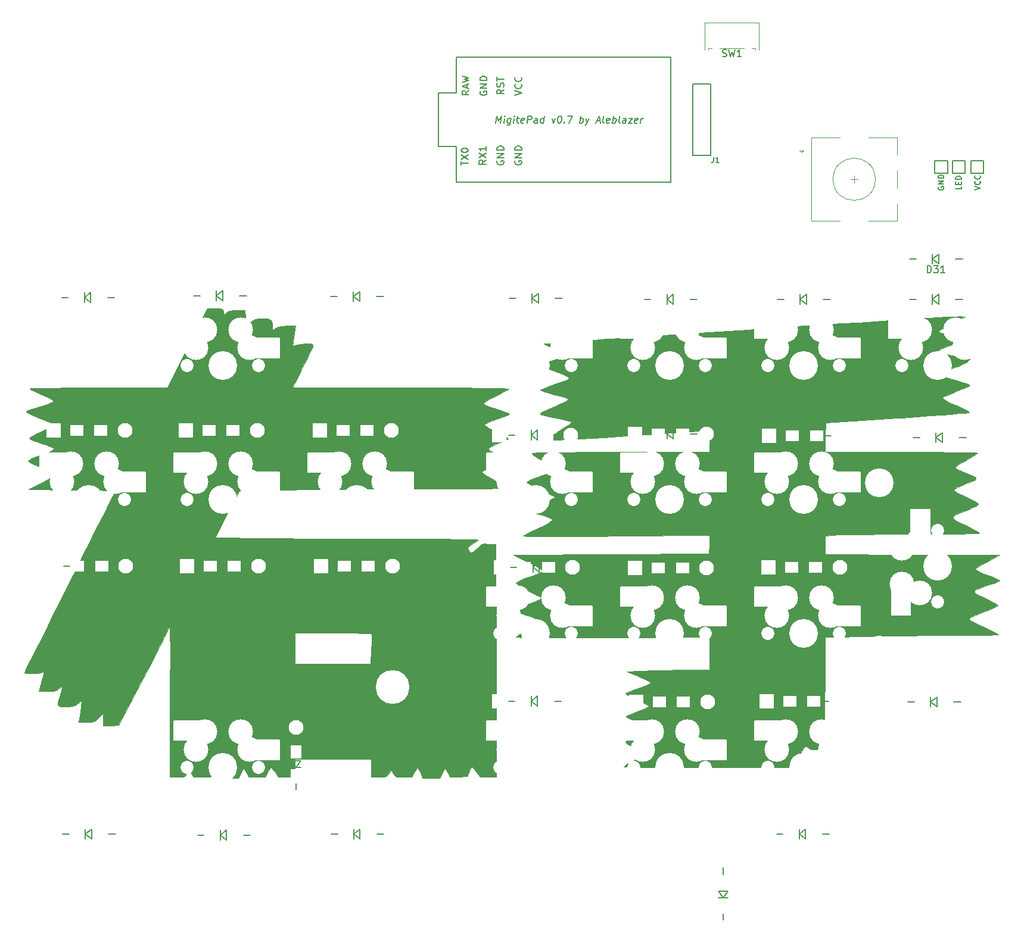
<source format=gto>
G04 #@! TF.GenerationSoftware,KiCad,Pcbnew,(5.1.5)-3*
G04 #@! TF.CreationDate,2020-03-29T20:01:07-05:00*
G04 #@! TF.ProjectId,MigitePad,4d696769-7465-4506-9164-2e6b69636164,rev?*
G04 #@! TF.SameCoordinates,Original*
G04 #@! TF.FileFunction,Legend,Top*
G04 #@! TF.FilePolarity,Positive*
%FSLAX46Y46*%
G04 Gerber Fmt 4.6, Leading zero omitted, Abs format (unit mm)*
G04 Created by KiCad (PCBNEW (5.1.5)-3) date 2020-03-29 20:01:07*
%MOMM*%
%LPD*%
G04 APERTURE LIST*
%ADD10C,0.150000*%
%ADD11C,0.010000*%
%ADD12C,0.120000*%
%ADD13C,4.802400*%
%ADD14R,2.102000X2.102000*%
%ADD15C,2.102000*%
%ADD16R,3.302000X2.102000*%
%ADD17R,2.100980X2.100980*%
%ADD18C,2.100980*%
%ADD19R,1.902000X1.602000*%
%ADD20R,1.626000X1.626000*%
%ADD21C,3.502000*%
%ADD22C,1.852000*%
%ADD23C,4.089800*%
%ADD24C,0.100000*%
%ADD25R,1.602000X1.902000*%
%ADD26C,3.150000*%
%ADD27C,1.499000*%
%ADD28C,2.202000*%
%ADD29C,1.302000*%
%ADD30C,1.702000*%
%ADD31R,1.702000X1.702000*%
G04 APERTURE END LIST*
D10*
X131401872Y-44140380D02*
X131526872Y-43140380D01*
X131770919Y-43854666D01*
X132193538Y-43140380D01*
X132068538Y-44140380D01*
X132544729Y-44140380D02*
X132628062Y-43473714D01*
X132669729Y-43140380D02*
X132616157Y-43188000D01*
X132657824Y-43235619D01*
X132711395Y-43188000D01*
X132669729Y-43140380D01*
X132657824Y-43235619D01*
X133532824Y-43473714D02*
X133431633Y-44283238D01*
X133372110Y-44378476D01*
X133318538Y-44426095D01*
X133217348Y-44473714D01*
X133074491Y-44473714D01*
X132985205Y-44426095D01*
X133455443Y-44092761D02*
X133354252Y-44140380D01*
X133163776Y-44140380D01*
X133074491Y-44092761D01*
X133032824Y-44045142D01*
X132997110Y-43949904D01*
X133032824Y-43664190D01*
X133092348Y-43568952D01*
X133145919Y-43521333D01*
X133247110Y-43473714D01*
X133437586Y-43473714D01*
X133526872Y-43521333D01*
X133925681Y-44140380D02*
X134009014Y-43473714D01*
X134050681Y-43140380D02*
X133997110Y-43188000D01*
X134038776Y-43235619D01*
X134092348Y-43188000D01*
X134050681Y-43140380D01*
X134038776Y-43235619D01*
X134342348Y-43473714D02*
X134723300Y-43473714D01*
X134526872Y-43140380D02*
X134419729Y-43997523D01*
X134455443Y-44092761D01*
X134544729Y-44140380D01*
X134639967Y-44140380D01*
X135360205Y-44092761D02*
X135259014Y-44140380D01*
X135068538Y-44140380D01*
X134979252Y-44092761D01*
X134943538Y-43997523D01*
X134991157Y-43616571D01*
X135050681Y-43521333D01*
X135151872Y-43473714D01*
X135342348Y-43473714D01*
X135431633Y-43521333D01*
X135467348Y-43616571D01*
X135455443Y-43711809D01*
X134967348Y-43807047D01*
X135830443Y-44140380D02*
X135955443Y-43140380D01*
X136336395Y-43140380D01*
X136425681Y-43188000D01*
X136467348Y-43235619D01*
X136503062Y-43330857D01*
X136485205Y-43473714D01*
X136425681Y-43568952D01*
X136372110Y-43616571D01*
X136270919Y-43664190D01*
X135889967Y-43664190D01*
X137259014Y-44140380D02*
X137324491Y-43616571D01*
X137288776Y-43521333D01*
X137199491Y-43473714D01*
X137009014Y-43473714D01*
X136907824Y-43521333D01*
X137264967Y-44092761D02*
X137163776Y-44140380D01*
X136925681Y-44140380D01*
X136836395Y-44092761D01*
X136800681Y-43997523D01*
X136812586Y-43902285D01*
X136872110Y-43807047D01*
X136973300Y-43759428D01*
X137211395Y-43759428D01*
X137312586Y-43711809D01*
X138163776Y-44140380D02*
X138288776Y-43140380D01*
X138169729Y-44092761D02*
X138068538Y-44140380D01*
X137878062Y-44140380D01*
X137788776Y-44092761D01*
X137747110Y-44045142D01*
X137711395Y-43949904D01*
X137747110Y-43664190D01*
X137806633Y-43568952D01*
X137860205Y-43521333D01*
X137961395Y-43473714D01*
X138151872Y-43473714D01*
X138241157Y-43521333D01*
X139389967Y-43473714D02*
X139544729Y-44140380D01*
X139866157Y-43473714D01*
X140479252Y-43140380D02*
X140574491Y-43140380D01*
X140663776Y-43188000D01*
X140705443Y-43235619D01*
X140741157Y-43330857D01*
X140764967Y-43521333D01*
X140735205Y-43759428D01*
X140663776Y-43949904D01*
X140604252Y-44045142D01*
X140550681Y-44092761D01*
X140449491Y-44140380D01*
X140354252Y-44140380D01*
X140264967Y-44092761D01*
X140223300Y-44045142D01*
X140187586Y-43949904D01*
X140163776Y-43759428D01*
X140193538Y-43521333D01*
X140264967Y-43330857D01*
X140324491Y-43235619D01*
X140378062Y-43188000D01*
X140479252Y-43140380D01*
X141128062Y-44045142D02*
X141169729Y-44092761D01*
X141116157Y-44140380D01*
X141074491Y-44092761D01*
X141128062Y-44045142D01*
X141116157Y-44140380D01*
X141622110Y-43140380D02*
X142288776Y-43140380D01*
X141735205Y-44140380D01*
X143306633Y-44140380D02*
X143431633Y-43140380D01*
X143384014Y-43521333D02*
X143485205Y-43473714D01*
X143675681Y-43473714D01*
X143764967Y-43521333D01*
X143806633Y-43568952D01*
X143842348Y-43664190D01*
X143806633Y-43949904D01*
X143747110Y-44045142D01*
X143693538Y-44092761D01*
X143592348Y-44140380D01*
X143401872Y-44140380D01*
X143312586Y-44092761D01*
X144199491Y-43473714D02*
X144354252Y-44140380D01*
X144675681Y-43473714D02*
X144354252Y-44140380D01*
X144229252Y-44378476D01*
X144175681Y-44426095D01*
X144074491Y-44473714D01*
X145723300Y-43854666D02*
X146199491Y-43854666D01*
X145592348Y-44140380D02*
X146050681Y-43140380D01*
X146259014Y-44140380D01*
X146735205Y-44140380D02*
X146645919Y-44092761D01*
X146610205Y-43997523D01*
X146717348Y-43140380D01*
X147503062Y-44092761D02*
X147401872Y-44140380D01*
X147211395Y-44140380D01*
X147122110Y-44092761D01*
X147086395Y-43997523D01*
X147134014Y-43616571D01*
X147193538Y-43521333D01*
X147294729Y-43473714D01*
X147485205Y-43473714D01*
X147574491Y-43521333D01*
X147610205Y-43616571D01*
X147598300Y-43711809D01*
X147110205Y-43807047D01*
X147973300Y-44140380D02*
X148098300Y-43140380D01*
X148050681Y-43521333D02*
X148151872Y-43473714D01*
X148342348Y-43473714D01*
X148431633Y-43521333D01*
X148473300Y-43568952D01*
X148509014Y-43664190D01*
X148473300Y-43949904D01*
X148413776Y-44045142D01*
X148360205Y-44092761D01*
X148259014Y-44140380D01*
X148068538Y-44140380D01*
X147979252Y-44092761D01*
X149020919Y-44140380D02*
X148931633Y-44092761D01*
X148895919Y-43997523D01*
X149003062Y-43140380D01*
X149830443Y-44140380D02*
X149895919Y-43616571D01*
X149860205Y-43521333D01*
X149770919Y-43473714D01*
X149580443Y-43473714D01*
X149479252Y-43521333D01*
X149836395Y-44092761D02*
X149735205Y-44140380D01*
X149497110Y-44140380D01*
X149407824Y-44092761D01*
X149372110Y-43997523D01*
X149384014Y-43902285D01*
X149443538Y-43807047D01*
X149544729Y-43759428D01*
X149782824Y-43759428D01*
X149884014Y-43711809D01*
X150294729Y-43473714D02*
X150818538Y-43473714D01*
X150211395Y-44140380D01*
X150735205Y-44140380D01*
X151503062Y-44092761D02*
X151401872Y-44140380D01*
X151211395Y-44140380D01*
X151122110Y-44092761D01*
X151086395Y-43997523D01*
X151134014Y-43616571D01*
X151193538Y-43521333D01*
X151294729Y-43473714D01*
X151485205Y-43473714D01*
X151574491Y-43521333D01*
X151610205Y-43616571D01*
X151598300Y-43711809D01*
X151110205Y-43807047D01*
X151973300Y-44140380D02*
X152056633Y-43473714D01*
X152032824Y-43664190D02*
X152092348Y-43568952D01*
X152145919Y-43521333D01*
X152247110Y-43473714D01*
X152342348Y-43473714D01*
X129992380Y-49410857D02*
X129516190Y-49744190D01*
X129992380Y-49982285D02*
X128992380Y-49982285D01*
X128992380Y-49601333D01*
X129040000Y-49506095D01*
X129087619Y-49458476D01*
X129182857Y-49410857D01*
X129325714Y-49410857D01*
X129420952Y-49458476D01*
X129468571Y-49506095D01*
X129516190Y-49601333D01*
X129516190Y-49982285D01*
X128992380Y-49077523D02*
X129992380Y-48410857D01*
X128992380Y-48410857D02*
X129992380Y-49077523D01*
X129992380Y-47506095D02*
X129992380Y-48077523D01*
X129992380Y-47791809D02*
X128992380Y-47791809D01*
X129135238Y-47887047D01*
X129230476Y-47982285D01*
X129278095Y-48077523D01*
X126452380Y-50133095D02*
X126452380Y-49561666D01*
X127452380Y-49847380D02*
X126452380Y-49847380D01*
X126452380Y-49323571D02*
X127452380Y-48656904D01*
X126452380Y-48656904D02*
X127452380Y-49323571D01*
X126452380Y-48085476D02*
X126452380Y-47990238D01*
X126500000Y-47895000D01*
X126547619Y-47847380D01*
X126642857Y-47799761D01*
X126833333Y-47752142D01*
X127071428Y-47752142D01*
X127261904Y-47799761D01*
X127357142Y-47847380D01*
X127404761Y-47895000D01*
X127452380Y-47990238D01*
X127452380Y-48085476D01*
X127404761Y-48180714D01*
X127357142Y-48228333D01*
X127261904Y-48275952D01*
X127071428Y-48323571D01*
X126833333Y-48323571D01*
X126642857Y-48275952D01*
X126547619Y-48228333D01*
X126500000Y-48180714D01*
X126452380Y-48085476D01*
X127579380Y-39552476D02*
X127103190Y-39885809D01*
X127579380Y-40123904D02*
X126579380Y-40123904D01*
X126579380Y-39742952D01*
X126627000Y-39647714D01*
X126674619Y-39600095D01*
X126769857Y-39552476D01*
X126912714Y-39552476D01*
X127007952Y-39600095D01*
X127055571Y-39647714D01*
X127103190Y-39742952D01*
X127103190Y-40123904D01*
X127293666Y-39171523D02*
X127293666Y-38695333D01*
X127579380Y-39266761D02*
X126579380Y-38933428D01*
X127579380Y-38600095D01*
X126579380Y-38362000D02*
X127579380Y-38123904D01*
X126865095Y-37933428D01*
X127579380Y-37742952D01*
X126579380Y-37504857D01*
X134072380Y-40195333D02*
X135072380Y-39862000D01*
X134072380Y-39528666D01*
X134977142Y-38623904D02*
X135024761Y-38671523D01*
X135072380Y-38814380D01*
X135072380Y-38909619D01*
X135024761Y-39052476D01*
X134929523Y-39147714D01*
X134834285Y-39195333D01*
X134643809Y-39242952D01*
X134500952Y-39242952D01*
X134310476Y-39195333D01*
X134215238Y-39147714D01*
X134120000Y-39052476D01*
X134072380Y-38909619D01*
X134072380Y-38814380D01*
X134120000Y-38671523D01*
X134167619Y-38623904D01*
X134977142Y-37623904D02*
X135024761Y-37671523D01*
X135072380Y-37814380D01*
X135072380Y-37909619D01*
X135024761Y-38052476D01*
X134929523Y-38147714D01*
X134834285Y-38195333D01*
X134643809Y-38242952D01*
X134500952Y-38242952D01*
X134310476Y-38195333D01*
X134215238Y-38147714D01*
X134120000Y-38052476D01*
X134072380Y-37909619D01*
X134072380Y-37814380D01*
X134120000Y-37671523D01*
X134167619Y-37623904D01*
X132532380Y-39409619D02*
X132056190Y-39742952D01*
X132532380Y-39981047D02*
X131532380Y-39981047D01*
X131532380Y-39600095D01*
X131580000Y-39504857D01*
X131627619Y-39457238D01*
X131722857Y-39409619D01*
X131865714Y-39409619D01*
X131960952Y-39457238D01*
X132008571Y-39504857D01*
X132056190Y-39600095D01*
X132056190Y-39981047D01*
X132484761Y-39028666D02*
X132532380Y-38885809D01*
X132532380Y-38647714D01*
X132484761Y-38552476D01*
X132437142Y-38504857D01*
X132341904Y-38457238D01*
X132246666Y-38457238D01*
X132151428Y-38504857D01*
X132103809Y-38552476D01*
X132056190Y-38647714D01*
X132008571Y-38838190D01*
X131960952Y-38933428D01*
X131913333Y-38981047D01*
X131818095Y-39028666D01*
X131722857Y-39028666D01*
X131627619Y-38981047D01*
X131580000Y-38933428D01*
X131532380Y-38838190D01*
X131532380Y-38600095D01*
X131580000Y-38457238D01*
X131532380Y-38171523D02*
X131532380Y-37600095D01*
X132532380Y-37885809D02*
X131532380Y-37885809D01*
X134120000Y-49529904D02*
X134072380Y-49625142D01*
X134072380Y-49768000D01*
X134120000Y-49910857D01*
X134215238Y-50006095D01*
X134310476Y-50053714D01*
X134500952Y-50101333D01*
X134643809Y-50101333D01*
X134834285Y-50053714D01*
X134929523Y-50006095D01*
X135024761Y-49910857D01*
X135072380Y-49768000D01*
X135072380Y-49672761D01*
X135024761Y-49529904D01*
X134977142Y-49482285D01*
X134643809Y-49482285D01*
X134643809Y-49672761D01*
X135072380Y-49053714D02*
X134072380Y-49053714D01*
X135072380Y-48482285D01*
X134072380Y-48482285D01*
X135072380Y-48006095D02*
X134072380Y-48006095D01*
X134072380Y-47768000D01*
X134120000Y-47625142D01*
X134215238Y-47529904D01*
X134310476Y-47482285D01*
X134500952Y-47434666D01*
X134643809Y-47434666D01*
X134834285Y-47482285D01*
X134929523Y-47529904D01*
X135024761Y-47625142D01*
X135072380Y-47768000D01*
X135072380Y-48006095D01*
X131580000Y-49529904D02*
X131532380Y-49625142D01*
X131532380Y-49768000D01*
X131580000Y-49910857D01*
X131675238Y-50006095D01*
X131770476Y-50053714D01*
X131960952Y-50101333D01*
X132103809Y-50101333D01*
X132294285Y-50053714D01*
X132389523Y-50006095D01*
X132484761Y-49910857D01*
X132532380Y-49768000D01*
X132532380Y-49672761D01*
X132484761Y-49529904D01*
X132437142Y-49482285D01*
X132103809Y-49482285D01*
X132103809Y-49672761D01*
X132532380Y-49053714D02*
X131532380Y-49053714D01*
X132532380Y-48482285D01*
X131532380Y-48482285D01*
X132532380Y-48006095D02*
X131532380Y-48006095D01*
X131532380Y-47768000D01*
X131580000Y-47625142D01*
X131675238Y-47529904D01*
X131770476Y-47482285D01*
X131960952Y-47434666D01*
X132103809Y-47434666D01*
X132294285Y-47482285D01*
X132389523Y-47529904D01*
X132484761Y-47625142D01*
X132532380Y-47768000D01*
X132532380Y-48006095D01*
X129167000Y-39623904D02*
X129119380Y-39719142D01*
X129119380Y-39862000D01*
X129167000Y-40004857D01*
X129262238Y-40100095D01*
X129357476Y-40147714D01*
X129547952Y-40195333D01*
X129690809Y-40195333D01*
X129881285Y-40147714D01*
X129976523Y-40100095D01*
X130071761Y-40004857D01*
X130119380Y-39862000D01*
X130119380Y-39766761D01*
X130071761Y-39623904D01*
X130024142Y-39576285D01*
X129690809Y-39576285D01*
X129690809Y-39766761D01*
X130119380Y-39147714D02*
X129119380Y-39147714D01*
X130119380Y-38576285D01*
X129119380Y-38576285D01*
X130119380Y-38100095D02*
X129119380Y-38100095D01*
X129119380Y-37862000D01*
X129167000Y-37719142D01*
X129262238Y-37623904D01*
X129357476Y-37576285D01*
X129547952Y-37528666D01*
X129690809Y-37528666D01*
X129881285Y-37576285D01*
X129976523Y-37623904D01*
X130071761Y-37719142D01*
X130119380Y-37862000D01*
X130119380Y-38100095D01*
D11*
G36*
X197231000Y-71654822D02*
G01*
X198077666Y-71712667D01*
X196172666Y-72687748D01*
X195452189Y-73068293D01*
X194856599Y-73405284D01*
X194443294Y-73664595D01*
X194269672Y-73812098D01*
X194267666Y-73820372D01*
X194418959Y-73933704D01*
X194804001Y-74045571D01*
X195072000Y-74092943D01*
X196200061Y-74267348D01*
X197078099Y-74430810D01*
X197680619Y-74577659D01*
X197982125Y-74702227D01*
X198012872Y-74746878D01*
X197866394Y-74867421D01*
X197465866Y-75078698D01*
X196873506Y-75350335D01*
X196193271Y-75635215D01*
X195281736Y-76009411D01*
X194660932Y-76286930D01*
X194303051Y-76486103D01*
X194180283Y-76625262D01*
X194264821Y-76722738D01*
X194454840Y-76781187D01*
X195082445Y-76922130D01*
X195824658Y-77086769D01*
X196610256Y-77259569D01*
X197368018Y-77424997D01*
X198026724Y-77567521D01*
X198515151Y-77671608D01*
X198762078Y-77721724D01*
X198777756Y-77724000D01*
X198839540Y-77850493D01*
X198839666Y-77859136D01*
X198692288Y-77971165D01*
X198289608Y-78180311D01*
X197690807Y-78458012D01*
X196955064Y-78775702D01*
X196850000Y-78819464D01*
X196082008Y-79143832D01*
X195423903Y-79432752D01*
X194941494Y-79656557D01*
X194700592Y-79785582D01*
X194692415Y-79792045D01*
X194620883Y-79906562D01*
X194700127Y-80025572D01*
X194968028Y-80165891D01*
X195462471Y-80344337D01*
X196221336Y-80577726D01*
X196913672Y-80778090D01*
X197652208Y-81001405D01*
X198244340Y-81204518D01*
X198629755Y-81365003D01*
X198748229Y-81460288D01*
X198565684Y-81571765D01*
X198132668Y-81772913D01*
X197515740Y-82034296D01*
X196847286Y-82300980D01*
X196114503Y-82591657D01*
X195498368Y-82847497D01*
X195067751Y-83039153D01*
X194895490Y-83132737D01*
X194845933Y-83249206D01*
X194955276Y-83394030D01*
X195259899Y-83589301D01*
X195796180Y-83857111D01*
X196600496Y-84219552D01*
X196901240Y-84350797D01*
X197593427Y-84664583D01*
X198157203Y-84945168D01*
X198527226Y-85158415D01*
X198640288Y-85259333D01*
X198481862Y-85306860D01*
X197999138Y-85371930D01*
X197205966Y-85453392D01*
X196116199Y-85550091D01*
X194743689Y-85660874D01*
X193102286Y-85784588D01*
X191205844Y-85920080D01*
X189068212Y-86066196D01*
X188471381Y-86106000D01*
X178265666Y-86783333D01*
X178218121Y-88857667D01*
X178170576Y-90932000D01*
X189013121Y-90932000D01*
X190894982Y-90934119D01*
X192673253Y-90940235D01*
X194319603Y-90949981D01*
X195805700Y-90962993D01*
X197103214Y-90978907D01*
X198183814Y-90997357D01*
X199019167Y-91017980D01*
X199580944Y-91040409D01*
X199840812Y-91064280D01*
X199855666Y-91071605D01*
X199716381Y-91205065D01*
X199339062Y-91459027D01*
X198784519Y-91794654D01*
X198238518Y-92104494D01*
X197590501Y-92482233D01*
X197078607Y-92818607D01*
X196760872Y-93072936D01*
X196686177Y-93192555D01*
X196863996Y-93330835D01*
X197289490Y-93544191D01*
X197889840Y-93798255D01*
X198303325Y-93955802D01*
X198964033Y-94210844D01*
X199484864Y-94436803D01*
X199797052Y-94602436D01*
X199855666Y-94661078D01*
X199707423Y-94773498D01*
X199306233Y-94971503D01*
X198717404Y-95224882D01*
X198162333Y-95444403D01*
X197445371Y-95737905D01*
X196886500Y-96005316D01*
X196545699Y-96215847D01*
X196469000Y-96313670D01*
X196613868Y-96468678D01*
X197007843Y-96723920D01*
X197589977Y-97043386D01*
X198266853Y-97375937D01*
X199053332Y-97753847D01*
X199564096Y-98029177D01*
X199837139Y-98226946D01*
X199910459Y-98372170D01*
X199879967Y-98438053D01*
X199650665Y-98592025D01*
X199181686Y-98827624D01*
X198550507Y-99107699D01*
X198093894Y-99294446D01*
X197209130Y-99651481D01*
X196626798Y-99928079D01*
X196347701Y-100162266D01*
X196372642Y-100392067D01*
X196702423Y-100655506D01*
X197337846Y-100990608D01*
X198137661Y-101368979D01*
X198882879Y-101730515D01*
X199493057Y-102051769D01*
X199914602Y-102302565D01*
X200093922Y-102452725D01*
X200094677Y-102470920D01*
X199913011Y-102498741D01*
X199424459Y-102524811D01*
X198660796Y-102548613D01*
X197653801Y-102569633D01*
X196435250Y-102587355D01*
X195036922Y-102601264D01*
X193490592Y-102610843D01*
X191828039Y-102615578D01*
X191151592Y-102616000D01*
X189371213Y-102618162D01*
X187629000Y-102624364D01*
X185966798Y-102634182D01*
X184426449Y-102647191D01*
X183049798Y-102662968D01*
X181878687Y-102681087D01*
X180954961Y-102701124D01*
X180320463Y-102722655D01*
X180239585Y-102726689D01*
X178181000Y-102837378D01*
X178181000Y-105492469D01*
X190584666Y-105535901D01*
X202988333Y-105579333D01*
X201295000Y-106491341D01*
X200613493Y-106860892D01*
X200047429Y-107172556D01*
X199660188Y-107391124D01*
X199517266Y-107478852D01*
X199553218Y-107632023D01*
X199907553Y-107861293D01*
X200569934Y-108161298D01*
X201530019Y-108526673D01*
X201551430Y-108534340D01*
X202194520Y-108781080D01*
X202684286Y-109001196D01*
X202956131Y-109163804D01*
X202987726Y-109220981D01*
X202799099Y-109330108D01*
X202359864Y-109511840D01*
X201742617Y-109737623D01*
X201250949Y-109904145D01*
X200323423Y-110215675D01*
X199712563Y-110458842D01*
X199412389Y-110668206D01*
X199416918Y-110878328D01*
X199720170Y-111123768D01*
X200316163Y-111439087D01*
X200934255Y-111734010D01*
X201638448Y-112079689D01*
X202213513Y-112387702D01*
X202598927Y-112623834D01*
X202734333Y-112751677D01*
X202585469Y-112874725D01*
X202180973Y-113082331D01*
X201583988Y-113344697D01*
X200914000Y-113610732D01*
X200014074Y-113954994D01*
X199384834Y-114205861D01*
X198978984Y-114386477D01*
X198749225Y-114519987D01*
X198648261Y-114629536D01*
X198628468Y-114729139D01*
X198775450Y-114855816D01*
X199175196Y-115087890D01*
X199770352Y-115394668D01*
X200503562Y-115745455D01*
X200673690Y-115823657D01*
X201440943Y-116178934D01*
X202095845Y-116491822D01*
X202576848Y-116732207D01*
X202822405Y-116869981D01*
X202837619Y-116882333D01*
X202705156Y-116912874D01*
X202272623Y-116940775D01*
X201578614Y-116965127D01*
X200661719Y-116985019D01*
X199560533Y-116999540D01*
X198313647Y-117007778D01*
X197456306Y-117009333D01*
X195949664Y-117012559D01*
X194190196Y-117021717D01*
X192263676Y-117036031D01*
X190255880Y-117054725D01*
X188252581Y-117077022D01*
X186339555Y-117102145D01*
X185068391Y-117121512D01*
X178184281Y-117233691D01*
X178096333Y-133180667D01*
X177064861Y-133230383D01*
X176410369Y-133233718D01*
X176011805Y-133157255D01*
X175816460Y-133018716D01*
X175547937Y-132795681D01*
X175296665Y-132836504D01*
X175028836Y-133163513D01*
X174742510Y-133727992D01*
X174303349Y-134698651D01*
X175056841Y-135167637D01*
X175480272Y-135445865D01*
X175753622Y-135653659D01*
X175810333Y-135720977D01*
X175645292Y-135734316D01*
X175167336Y-135747004D01*
X174402218Y-135758878D01*
X173375689Y-135769772D01*
X172113502Y-135779520D01*
X170641408Y-135787956D01*
X168985159Y-135794915D01*
X167170508Y-135800232D01*
X165223205Y-135803741D01*
X163169003Y-135805277D01*
X162687000Y-135805333D01*
X160611986Y-135803736D01*
X158637992Y-135799111D01*
X156790769Y-135791706D01*
X155096066Y-135781772D01*
X153579636Y-135769558D01*
X152267228Y-135755312D01*
X151184594Y-135739284D01*
X150357485Y-135721723D01*
X149811651Y-135702878D01*
X149572844Y-135682999D01*
X149564054Y-135678333D01*
X149705522Y-135554155D01*
X150088490Y-135315511D01*
X150651311Y-134998918D01*
X151207850Y-134704667D01*
X151880915Y-134343393D01*
X152432076Y-134020131D01*
X152796505Y-133774648D01*
X152910203Y-133660444D01*
X152783488Y-133520770D01*
X152372919Y-133314165D01*
X151721971Y-133060587D01*
X151258290Y-132902108D01*
X150497913Y-132645317D01*
X150013162Y-132443548D01*
X149812220Y-132269166D01*
X149903270Y-132094538D01*
X150294494Y-131892031D01*
X150994075Y-131634009D01*
X151704705Y-131394547D01*
X152502939Y-131104489D01*
X153037176Y-130857078D01*
X153278049Y-130666518D01*
X153289000Y-130628247D01*
X153145529Y-130459386D01*
X152755072Y-130185882D01*
X152177565Y-129846250D01*
X151595666Y-129540000D01*
X150917999Y-129187000D01*
X150369444Y-128876643D01*
X150011307Y-128645263D01*
X149902333Y-128536420D01*
X150052551Y-128421655D01*
X150457470Y-128235468D01*
X151048482Y-128007274D01*
X151511000Y-127846667D01*
X152209214Y-127593733D01*
X152748059Y-127358934D01*
X153063810Y-127172027D01*
X153119666Y-127095438D01*
X152974482Y-126940907D01*
X152582189Y-126692614D01*
X152007677Y-126388521D01*
X151503655Y-126150015D01*
X150827599Y-125836314D01*
X150274511Y-125564126D01*
X149912914Y-125368109D01*
X149809210Y-125292984D01*
X149928147Y-125193575D01*
X150310082Y-125017465D01*
X150895011Y-124789765D01*
X151603054Y-124542205D01*
X152379968Y-124266262D01*
X152971909Y-124021671D01*
X153329275Y-123830722D01*
X153412263Y-123729125D01*
X153237992Y-123591308D01*
X152815778Y-123366049D01*
X152213791Y-123087436D01*
X151668097Y-122856958D01*
X149987000Y-122174000D01*
X151765000Y-122067749D01*
X152460875Y-122035926D01*
X153418635Y-122006021D01*
X154561500Y-121979692D01*
X155812689Y-121958595D01*
X157095420Y-121944387D01*
X157649333Y-121940749D01*
X161755666Y-121920000D01*
X161755666Y-117245942D01*
X147912666Y-117316194D01*
X145766299Y-117325371D01*
X143728196Y-117330740D01*
X141822660Y-117332431D01*
X140073994Y-117330577D01*
X138506501Y-117325310D01*
X137144484Y-117316763D01*
X136012247Y-117305067D01*
X135134093Y-117290354D01*
X134534325Y-117272757D01*
X134237245Y-117252408D01*
X134209298Y-117241702D01*
X134405736Y-117102846D01*
X134830878Y-116837684D01*
X135418615Y-116486581D01*
X135987298Y-116156093D01*
X136645440Y-115758500D01*
X137177389Y-115399754D01*
X137523097Y-115122838D01*
X137625666Y-114983392D01*
X137467251Y-114821343D01*
X137015458Y-114593569D01*
X136305468Y-114316473D01*
X135881533Y-114170178D01*
X135181432Y-113920364D01*
X134626394Y-113690789D01*
X134279517Y-113509653D01*
X134194873Y-113416378D01*
X134368389Y-113288394D01*
X134791200Y-113079571D01*
X135393450Y-112822365D01*
X135889536Y-112628978D01*
X136596272Y-112351543D01*
X137192816Y-112095209D01*
X137601047Y-111894774D01*
X137730438Y-111808956D01*
X137754465Y-111688172D01*
X137593689Y-111520392D01*
X137212493Y-111281769D01*
X136575258Y-110948454D01*
X136086576Y-110708290D01*
X135373212Y-110344556D01*
X134787825Y-110011942D01*
X134389941Y-109746713D01*
X134239091Y-109585131D01*
X134239000Y-109582792D01*
X134394873Y-109425058D01*
X134835368Y-109192696D01*
X135519792Y-108905245D01*
X136095908Y-108691084D01*
X136843700Y-108416167D01*
X137476535Y-108167821D01*
X137924078Y-107974678D01*
X138111633Y-107870433D01*
X138032320Y-107734350D01*
X137664660Y-107481278D01*
X137032454Y-107125607D01*
X136159502Y-106681724D01*
X136085392Y-106645474D01*
X133900333Y-105579333D01*
X147785666Y-105494667D01*
X161671000Y-105410000D01*
X161720465Y-104097136D01*
X161769931Y-102784272D01*
X148427799Y-102892985D01*
X146239463Y-102909005D01*
X144183757Y-102920490D01*
X142283271Y-102927507D01*
X140560593Y-102930122D01*
X139038312Y-102928402D01*
X137739017Y-102922413D01*
X136685296Y-102912221D01*
X135899738Y-102897893D01*
X135404931Y-102879496D01*
X135223465Y-102857095D01*
X135223823Y-102854137D01*
X135421791Y-102731574D01*
X135866563Y-102499891D01*
X136496554Y-102189942D01*
X137250181Y-101832578D01*
X137425156Y-101751261D01*
X138184272Y-101384738D01*
X138817632Y-101050302D01*
X139268364Y-100780160D01*
X139479594Y-100606521D01*
X139488333Y-100582851D01*
X139332212Y-100445564D01*
X138897554Y-100248899D01*
X138234912Y-100013434D01*
X137635352Y-99828601D01*
X136893624Y-99598394D01*
X136282105Y-99382911D01*
X135868608Y-99207763D01*
X135721851Y-99105889D01*
X135847847Y-98983907D01*
X136235713Y-98789166D01*
X136823874Y-98549306D01*
X137490166Y-98312139D01*
X138440726Y-97986835D01*
X139103124Y-97740432D01*
X139513927Y-97555673D01*
X139709702Y-97415300D01*
X139727017Y-97302055D01*
X139700918Y-97268808D01*
X139509982Y-97156684D01*
X139074363Y-96935947D01*
X138457762Y-96637962D01*
X137723880Y-96294097D01*
X137684611Y-96275968D01*
X136952000Y-95926624D01*
X136340667Y-95613616D01*
X135912193Y-95370005D01*
X135728157Y-95228852D01*
X135726299Y-95224566D01*
X135855256Y-95108830D01*
X136249378Y-94914735D01*
X136851307Y-94667226D01*
X137603683Y-94391250D01*
X137789844Y-94327099D01*
X138574923Y-94044973D01*
X139228746Y-93781916D01*
X139691754Y-93564015D01*
X139904393Y-93417354D01*
X139911666Y-93397744D01*
X139771096Y-93241207D01*
X139388157Y-92966916D01*
X138821005Y-92613261D01*
X138127796Y-92218627D01*
X138113620Y-92210893D01*
X137309185Y-91757394D01*
X136792956Y-91428633D01*
X136544510Y-91209914D01*
X136543420Y-91086542D01*
X136547286Y-91083976D01*
X136750506Y-91060114D01*
X137265335Y-91037387D01*
X138064720Y-91016114D01*
X139121604Y-90996612D01*
X140408932Y-90979198D01*
X141899649Y-90964190D01*
X143566699Y-90951907D01*
X145383027Y-90942665D01*
X147321577Y-90936783D01*
X149267333Y-90934593D01*
X161755666Y-90932000D01*
X161755666Y-89408000D01*
X161742609Y-88737012D01*
X161707632Y-88216961D01*
X161657031Y-87923331D01*
X161628666Y-87884975D01*
X161441421Y-87896027D01*
X160945801Y-87927540D01*
X160171360Y-87977580D01*
X159147649Y-88044216D01*
X157904220Y-88125516D01*
X156470624Y-88219546D01*
X154876414Y-88324376D01*
X153151141Y-88438072D01*
X151324357Y-88558702D01*
X151269799Y-88562308D01*
X148857769Y-88720669D01*
X146762926Y-88855591D01*
X144964663Y-88967968D01*
X143442377Y-89058698D01*
X142175462Y-89128676D01*
X141143314Y-89178799D01*
X140325328Y-89209963D01*
X139700898Y-89223064D01*
X139249421Y-89218999D01*
X138950290Y-89198663D01*
X138782901Y-89162954D01*
X138726650Y-89112767D01*
X138726333Y-89107908D01*
X138861788Y-88971876D01*
X139229346Y-88702172D01*
X139770794Y-88339512D01*
X140344147Y-87976270D01*
X141124897Y-87486522D01*
X141650588Y-87135970D01*
X141958931Y-86893574D01*
X142087637Y-86728291D01*
X142074415Y-86609079D01*
X142046081Y-86575304D01*
X141849809Y-86506573D01*
X141388014Y-86392618D01*
X140728352Y-86248925D01*
X139938481Y-86090980D01*
X139886731Y-86081065D01*
X139092346Y-85923680D01*
X138425189Y-85780992D01*
X137952444Y-85668116D01*
X137741290Y-85600166D01*
X137738228Y-85597673D01*
X137708744Y-85494124D01*
X137834132Y-85358897D01*
X138151333Y-85171303D01*
X138697288Y-84910652D01*
X139508936Y-84556254D01*
X139874244Y-84401333D01*
X140600726Y-84079258D01*
X141190110Y-83788184D01*
X141584433Y-83558922D01*
X141725734Y-83422286D01*
X141724841Y-83417523D01*
X141546471Y-83309954D01*
X141104455Y-83148274D01*
X140465190Y-82954307D01*
X139695074Y-82749872D01*
X139687930Y-82748096D01*
X138924383Y-82549089D01*
X138297810Y-82368177D01*
X137871922Y-82225016D01*
X137710432Y-82139258D01*
X137710333Y-82138045D01*
X137860260Y-82038805D01*
X138267959Y-81857526D01*
X138870302Y-81620428D01*
X139568244Y-81366338D01*
X140482701Y-81041346D01*
X141117811Y-80803087D01*
X141515205Y-80630277D01*
X141716517Y-80501634D01*
X141763379Y-80395874D01*
X141697421Y-80291715D01*
X141688251Y-80282552D01*
X141470228Y-80158681D01*
X141005536Y-79947292D01*
X140364834Y-79679169D01*
X139700000Y-79416292D01*
X138981986Y-79127997D01*
X138397471Y-78871137D01*
X138009319Y-78674867D01*
X137879666Y-78572125D01*
X138030536Y-78465835D01*
X138440815Y-78283426D01*
X139047013Y-78050901D01*
X139750833Y-77805834D01*
X140480262Y-77546582D01*
X141065332Y-77307540D01*
X141445493Y-77115631D01*
X141561461Y-77000718D01*
X141385688Y-76871161D01*
X140959407Y-76665714D01*
X140353179Y-76416231D01*
X139859627Y-76232479D01*
X139178259Y-75979261D01*
X138635071Y-75758957D01*
X138297054Y-75599867D01*
X138218333Y-75539145D01*
X138383847Y-75515204D01*
X138866468Y-75471230D01*
X139645314Y-75408598D01*
X140699502Y-75328682D01*
X142008150Y-75232856D01*
X143550375Y-75122496D01*
X145305295Y-74998976D01*
X147252027Y-74863671D01*
X149369690Y-74717954D01*
X151637400Y-74563201D01*
X154034275Y-74400785D01*
X156539433Y-74232082D01*
X159131991Y-74058466D01*
X161791068Y-73881311D01*
X164495779Y-73701993D01*
X167225244Y-73521885D01*
X169958580Y-73342361D01*
X172674904Y-73164798D01*
X175353333Y-72990568D01*
X177972986Y-72821048D01*
X180512981Y-72657610D01*
X182952433Y-72501630D01*
X185270462Y-72354482D01*
X187446184Y-72217541D01*
X189458718Y-72092180D01*
X191287181Y-71979776D01*
X192910690Y-71881702D01*
X194308363Y-71799333D01*
X195459318Y-71734042D01*
X196342672Y-71687206D01*
X196937543Y-71660198D01*
X197223048Y-71654393D01*
X197231000Y-71654822D01*
G37*
X197231000Y-71654822D02*
X198077666Y-71712667D01*
X196172666Y-72687748D01*
X195452189Y-73068293D01*
X194856599Y-73405284D01*
X194443294Y-73664595D01*
X194269672Y-73812098D01*
X194267666Y-73820372D01*
X194418959Y-73933704D01*
X194804001Y-74045571D01*
X195072000Y-74092943D01*
X196200061Y-74267348D01*
X197078099Y-74430810D01*
X197680619Y-74577659D01*
X197982125Y-74702227D01*
X198012872Y-74746878D01*
X197866394Y-74867421D01*
X197465866Y-75078698D01*
X196873506Y-75350335D01*
X196193271Y-75635215D01*
X195281736Y-76009411D01*
X194660932Y-76286930D01*
X194303051Y-76486103D01*
X194180283Y-76625262D01*
X194264821Y-76722738D01*
X194454840Y-76781187D01*
X195082445Y-76922130D01*
X195824658Y-77086769D01*
X196610256Y-77259569D01*
X197368018Y-77424997D01*
X198026724Y-77567521D01*
X198515151Y-77671608D01*
X198762078Y-77721724D01*
X198777756Y-77724000D01*
X198839540Y-77850493D01*
X198839666Y-77859136D01*
X198692288Y-77971165D01*
X198289608Y-78180311D01*
X197690807Y-78458012D01*
X196955064Y-78775702D01*
X196850000Y-78819464D01*
X196082008Y-79143832D01*
X195423903Y-79432752D01*
X194941494Y-79656557D01*
X194700592Y-79785582D01*
X194692415Y-79792045D01*
X194620883Y-79906562D01*
X194700127Y-80025572D01*
X194968028Y-80165891D01*
X195462471Y-80344337D01*
X196221336Y-80577726D01*
X196913672Y-80778090D01*
X197652208Y-81001405D01*
X198244340Y-81204518D01*
X198629755Y-81365003D01*
X198748229Y-81460288D01*
X198565684Y-81571765D01*
X198132668Y-81772913D01*
X197515740Y-82034296D01*
X196847286Y-82300980D01*
X196114503Y-82591657D01*
X195498368Y-82847497D01*
X195067751Y-83039153D01*
X194895490Y-83132737D01*
X194845933Y-83249206D01*
X194955276Y-83394030D01*
X195259899Y-83589301D01*
X195796180Y-83857111D01*
X196600496Y-84219552D01*
X196901240Y-84350797D01*
X197593427Y-84664583D01*
X198157203Y-84945168D01*
X198527226Y-85158415D01*
X198640288Y-85259333D01*
X198481862Y-85306860D01*
X197999138Y-85371930D01*
X197205966Y-85453392D01*
X196116199Y-85550091D01*
X194743689Y-85660874D01*
X193102286Y-85784588D01*
X191205844Y-85920080D01*
X189068212Y-86066196D01*
X188471381Y-86106000D01*
X178265666Y-86783333D01*
X178218121Y-88857667D01*
X178170576Y-90932000D01*
X189013121Y-90932000D01*
X190894982Y-90934119D01*
X192673253Y-90940235D01*
X194319603Y-90949981D01*
X195805700Y-90962993D01*
X197103214Y-90978907D01*
X198183814Y-90997357D01*
X199019167Y-91017980D01*
X199580944Y-91040409D01*
X199840812Y-91064280D01*
X199855666Y-91071605D01*
X199716381Y-91205065D01*
X199339062Y-91459027D01*
X198784519Y-91794654D01*
X198238518Y-92104494D01*
X197590501Y-92482233D01*
X197078607Y-92818607D01*
X196760872Y-93072936D01*
X196686177Y-93192555D01*
X196863996Y-93330835D01*
X197289490Y-93544191D01*
X197889840Y-93798255D01*
X198303325Y-93955802D01*
X198964033Y-94210844D01*
X199484864Y-94436803D01*
X199797052Y-94602436D01*
X199855666Y-94661078D01*
X199707423Y-94773498D01*
X199306233Y-94971503D01*
X198717404Y-95224882D01*
X198162333Y-95444403D01*
X197445371Y-95737905D01*
X196886500Y-96005316D01*
X196545699Y-96215847D01*
X196469000Y-96313670D01*
X196613868Y-96468678D01*
X197007843Y-96723920D01*
X197589977Y-97043386D01*
X198266853Y-97375937D01*
X199053332Y-97753847D01*
X199564096Y-98029177D01*
X199837139Y-98226946D01*
X199910459Y-98372170D01*
X199879967Y-98438053D01*
X199650665Y-98592025D01*
X199181686Y-98827624D01*
X198550507Y-99107699D01*
X198093894Y-99294446D01*
X197209130Y-99651481D01*
X196626798Y-99928079D01*
X196347701Y-100162266D01*
X196372642Y-100392067D01*
X196702423Y-100655506D01*
X197337846Y-100990608D01*
X198137661Y-101368979D01*
X198882879Y-101730515D01*
X199493057Y-102051769D01*
X199914602Y-102302565D01*
X200093922Y-102452725D01*
X200094677Y-102470920D01*
X199913011Y-102498741D01*
X199424459Y-102524811D01*
X198660796Y-102548613D01*
X197653801Y-102569633D01*
X196435250Y-102587355D01*
X195036922Y-102601264D01*
X193490592Y-102610843D01*
X191828039Y-102615578D01*
X191151592Y-102616000D01*
X189371213Y-102618162D01*
X187629000Y-102624364D01*
X185966798Y-102634182D01*
X184426449Y-102647191D01*
X183049798Y-102662968D01*
X181878687Y-102681087D01*
X180954961Y-102701124D01*
X180320463Y-102722655D01*
X180239585Y-102726689D01*
X178181000Y-102837378D01*
X178181000Y-105492469D01*
X190584666Y-105535901D01*
X202988333Y-105579333D01*
X201295000Y-106491341D01*
X200613493Y-106860892D01*
X200047429Y-107172556D01*
X199660188Y-107391124D01*
X199517266Y-107478852D01*
X199553218Y-107632023D01*
X199907553Y-107861293D01*
X200569934Y-108161298D01*
X201530019Y-108526673D01*
X201551430Y-108534340D01*
X202194520Y-108781080D01*
X202684286Y-109001196D01*
X202956131Y-109163804D01*
X202987726Y-109220981D01*
X202799099Y-109330108D01*
X202359864Y-109511840D01*
X201742617Y-109737623D01*
X201250949Y-109904145D01*
X200323423Y-110215675D01*
X199712563Y-110458842D01*
X199412389Y-110668206D01*
X199416918Y-110878328D01*
X199720170Y-111123768D01*
X200316163Y-111439087D01*
X200934255Y-111734010D01*
X201638448Y-112079689D01*
X202213513Y-112387702D01*
X202598927Y-112623834D01*
X202734333Y-112751677D01*
X202585469Y-112874725D01*
X202180973Y-113082331D01*
X201583988Y-113344697D01*
X200914000Y-113610732D01*
X200014074Y-113954994D01*
X199384834Y-114205861D01*
X198978984Y-114386477D01*
X198749225Y-114519987D01*
X198648261Y-114629536D01*
X198628468Y-114729139D01*
X198775450Y-114855816D01*
X199175196Y-115087890D01*
X199770352Y-115394668D01*
X200503562Y-115745455D01*
X200673690Y-115823657D01*
X201440943Y-116178934D01*
X202095845Y-116491822D01*
X202576848Y-116732207D01*
X202822405Y-116869981D01*
X202837619Y-116882333D01*
X202705156Y-116912874D01*
X202272623Y-116940775D01*
X201578614Y-116965127D01*
X200661719Y-116985019D01*
X199560533Y-116999540D01*
X198313647Y-117007778D01*
X197456306Y-117009333D01*
X195949664Y-117012559D01*
X194190196Y-117021717D01*
X192263676Y-117036031D01*
X190255880Y-117054725D01*
X188252581Y-117077022D01*
X186339555Y-117102145D01*
X185068391Y-117121512D01*
X178184281Y-117233691D01*
X178096333Y-133180667D01*
X177064861Y-133230383D01*
X176410369Y-133233718D01*
X176011805Y-133157255D01*
X175816460Y-133018716D01*
X175547937Y-132795681D01*
X175296665Y-132836504D01*
X175028836Y-133163513D01*
X174742510Y-133727992D01*
X174303349Y-134698651D01*
X175056841Y-135167637D01*
X175480272Y-135445865D01*
X175753622Y-135653659D01*
X175810333Y-135720977D01*
X175645292Y-135734316D01*
X175167336Y-135747004D01*
X174402218Y-135758878D01*
X173375689Y-135769772D01*
X172113502Y-135779520D01*
X170641408Y-135787956D01*
X168985159Y-135794915D01*
X167170508Y-135800232D01*
X165223205Y-135803741D01*
X163169003Y-135805277D01*
X162687000Y-135805333D01*
X160611986Y-135803736D01*
X158637992Y-135799111D01*
X156790769Y-135791706D01*
X155096066Y-135781772D01*
X153579636Y-135769558D01*
X152267228Y-135755312D01*
X151184594Y-135739284D01*
X150357485Y-135721723D01*
X149811651Y-135702878D01*
X149572844Y-135682999D01*
X149564054Y-135678333D01*
X149705522Y-135554155D01*
X150088490Y-135315511D01*
X150651311Y-134998918D01*
X151207850Y-134704667D01*
X151880915Y-134343393D01*
X152432076Y-134020131D01*
X152796505Y-133774648D01*
X152910203Y-133660444D01*
X152783488Y-133520770D01*
X152372919Y-133314165D01*
X151721971Y-133060587D01*
X151258290Y-132902108D01*
X150497913Y-132645317D01*
X150013162Y-132443548D01*
X149812220Y-132269166D01*
X149903270Y-132094538D01*
X150294494Y-131892031D01*
X150994075Y-131634009D01*
X151704705Y-131394547D01*
X152502939Y-131104489D01*
X153037176Y-130857078D01*
X153278049Y-130666518D01*
X153289000Y-130628247D01*
X153145529Y-130459386D01*
X152755072Y-130185882D01*
X152177565Y-129846250D01*
X151595666Y-129540000D01*
X150917999Y-129187000D01*
X150369444Y-128876643D01*
X150011307Y-128645263D01*
X149902333Y-128536420D01*
X150052551Y-128421655D01*
X150457470Y-128235468D01*
X151048482Y-128007274D01*
X151511000Y-127846667D01*
X152209214Y-127593733D01*
X152748059Y-127358934D01*
X153063810Y-127172027D01*
X153119666Y-127095438D01*
X152974482Y-126940907D01*
X152582189Y-126692614D01*
X152007677Y-126388521D01*
X151503655Y-126150015D01*
X150827599Y-125836314D01*
X150274511Y-125564126D01*
X149912914Y-125368109D01*
X149809210Y-125292984D01*
X149928147Y-125193575D01*
X150310082Y-125017465D01*
X150895011Y-124789765D01*
X151603054Y-124542205D01*
X152379968Y-124266262D01*
X152971909Y-124021671D01*
X153329275Y-123830722D01*
X153412263Y-123729125D01*
X153237992Y-123591308D01*
X152815778Y-123366049D01*
X152213791Y-123087436D01*
X151668097Y-122856958D01*
X149987000Y-122174000D01*
X151765000Y-122067749D01*
X152460875Y-122035926D01*
X153418635Y-122006021D01*
X154561500Y-121979692D01*
X155812689Y-121958595D01*
X157095420Y-121944387D01*
X157649333Y-121940749D01*
X161755666Y-121920000D01*
X161755666Y-117245942D01*
X147912666Y-117316194D01*
X145766299Y-117325371D01*
X143728196Y-117330740D01*
X141822660Y-117332431D01*
X140073994Y-117330577D01*
X138506501Y-117325310D01*
X137144484Y-117316763D01*
X136012247Y-117305067D01*
X135134093Y-117290354D01*
X134534325Y-117272757D01*
X134237245Y-117252408D01*
X134209298Y-117241702D01*
X134405736Y-117102846D01*
X134830878Y-116837684D01*
X135418615Y-116486581D01*
X135987298Y-116156093D01*
X136645440Y-115758500D01*
X137177389Y-115399754D01*
X137523097Y-115122838D01*
X137625666Y-114983392D01*
X137467251Y-114821343D01*
X137015458Y-114593569D01*
X136305468Y-114316473D01*
X135881533Y-114170178D01*
X135181432Y-113920364D01*
X134626394Y-113690789D01*
X134279517Y-113509653D01*
X134194873Y-113416378D01*
X134368389Y-113288394D01*
X134791200Y-113079571D01*
X135393450Y-112822365D01*
X135889536Y-112628978D01*
X136596272Y-112351543D01*
X137192816Y-112095209D01*
X137601047Y-111894774D01*
X137730438Y-111808956D01*
X137754465Y-111688172D01*
X137593689Y-111520392D01*
X137212493Y-111281769D01*
X136575258Y-110948454D01*
X136086576Y-110708290D01*
X135373212Y-110344556D01*
X134787825Y-110011942D01*
X134389941Y-109746713D01*
X134239091Y-109585131D01*
X134239000Y-109582792D01*
X134394873Y-109425058D01*
X134835368Y-109192696D01*
X135519792Y-108905245D01*
X136095908Y-108691084D01*
X136843700Y-108416167D01*
X137476535Y-108167821D01*
X137924078Y-107974678D01*
X138111633Y-107870433D01*
X138032320Y-107734350D01*
X137664660Y-107481278D01*
X137032454Y-107125607D01*
X136159502Y-106681724D01*
X136085392Y-106645474D01*
X133900333Y-105579333D01*
X147785666Y-105494667D01*
X161671000Y-105410000D01*
X161720465Y-104097136D01*
X161769931Y-102784272D01*
X148427799Y-102892985D01*
X146239463Y-102909005D01*
X144183757Y-102920490D01*
X142283271Y-102927507D01*
X140560593Y-102930122D01*
X139038312Y-102928402D01*
X137739017Y-102922413D01*
X136685296Y-102912221D01*
X135899738Y-102897893D01*
X135404931Y-102879496D01*
X135223465Y-102857095D01*
X135223823Y-102854137D01*
X135421791Y-102731574D01*
X135866563Y-102499891D01*
X136496554Y-102189942D01*
X137250181Y-101832578D01*
X137425156Y-101751261D01*
X138184272Y-101384738D01*
X138817632Y-101050302D01*
X139268364Y-100780160D01*
X139479594Y-100606521D01*
X139488333Y-100582851D01*
X139332212Y-100445564D01*
X138897554Y-100248899D01*
X138234912Y-100013434D01*
X137635352Y-99828601D01*
X136893624Y-99598394D01*
X136282105Y-99382911D01*
X135868608Y-99207763D01*
X135721851Y-99105889D01*
X135847847Y-98983907D01*
X136235713Y-98789166D01*
X136823874Y-98549306D01*
X137490166Y-98312139D01*
X138440726Y-97986835D01*
X139103124Y-97740432D01*
X139513927Y-97555673D01*
X139709702Y-97415300D01*
X139727017Y-97302055D01*
X139700918Y-97268808D01*
X139509982Y-97156684D01*
X139074363Y-96935947D01*
X138457762Y-96637962D01*
X137723880Y-96294097D01*
X137684611Y-96275968D01*
X136952000Y-95926624D01*
X136340667Y-95613616D01*
X135912193Y-95370005D01*
X135728157Y-95228852D01*
X135726299Y-95224566D01*
X135855256Y-95108830D01*
X136249378Y-94914735D01*
X136851307Y-94667226D01*
X137603683Y-94391250D01*
X137789844Y-94327099D01*
X138574923Y-94044973D01*
X139228746Y-93781916D01*
X139691754Y-93564015D01*
X139904393Y-93417354D01*
X139911666Y-93397744D01*
X139771096Y-93241207D01*
X139388157Y-92966916D01*
X138821005Y-92613261D01*
X138127796Y-92218627D01*
X138113620Y-92210893D01*
X137309185Y-91757394D01*
X136792956Y-91428633D01*
X136544510Y-91209914D01*
X136543420Y-91086542D01*
X136547286Y-91083976D01*
X136750506Y-91060114D01*
X137265335Y-91037387D01*
X138064720Y-91016114D01*
X139121604Y-90996612D01*
X140408932Y-90979198D01*
X141899649Y-90964190D01*
X143566699Y-90951907D01*
X145383027Y-90942665D01*
X147321577Y-90936783D01*
X149267333Y-90934593D01*
X161755666Y-90932000D01*
X161755666Y-89408000D01*
X161742609Y-88737012D01*
X161707632Y-88216961D01*
X161657031Y-87923331D01*
X161628666Y-87884975D01*
X161441421Y-87896027D01*
X160945801Y-87927540D01*
X160171360Y-87977580D01*
X159147649Y-88044216D01*
X157904220Y-88125516D01*
X156470624Y-88219546D01*
X154876414Y-88324376D01*
X153151141Y-88438072D01*
X151324357Y-88558702D01*
X151269799Y-88562308D01*
X148857769Y-88720669D01*
X146762926Y-88855591D01*
X144964663Y-88967968D01*
X143442377Y-89058698D01*
X142175462Y-89128676D01*
X141143314Y-89178799D01*
X140325328Y-89209963D01*
X139700898Y-89223064D01*
X139249421Y-89218999D01*
X138950290Y-89198663D01*
X138782901Y-89162954D01*
X138726650Y-89112767D01*
X138726333Y-89107908D01*
X138861788Y-88971876D01*
X139229346Y-88702172D01*
X139770794Y-88339512D01*
X140344147Y-87976270D01*
X141124897Y-87486522D01*
X141650588Y-87135970D01*
X141958931Y-86893574D01*
X142087637Y-86728291D01*
X142074415Y-86609079D01*
X142046081Y-86575304D01*
X141849809Y-86506573D01*
X141388014Y-86392618D01*
X140728352Y-86248925D01*
X139938481Y-86090980D01*
X139886731Y-86081065D01*
X139092346Y-85923680D01*
X138425189Y-85780992D01*
X137952444Y-85668116D01*
X137741290Y-85600166D01*
X137738228Y-85597673D01*
X137708744Y-85494124D01*
X137834132Y-85358897D01*
X138151333Y-85171303D01*
X138697288Y-84910652D01*
X139508936Y-84556254D01*
X139874244Y-84401333D01*
X140600726Y-84079258D01*
X141190110Y-83788184D01*
X141584433Y-83558922D01*
X141725734Y-83422286D01*
X141724841Y-83417523D01*
X141546471Y-83309954D01*
X141104455Y-83148274D01*
X140465190Y-82954307D01*
X139695074Y-82749872D01*
X139687930Y-82748096D01*
X138924383Y-82549089D01*
X138297810Y-82368177D01*
X137871922Y-82225016D01*
X137710432Y-82139258D01*
X137710333Y-82138045D01*
X137860260Y-82038805D01*
X138267959Y-81857526D01*
X138870302Y-81620428D01*
X139568244Y-81366338D01*
X140482701Y-81041346D01*
X141117811Y-80803087D01*
X141515205Y-80630277D01*
X141716517Y-80501634D01*
X141763379Y-80395874D01*
X141697421Y-80291715D01*
X141688251Y-80282552D01*
X141470228Y-80158681D01*
X141005536Y-79947292D01*
X140364834Y-79679169D01*
X139700000Y-79416292D01*
X138981986Y-79127997D01*
X138397471Y-78871137D01*
X138009319Y-78674867D01*
X137879666Y-78572125D01*
X138030536Y-78465835D01*
X138440815Y-78283426D01*
X139047013Y-78050901D01*
X139750833Y-77805834D01*
X140480262Y-77546582D01*
X141065332Y-77307540D01*
X141445493Y-77115631D01*
X141561461Y-77000718D01*
X141385688Y-76871161D01*
X140959407Y-76665714D01*
X140353179Y-76416231D01*
X139859627Y-76232479D01*
X139178259Y-75979261D01*
X138635071Y-75758957D01*
X138297054Y-75599867D01*
X138218333Y-75539145D01*
X138383847Y-75515204D01*
X138866468Y-75471230D01*
X139645314Y-75408598D01*
X140699502Y-75328682D01*
X142008150Y-75232856D01*
X143550375Y-75122496D01*
X145305295Y-74998976D01*
X147252027Y-74863671D01*
X149369690Y-74717954D01*
X151637400Y-74563201D01*
X154034275Y-74400785D01*
X156539433Y-74232082D01*
X159131991Y-74058466D01*
X161791068Y-73881311D01*
X164495779Y-73701993D01*
X167225244Y-73521885D01*
X169958580Y-73342361D01*
X172674904Y-73164798D01*
X175353333Y-72990568D01*
X177972986Y-72821048D01*
X180512981Y-72657610D01*
X182952433Y-72501630D01*
X185270462Y-72354482D01*
X187446184Y-72217541D01*
X189458718Y-72092180D01*
X191287181Y-71979776D01*
X192910690Y-71881702D01*
X194308363Y-71799333D01*
X195459318Y-71734042D01*
X196342672Y-71687206D01*
X196937543Y-71660198D01*
X197223048Y-71654393D01*
X197231000Y-71654822D01*
G36*
X92073144Y-70534600D02*
G01*
X92409895Y-70578993D01*
X92573852Y-70694398D01*
X92647943Y-70914700D01*
X92666003Y-71011686D01*
X92752333Y-71496040D01*
X93074911Y-71138686D01*
X93314367Y-70939468D01*
X93643157Y-70829875D01*
X94159292Y-70786051D01*
X94543099Y-70781333D01*
X95688710Y-70781333D01*
X95806195Y-71878386D01*
X95923679Y-72975440D01*
X96535588Y-72471053D01*
X96914403Y-72191940D01*
X97275050Y-72039591D01*
X97745247Y-71976995D01*
X98276131Y-71966667D01*
X98943135Y-71987302D01*
X99341036Y-72087950D01*
X99538688Y-72326723D01*
X99604946Y-72761734D01*
X99610333Y-73092713D01*
X99610333Y-73683061D01*
X100102140Y-73332864D01*
X100495202Y-73122919D01*
X100994955Y-73014262D01*
X101714153Y-72982678D01*
X101732678Y-72982667D01*
X102871410Y-72982667D01*
X102754503Y-74041000D01*
X102675894Y-74674717D01*
X102592699Y-75226129D01*
X102537953Y-75508176D01*
X102499541Y-75793005D01*
X102631387Y-75823934D01*
X102759988Y-75772399D01*
X103138835Y-75672027D01*
X103707759Y-75593931D01*
X104339276Y-75547166D01*
X104905902Y-75540789D01*
X105280154Y-75583857D01*
X105303357Y-75591714D01*
X105367129Y-75680897D01*
X105340421Y-75891733D01*
X105208787Y-76259107D01*
X104957780Y-76817901D01*
X104572956Y-77602999D01*
X104039868Y-78649286D01*
X104026271Y-78675687D01*
X103556235Y-79591195D01*
X103144247Y-80399538D01*
X102813754Y-81054215D01*
X102588209Y-81508728D01*
X102491062Y-81716578D01*
X102489000Y-81723909D01*
X102654373Y-81733274D01*
X103134656Y-81742227D01*
X103906090Y-81750670D01*
X104944919Y-81758504D01*
X106227385Y-81765631D01*
X107729730Y-81771950D01*
X109428197Y-81777365D01*
X111299028Y-81781775D01*
X113318467Y-81785083D01*
X115462755Y-81787189D01*
X117708136Y-81787994D01*
X117908326Y-81788000D01*
X120566941Y-81789701D01*
X123010552Y-81794713D01*
X125225845Y-81802899D01*
X127199503Y-81814123D01*
X128918210Y-81828246D01*
X130368650Y-81845133D01*
X131537508Y-81864646D01*
X132411467Y-81886649D01*
X132977211Y-81911004D01*
X133221425Y-81937574D01*
X133230268Y-81945573D01*
X133046543Y-82077210D01*
X132620574Y-82316385D01*
X132017369Y-82628190D01*
X131357607Y-82951177D01*
X130659126Y-83299708D01*
X130089963Y-83612027D01*
X129710929Y-83852802D01*
X129582333Y-83982567D01*
X129629761Y-84107551D01*
X129803357Y-84236936D01*
X130150087Y-84390652D01*
X130716921Y-84588626D01*
X131550823Y-84850789D01*
X131826000Y-84934599D01*
X132475518Y-85145616D01*
X132980263Y-85336340D01*
X133267884Y-85478095D01*
X133307666Y-85521879D01*
X133166840Y-85672321D01*
X132926666Y-85777649D01*
X132183582Y-86021171D01*
X131435522Y-86289563D01*
X130750782Y-86555417D01*
X130197660Y-86791324D01*
X129844453Y-86969876D01*
X129751666Y-87051804D01*
X129893994Y-87183964D01*
X130280114Y-87426894D01*
X130848727Y-87744339D01*
X131445000Y-88053333D01*
X132122527Y-88405525D01*
X132671014Y-88713846D01*
X133029196Y-88942303D01*
X133138333Y-89048195D01*
X132990237Y-89167985D01*
X132596112Y-89359655D01*
X132031198Y-89587944D01*
X131826000Y-89663203D01*
X131006664Y-89967770D01*
X130500754Y-90207572D01*
X130307957Y-90420334D01*
X130427961Y-90643782D01*
X130860454Y-90915643D01*
X131605124Y-91273642D01*
X131811894Y-91368200D01*
X132390290Y-91656188D01*
X132825067Y-91919043D01*
X133042044Y-92110395D01*
X133053666Y-92144399D01*
X132902531Y-92282353D01*
X132494638Y-92484456D01*
X131898257Y-92719714D01*
X131445000Y-92874720D01*
X130584972Y-93159046D01*
X130000917Y-93371020D01*
X129643683Y-93533090D01*
X129464117Y-93667706D01*
X129413064Y-93797319D01*
X129413000Y-93802796D01*
X129551691Y-93937343D01*
X129928432Y-94196192D01*
X130484223Y-94540989D01*
X131100064Y-94899496D01*
X131780018Y-95293314D01*
X132347557Y-95638613D01*
X132739063Y-95895595D01*
X132888058Y-96018027D01*
X132742521Y-96052258D01*
X132267364Y-96082759D01*
X131471611Y-96109400D01*
X130364289Y-96132056D01*
X128954425Y-96150598D01*
X127251045Y-96164900D01*
X125263174Y-96174832D01*
X122999839Y-96180269D01*
X121322777Y-96181333D01*
X119099113Y-96183164D01*
X116770397Y-96188439D01*
X114392494Y-96196830D01*
X112021269Y-96208009D01*
X109712588Y-96221647D01*
X107522314Y-96237417D01*
X105506314Y-96254990D01*
X103720452Y-96274039D01*
X102297874Y-96293052D01*
X94939181Y-96404771D01*
X93213818Y-99736885D01*
X91488456Y-103068999D01*
X98470395Y-103180942D01*
X99909854Y-103200987D01*
X101634205Y-103219888D01*
X103589673Y-103237323D01*
X105722484Y-103252971D01*
X107978862Y-103266509D01*
X110305034Y-103277614D01*
X112647224Y-103285964D01*
X114951660Y-103291237D01*
X117164566Y-103293109D01*
X117178666Y-103293110D01*
X119137596Y-103294982D01*
X120994024Y-103300318D01*
X122720708Y-103308816D01*
X124290405Y-103320170D01*
X125675872Y-103334079D01*
X126849867Y-103350237D01*
X127785147Y-103368340D01*
X128454470Y-103388086D01*
X128830593Y-103409170D01*
X128905000Y-103423870D01*
X128769034Y-103572338D01*
X128421108Y-103809690D01*
X128143000Y-103970667D01*
X127642320Y-104277367D01*
X127423262Y-104532366D01*
X127452183Y-104807672D01*
X127624115Y-105081302D01*
X127771672Y-105247501D01*
X127924689Y-105267509D01*
X128157439Y-105111285D01*
X128544195Y-104748791D01*
X128613608Y-104681092D01*
X129042135Y-104279955D01*
X129367451Y-104067297D01*
X129724481Y-103990791D01*
X130248152Y-103998112D01*
X130360159Y-104003759D01*
X131360333Y-104055333D01*
X131403500Y-120607667D01*
X131446667Y-137160000D01*
X129131744Y-137160000D01*
X128565375Y-136371346D01*
X127999007Y-135582693D01*
X127293021Y-137075333D01*
X126067801Y-137125069D01*
X124842580Y-137174805D01*
X124556427Y-136574736D01*
X124348833Y-136193400D01*
X124186257Y-135986803D01*
X124158021Y-135974667D01*
X124026967Y-136114338D01*
X123828416Y-136466244D01*
X123740333Y-136652000D01*
X123434898Y-137329333D01*
X120979880Y-137329333D01*
X120666773Y-136567968D01*
X120467314Y-136126311D01*
X120308782Y-135851250D01*
X120257847Y-135805968D01*
X120125585Y-135939466D01*
X119900804Y-136278143D01*
X119781346Y-136482667D01*
X119400663Y-137160000D01*
X118230513Y-137160000D01*
X117610602Y-137152184D01*
X117236788Y-137106153D01*
X117016528Y-136988031D01*
X116857281Y-136763943D01*
X116787144Y-136631652D01*
X116513925Y-136103305D01*
X116192618Y-136631652D01*
X115997556Y-136917105D01*
X115784912Y-137075385D01*
X115453997Y-137143840D01*
X114904123Y-137159815D01*
X114768155Y-137160000D01*
X113665000Y-137160000D01*
X113665000Y-134620000D01*
X102842503Y-134620000D01*
X102792751Y-135847667D01*
X102743000Y-137075333D01*
X101607410Y-137125234D01*
X100471821Y-137175136D01*
X100018575Y-136490234D01*
X99727092Y-136090729D01*
X99494826Y-135843928D01*
X99421939Y-135805333D01*
X99265581Y-135942658D01*
X99037629Y-136289314D01*
X98933000Y-136482667D01*
X98587450Y-137160000D01*
X96218187Y-137160000D01*
X95935564Y-136567333D01*
X95728982Y-136188760D01*
X95567393Y-135985627D01*
X95540688Y-135974667D01*
X95409634Y-136114338D01*
X95211082Y-136466244D01*
X95123000Y-136652000D01*
X94817565Y-137329333D01*
X93686171Y-137329333D01*
X93093910Y-137312399D01*
X92642223Y-137268078D01*
X92433711Y-137208267D01*
X92298301Y-136992878D01*
X92089643Y-136580730D01*
X91968760Y-136319267D01*
X91624876Y-135551333D01*
X91211692Y-136355667D01*
X90798508Y-137160000D01*
X89548319Y-137160000D01*
X88906342Y-137154365D01*
X88520699Y-137117926D01*
X88309063Y-137021380D01*
X88189103Y-136835424D01*
X88121040Y-136652000D01*
X87973955Y-136301232D01*
X87859213Y-136144560D01*
X87854823Y-136144000D01*
X87725318Y-136278075D01*
X87527403Y-136605529D01*
X87503000Y-136652000D01*
X87340711Y-136925330D01*
X87147631Y-137077499D01*
X86828139Y-137143858D01*
X86286616Y-137159762D01*
X86128989Y-137160000D01*
X85017676Y-137160000D01*
X85075005Y-126421361D01*
X85083773Y-124551511D01*
X85089689Y-122787493D01*
X85092811Y-121157493D01*
X85093200Y-119689696D01*
X85090914Y-118412288D01*
X85086012Y-117353455D01*
X85079742Y-116670667D01*
X102827666Y-116670667D01*
X102827666Y-121073333D01*
X113618511Y-121073333D01*
X113706594Y-118999000D01*
X113734682Y-118191400D01*
X113746743Y-117509034D01*
X113742355Y-117021927D01*
X113721098Y-116800110D01*
X113719845Y-116797667D01*
X113538491Y-116766750D01*
X113059331Y-116738552D01*
X112323220Y-116714020D01*
X111371013Y-116694099D01*
X110243567Y-116679735D01*
X108981737Y-116671875D01*
X108236339Y-116670667D01*
X102827666Y-116670667D01*
X85079742Y-116670667D01*
X85078554Y-116541381D01*
X85068599Y-116004252D01*
X85056206Y-115770255D01*
X85052585Y-115762553D01*
X84961264Y-115924898D01*
X84731057Y-116358501D01*
X84377601Y-117033257D01*
X83916534Y-117919065D01*
X83363494Y-118985822D01*
X82734119Y-120203425D01*
X82044046Y-121541772D01*
X81387323Y-122818192D01*
X77801808Y-129794000D01*
X76683404Y-129844070D01*
X75564999Y-129894140D01*
X75565000Y-129005371D01*
X75565000Y-128116602D01*
X74922860Y-128743634D01*
X74543127Y-129089509D01*
X74219484Y-129277438D01*
X73821065Y-129355223D01*
X73217006Y-129370665D01*
X73206213Y-129370667D01*
X72131705Y-129370667D01*
X72239803Y-128481667D01*
X72328103Y-127807746D01*
X72424928Y-127143305D01*
X72461458Y-126915443D01*
X72575015Y-126238220D01*
X71964639Y-126703776D01*
X71565574Y-126968114D01*
X71165730Y-127109495D01*
X70632716Y-127163706D01*
X70242298Y-127169333D01*
X69677253Y-127161553D01*
X69325946Y-127099715D01*
X69162261Y-126926076D01*
X69160080Y-126582890D01*
X69293288Y-126012412D01*
X69457047Y-125433128D01*
X69606116Y-124871727D01*
X69692479Y-124464058D01*
X69699088Y-124291830D01*
X69695423Y-124290667D01*
X69514770Y-124384812D01*
X69197351Y-124613043D01*
X69176539Y-124629333D01*
X68834807Y-124827218D01*
X68379975Y-124932597D01*
X67708490Y-124967486D01*
X67583497Y-124968000D01*
X67005492Y-124962287D01*
X66589264Y-124947275D01*
X66421332Y-124926156D01*
X66420999Y-124925128D01*
X66464011Y-124753877D01*
X66577466Y-124341899D01*
X66737992Y-123773878D01*
X66759666Y-123698000D01*
X66976414Y-122897834D01*
X67081697Y-122391647D01*
X67077817Y-122154427D01*
X66967073Y-122161167D01*
X66895133Y-122224800D01*
X66657068Y-122316264D01*
X66215248Y-122382956D01*
X65669831Y-122421733D01*
X65120973Y-122429451D01*
X64668832Y-122402969D01*
X64413564Y-122339141D01*
X64389000Y-122303451D01*
X64463283Y-122136673D01*
X64678744Y-121689677D01*
X65024294Y-120984750D01*
X65488848Y-120044181D01*
X66061318Y-118890259D01*
X66730618Y-117545274D01*
X67485661Y-116031513D01*
X68315360Y-114371266D01*
X69208628Y-112586821D01*
X70154380Y-110700467D01*
X70823666Y-109367216D01*
X71798686Y-107424754D01*
X72728800Y-105569501D01*
X73602926Y-103823693D01*
X74409984Y-102209567D01*
X75138893Y-100749358D01*
X75778571Y-99465301D01*
X76317937Y-98379633D01*
X76745910Y-97514590D01*
X77051408Y-96892406D01*
X77223352Y-96535319D01*
X77258333Y-96455210D01*
X77095276Y-96431085D01*
X76631208Y-96406626D01*
X75903783Y-96382721D01*
X74950652Y-96360258D01*
X73809470Y-96340124D01*
X72517891Y-96323209D01*
X71120000Y-96310445D01*
X64981666Y-96266000D01*
X66886666Y-95290919D01*
X67607149Y-94910341D01*
X68202742Y-94573270D01*
X68616046Y-94313844D01*
X68789662Y-94166201D01*
X68791666Y-94157912D01*
X68759026Y-94036321D01*
X68629147Y-93910086D01*
X68354092Y-93754424D01*
X67885921Y-93544555D01*
X67176696Y-93255697D01*
X66625362Y-93038022D01*
X65922710Y-92748726D01*
X65354912Y-92489240D01*
X64985741Y-92290428D01*
X64875747Y-92191355D01*
X65026750Y-92075114D01*
X65435203Y-91876967D01*
X66038232Y-91624954D01*
X66750235Y-91355333D01*
X67482204Y-91074330D01*
X68080048Y-90814241D01*
X68480873Y-90604567D01*
X68621938Y-90477394D01*
X68470136Y-90349814D01*
X68058419Y-90158063D01*
X67452828Y-89929876D01*
X66844333Y-89730857D01*
X66127104Y-89493412D01*
X65548375Y-89269041D01*
X65174212Y-89085514D01*
X65066333Y-88983439D01*
X65211151Y-88835404D01*
X65603624Y-88588956D01*
X66180776Y-88280606D01*
X66759666Y-88001648D01*
X67442554Y-87671876D01*
X67993634Y-87377029D01*
X68350044Y-87152635D01*
X68453000Y-87044673D01*
X68421231Y-86871491D01*
X68410666Y-86865183D01*
X68171877Y-86795732D01*
X67715877Y-86622924D01*
X67117422Y-86379063D01*
X66451270Y-86096456D01*
X65792177Y-85807407D01*
X65214900Y-85544222D01*
X64794197Y-85339207D01*
X64604824Y-85224667D01*
X64601341Y-85219023D01*
X64732331Y-85111364D01*
X65129756Y-84937867D01*
X65733325Y-84721830D01*
X66482748Y-84486550D01*
X66541946Y-84469132D01*
X67402907Y-84199769D01*
X68048633Y-83962047D01*
X68438116Y-83772438D01*
X68537666Y-83667476D01*
X68389943Y-83519937D01*
X67989652Y-83287067D01*
X67401116Y-83003025D01*
X66814375Y-82752322D01*
X66129303Y-82460729D01*
X65588778Y-82203559D01*
X65252885Y-82011248D01*
X65173369Y-81921139D01*
X65353093Y-81896751D01*
X65841229Y-81873806D01*
X66607522Y-81852714D01*
X67621719Y-81833888D01*
X68853566Y-81817736D01*
X70272809Y-81804670D01*
X71849195Y-81795101D01*
X73552469Y-81789440D01*
X74980227Y-81788000D01*
X84704801Y-81788000D01*
X87543234Y-76157666D01*
X90381666Y-70527333D01*
X91480670Y-70527333D01*
X92073144Y-70534600D01*
G37*
X92073144Y-70534600D02*
X92409895Y-70578993D01*
X92573852Y-70694398D01*
X92647943Y-70914700D01*
X92666003Y-71011686D01*
X92752333Y-71496040D01*
X93074911Y-71138686D01*
X93314367Y-70939468D01*
X93643157Y-70829875D01*
X94159292Y-70786051D01*
X94543099Y-70781333D01*
X95688710Y-70781333D01*
X95806195Y-71878386D01*
X95923679Y-72975440D01*
X96535588Y-72471053D01*
X96914403Y-72191940D01*
X97275050Y-72039591D01*
X97745247Y-71976995D01*
X98276131Y-71966667D01*
X98943135Y-71987302D01*
X99341036Y-72087950D01*
X99538688Y-72326723D01*
X99604946Y-72761734D01*
X99610333Y-73092713D01*
X99610333Y-73683061D01*
X100102140Y-73332864D01*
X100495202Y-73122919D01*
X100994955Y-73014262D01*
X101714153Y-72982678D01*
X101732678Y-72982667D01*
X102871410Y-72982667D01*
X102754503Y-74041000D01*
X102675894Y-74674717D01*
X102592699Y-75226129D01*
X102537953Y-75508176D01*
X102499541Y-75793005D01*
X102631387Y-75823934D01*
X102759988Y-75772399D01*
X103138835Y-75672027D01*
X103707759Y-75593931D01*
X104339276Y-75547166D01*
X104905902Y-75540789D01*
X105280154Y-75583857D01*
X105303357Y-75591714D01*
X105367129Y-75680897D01*
X105340421Y-75891733D01*
X105208787Y-76259107D01*
X104957780Y-76817901D01*
X104572956Y-77602999D01*
X104039868Y-78649286D01*
X104026271Y-78675687D01*
X103556235Y-79591195D01*
X103144247Y-80399538D01*
X102813754Y-81054215D01*
X102588209Y-81508728D01*
X102491062Y-81716578D01*
X102489000Y-81723909D01*
X102654373Y-81733274D01*
X103134656Y-81742227D01*
X103906090Y-81750670D01*
X104944919Y-81758504D01*
X106227385Y-81765631D01*
X107729730Y-81771950D01*
X109428197Y-81777365D01*
X111299028Y-81781775D01*
X113318467Y-81785083D01*
X115462755Y-81787189D01*
X117708136Y-81787994D01*
X117908326Y-81788000D01*
X120566941Y-81789701D01*
X123010552Y-81794713D01*
X125225845Y-81802899D01*
X127199503Y-81814123D01*
X128918210Y-81828246D01*
X130368650Y-81845133D01*
X131537508Y-81864646D01*
X132411467Y-81886649D01*
X132977211Y-81911004D01*
X133221425Y-81937574D01*
X133230268Y-81945573D01*
X133046543Y-82077210D01*
X132620574Y-82316385D01*
X132017369Y-82628190D01*
X131357607Y-82951177D01*
X130659126Y-83299708D01*
X130089963Y-83612027D01*
X129710929Y-83852802D01*
X129582333Y-83982567D01*
X129629761Y-84107551D01*
X129803357Y-84236936D01*
X130150087Y-84390652D01*
X130716921Y-84588626D01*
X131550823Y-84850789D01*
X131826000Y-84934599D01*
X132475518Y-85145616D01*
X132980263Y-85336340D01*
X133267884Y-85478095D01*
X133307666Y-85521879D01*
X133166840Y-85672321D01*
X132926666Y-85777649D01*
X132183582Y-86021171D01*
X131435522Y-86289563D01*
X130750782Y-86555417D01*
X130197660Y-86791324D01*
X129844453Y-86969876D01*
X129751666Y-87051804D01*
X129893994Y-87183964D01*
X130280114Y-87426894D01*
X130848727Y-87744339D01*
X131445000Y-88053333D01*
X132122527Y-88405525D01*
X132671014Y-88713846D01*
X133029196Y-88942303D01*
X133138333Y-89048195D01*
X132990237Y-89167985D01*
X132596112Y-89359655D01*
X132031198Y-89587944D01*
X131826000Y-89663203D01*
X131006664Y-89967770D01*
X130500754Y-90207572D01*
X130307957Y-90420334D01*
X130427961Y-90643782D01*
X130860454Y-90915643D01*
X131605124Y-91273642D01*
X131811894Y-91368200D01*
X132390290Y-91656188D01*
X132825067Y-91919043D01*
X133042044Y-92110395D01*
X133053666Y-92144399D01*
X132902531Y-92282353D01*
X132494638Y-92484456D01*
X131898257Y-92719714D01*
X131445000Y-92874720D01*
X130584972Y-93159046D01*
X130000917Y-93371020D01*
X129643683Y-93533090D01*
X129464117Y-93667706D01*
X129413064Y-93797319D01*
X129413000Y-93802796D01*
X129551691Y-93937343D01*
X129928432Y-94196192D01*
X130484223Y-94540989D01*
X131100064Y-94899496D01*
X131780018Y-95293314D01*
X132347557Y-95638613D01*
X132739063Y-95895595D01*
X132888058Y-96018027D01*
X132742521Y-96052258D01*
X132267364Y-96082759D01*
X131471611Y-96109400D01*
X130364289Y-96132056D01*
X128954425Y-96150598D01*
X127251045Y-96164900D01*
X125263174Y-96174832D01*
X122999839Y-96180269D01*
X121322777Y-96181333D01*
X119099113Y-96183164D01*
X116770397Y-96188439D01*
X114392494Y-96196830D01*
X112021269Y-96208009D01*
X109712588Y-96221647D01*
X107522314Y-96237417D01*
X105506314Y-96254990D01*
X103720452Y-96274039D01*
X102297874Y-96293052D01*
X94939181Y-96404771D01*
X93213818Y-99736885D01*
X91488456Y-103068999D01*
X98470395Y-103180942D01*
X99909854Y-103200987D01*
X101634205Y-103219888D01*
X103589673Y-103237323D01*
X105722484Y-103252971D01*
X107978862Y-103266509D01*
X110305034Y-103277614D01*
X112647224Y-103285964D01*
X114951660Y-103291237D01*
X117164566Y-103293109D01*
X117178666Y-103293110D01*
X119137596Y-103294982D01*
X120994024Y-103300318D01*
X122720708Y-103308816D01*
X124290405Y-103320170D01*
X125675872Y-103334079D01*
X126849867Y-103350237D01*
X127785147Y-103368340D01*
X128454470Y-103388086D01*
X128830593Y-103409170D01*
X128905000Y-103423870D01*
X128769034Y-103572338D01*
X128421108Y-103809690D01*
X128143000Y-103970667D01*
X127642320Y-104277367D01*
X127423262Y-104532366D01*
X127452183Y-104807672D01*
X127624115Y-105081302D01*
X127771672Y-105247501D01*
X127924689Y-105267509D01*
X128157439Y-105111285D01*
X128544195Y-104748791D01*
X128613608Y-104681092D01*
X129042135Y-104279955D01*
X129367451Y-104067297D01*
X129724481Y-103990791D01*
X130248152Y-103998112D01*
X130360159Y-104003759D01*
X131360333Y-104055333D01*
X131403500Y-120607667D01*
X131446667Y-137160000D01*
X129131744Y-137160000D01*
X128565375Y-136371346D01*
X127999007Y-135582693D01*
X127293021Y-137075333D01*
X126067801Y-137125069D01*
X124842580Y-137174805D01*
X124556427Y-136574736D01*
X124348833Y-136193400D01*
X124186257Y-135986803D01*
X124158021Y-135974667D01*
X124026967Y-136114338D01*
X123828416Y-136466244D01*
X123740333Y-136652000D01*
X123434898Y-137329333D01*
X120979880Y-137329333D01*
X120666773Y-136567968D01*
X120467314Y-136126311D01*
X120308782Y-135851250D01*
X120257847Y-135805968D01*
X120125585Y-135939466D01*
X119900804Y-136278143D01*
X119781346Y-136482667D01*
X119400663Y-137160000D01*
X118230513Y-137160000D01*
X117610602Y-137152184D01*
X117236788Y-137106153D01*
X117016528Y-136988031D01*
X116857281Y-136763943D01*
X116787144Y-136631652D01*
X116513925Y-136103305D01*
X116192618Y-136631652D01*
X115997556Y-136917105D01*
X115784912Y-137075385D01*
X115453997Y-137143840D01*
X114904123Y-137159815D01*
X114768155Y-137160000D01*
X113665000Y-137160000D01*
X113665000Y-134620000D01*
X102842503Y-134620000D01*
X102792751Y-135847667D01*
X102743000Y-137075333D01*
X101607410Y-137125234D01*
X100471821Y-137175136D01*
X100018575Y-136490234D01*
X99727092Y-136090729D01*
X99494826Y-135843928D01*
X99421939Y-135805333D01*
X99265581Y-135942658D01*
X99037629Y-136289314D01*
X98933000Y-136482667D01*
X98587450Y-137160000D01*
X96218187Y-137160000D01*
X95935564Y-136567333D01*
X95728982Y-136188760D01*
X95567393Y-135985627D01*
X95540688Y-135974667D01*
X95409634Y-136114338D01*
X95211082Y-136466244D01*
X95123000Y-136652000D01*
X94817565Y-137329333D01*
X93686171Y-137329333D01*
X93093910Y-137312399D01*
X92642223Y-137268078D01*
X92433711Y-137208267D01*
X92298301Y-136992878D01*
X92089643Y-136580730D01*
X91968760Y-136319267D01*
X91624876Y-135551333D01*
X91211692Y-136355667D01*
X90798508Y-137160000D01*
X89548319Y-137160000D01*
X88906342Y-137154365D01*
X88520699Y-137117926D01*
X88309063Y-137021380D01*
X88189103Y-136835424D01*
X88121040Y-136652000D01*
X87973955Y-136301232D01*
X87859213Y-136144560D01*
X87854823Y-136144000D01*
X87725318Y-136278075D01*
X87527403Y-136605529D01*
X87503000Y-136652000D01*
X87340711Y-136925330D01*
X87147631Y-137077499D01*
X86828139Y-137143858D01*
X86286616Y-137159762D01*
X86128989Y-137160000D01*
X85017676Y-137160000D01*
X85075005Y-126421361D01*
X85083773Y-124551511D01*
X85089689Y-122787493D01*
X85092811Y-121157493D01*
X85093200Y-119689696D01*
X85090914Y-118412288D01*
X85086012Y-117353455D01*
X85079742Y-116670667D01*
X102827666Y-116670667D01*
X102827666Y-121073333D01*
X113618511Y-121073333D01*
X113706594Y-118999000D01*
X113734682Y-118191400D01*
X113746743Y-117509034D01*
X113742355Y-117021927D01*
X113721098Y-116800110D01*
X113719845Y-116797667D01*
X113538491Y-116766750D01*
X113059331Y-116738552D01*
X112323220Y-116714020D01*
X111371013Y-116694099D01*
X110243567Y-116679735D01*
X108981737Y-116671875D01*
X108236339Y-116670667D01*
X102827666Y-116670667D01*
X85079742Y-116670667D01*
X85078554Y-116541381D01*
X85068599Y-116004252D01*
X85056206Y-115770255D01*
X85052585Y-115762553D01*
X84961264Y-115924898D01*
X84731057Y-116358501D01*
X84377601Y-117033257D01*
X83916534Y-117919065D01*
X83363494Y-118985822D01*
X82734119Y-120203425D01*
X82044046Y-121541772D01*
X81387323Y-122818192D01*
X77801808Y-129794000D01*
X76683404Y-129844070D01*
X75564999Y-129894140D01*
X75565000Y-129005371D01*
X75565000Y-128116602D01*
X74922860Y-128743634D01*
X74543127Y-129089509D01*
X74219484Y-129277438D01*
X73821065Y-129355223D01*
X73217006Y-129370665D01*
X73206213Y-129370667D01*
X72131705Y-129370667D01*
X72239803Y-128481667D01*
X72328103Y-127807746D01*
X72424928Y-127143305D01*
X72461458Y-126915443D01*
X72575015Y-126238220D01*
X71964639Y-126703776D01*
X71565574Y-126968114D01*
X71165730Y-127109495D01*
X70632716Y-127163706D01*
X70242298Y-127169333D01*
X69677253Y-127161553D01*
X69325946Y-127099715D01*
X69162261Y-126926076D01*
X69160080Y-126582890D01*
X69293288Y-126012412D01*
X69457047Y-125433128D01*
X69606116Y-124871727D01*
X69692479Y-124464058D01*
X69699088Y-124291830D01*
X69695423Y-124290667D01*
X69514770Y-124384812D01*
X69197351Y-124613043D01*
X69176539Y-124629333D01*
X68834807Y-124827218D01*
X68379975Y-124932597D01*
X67708490Y-124967486D01*
X67583497Y-124968000D01*
X67005492Y-124962287D01*
X66589264Y-124947275D01*
X66421332Y-124926156D01*
X66420999Y-124925128D01*
X66464011Y-124753877D01*
X66577466Y-124341899D01*
X66737992Y-123773878D01*
X66759666Y-123698000D01*
X66976414Y-122897834D01*
X67081697Y-122391647D01*
X67077817Y-122154427D01*
X66967073Y-122161167D01*
X66895133Y-122224800D01*
X66657068Y-122316264D01*
X66215248Y-122382956D01*
X65669831Y-122421733D01*
X65120973Y-122429451D01*
X64668832Y-122402969D01*
X64413564Y-122339141D01*
X64389000Y-122303451D01*
X64463283Y-122136673D01*
X64678744Y-121689677D01*
X65024294Y-120984750D01*
X65488848Y-120044181D01*
X66061318Y-118890259D01*
X66730618Y-117545274D01*
X67485661Y-116031513D01*
X68315360Y-114371266D01*
X69208628Y-112586821D01*
X70154380Y-110700467D01*
X70823666Y-109367216D01*
X71798686Y-107424754D01*
X72728800Y-105569501D01*
X73602926Y-103823693D01*
X74409984Y-102209567D01*
X75138893Y-100749358D01*
X75778571Y-99465301D01*
X76317937Y-98379633D01*
X76745910Y-97514590D01*
X77051408Y-96892406D01*
X77223352Y-96535319D01*
X77258333Y-96455210D01*
X77095276Y-96431085D01*
X76631208Y-96406626D01*
X75903783Y-96382721D01*
X74950652Y-96360258D01*
X73809470Y-96340124D01*
X72517891Y-96323209D01*
X71120000Y-96310445D01*
X64981666Y-96266000D01*
X66886666Y-95290919D01*
X67607149Y-94910341D01*
X68202742Y-94573270D01*
X68616046Y-94313844D01*
X68789662Y-94166201D01*
X68791666Y-94157912D01*
X68759026Y-94036321D01*
X68629147Y-93910086D01*
X68354092Y-93754424D01*
X67885921Y-93544555D01*
X67176696Y-93255697D01*
X66625362Y-93038022D01*
X65922710Y-92748726D01*
X65354912Y-92489240D01*
X64985741Y-92290428D01*
X64875747Y-92191355D01*
X65026750Y-92075114D01*
X65435203Y-91876967D01*
X66038232Y-91624954D01*
X66750235Y-91355333D01*
X67482204Y-91074330D01*
X68080048Y-90814241D01*
X68480873Y-90604567D01*
X68621938Y-90477394D01*
X68470136Y-90349814D01*
X68058419Y-90158063D01*
X67452828Y-89929876D01*
X66844333Y-89730857D01*
X66127104Y-89493412D01*
X65548375Y-89269041D01*
X65174212Y-89085514D01*
X65066333Y-88983439D01*
X65211151Y-88835404D01*
X65603624Y-88588956D01*
X66180776Y-88280606D01*
X66759666Y-88001648D01*
X67442554Y-87671876D01*
X67993634Y-87377029D01*
X68350044Y-87152635D01*
X68453000Y-87044673D01*
X68421231Y-86871491D01*
X68410666Y-86865183D01*
X68171877Y-86795732D01*
X67715877Y-86622924D01*
X67117422Y-86379063D01*
X66451270Y-86096456D01*
X65792177Y-85807407D01*
X65214900Y-85544222D01*
X64794197Y-85339207D01*
X64604824Y-85224667D01*
X64601341Y-85219023D01*
X64732331Y-85111364D01*
X65129756Y-84937867D01*
X65733325Y-84721830D01*
X66482748Y-84486550D01*
X66541946Y-84469132D01*
X67402907Y-84199769D01*
X68048633Y-83962047D01*
X68438116Y-83772438D01*
X68537666Y-83667476D01*
X68389943Y-83519937D01*
X67989652Y-83287067D01*
X67401116Y-83003025D01*
X66814375Y-82752322D01*
X66129303Y-82460729D01*
X65588778Y-82203559D01*
X65252885Y-82011248D01*
X65173369Y-81921139D01*
X65353093Y-81896751D01*
X65841229Y-81873806D01*
X66607522Y-81852714D01*
X67621719Y-81833888D01*
X68853566Y-81817736D01*
X70272809Y-81804670D01*
X71849195Y-81795101D01*
X73552469Y-81789440D01*
X74980227Y-81788000D01*
X84704801Y-81788000D01*
X87543234Y-76157666D01*
X90381666Y-70527333D01*
X91480670Y-70527333D01*
X92073144Y-70534600D01*
D12*
X181825000Y-52149000D02*
X182825000Y-52149000D01*
X182325000Y-51649000D02*
X182325000Y-52649000D01*
X188425000Y-55649000D02*
X188425000Y-58049000D01*
X188425000Y-50849000D02*
X188425000Y-53449000D01*
X188425000Y-46249000D02*
X188425000Y-48649000D01*
X175125000Y-48049000D02*
X174825000Y-48349000D01*
X174525000Y-48049000D02*
X175125000Y-48049000D01*
X174825000Y-48349000D02*
X174525000Y-48049000D01*
X176225000Y-46249000D02*
X176225000Y-58049000D01*
X180325000Y-46249000D02*
X176225000Y-46249000D01*
X180325000Y-58049000D02*
X176225000Y-58049000D01*
X188425000Y-58049000D02*
X184325000Y-58049000D01*
X184325000Y-46249000D02*
X188425000Y-46249000D01*
X185325000Y-52149000D02*
G75*
G03X185325000Y-52149000I-3000000J0D01*
G01*
D10*
X196729000Y-63500000D02*
X197729000Y-63500000D01*
X190229000Y-63500000D02*
X191129000Y-63500000D01*
X194329000Y-62800000D02*
X194329000Y-64200000D01*
X194329000Y-64200000D02*
X193429000Y-63500000D01*
X193429000Y-63500000D02*
X194329000Y-62800000D01*
X193429000Y-62800000D02*
X193429000Y-64200000D01*
X198891000Y-51319000D02*
X200691000Y-51319000D01*
X200691000Y-49519000D02*
X200691000Y-51319000D01*
X198891000Y-49519000D02*
X200691000Y-49519000D01*
X196291000Y-51319000D02*
X198091000Y-51319000D01*
X196291000Y-49519000D02*
X198091000Y-49519000D01*
X198091000Y-49519000D02*
X198091000Y-51319000D01*
X196291000Y-51319000D02*
X196291000Y-49519000D01*
X195591000Y-51319000D02*
X193791000Y-51319000D01*
X195591000Y-49519000D02*
X195591000Y-51319000D01*
X193791000Y-49519000D02*
X195591000Y-49519000D01*
X193791000Y-51319000D02*
X193791000Y-49519000D01*
X198891000Y-51319000D02*
X198891000Y-49519000D01*
X196475000Y-126492000D02*
X197475000Y-126492000D01*
X190875000Y-126492000D02*
X189975000Y-126492000D01*
X193175000Y-126492000D02*
X194075000Y-127192000D01*
X194075000Y-127192000D02*
X194075000Y-125792000D01*
X194075000Y-125792000D02*
X193175000Y-126492000D01*
X193175000Y-127192000D02*
X193175000Y-125792000D01*
X197237000Y-88900000D02*
X198237000Y-88900000D01*
X191637000Y-88900000D02*
X190737000Y-88900000D01*
X193937000Y-88900000D02*
X194837000Y-89600000D01*
X194837000Y-89600000D02*
X194837000Y-88200000D01*
X194837000Y-88200000D02*
X193937000Y-88900000D01*
X193937000Y-89600000D02*
X193937000Y-88200000D01*
X196729000Y-69215000D02*
X197729000Y-69215000D01*
X191129000Y-69215000D02*
X190229000Y-69215000D01*
X193429000Y-69215000D02*
X194329000Y-69915000D01*
X194329000Y-69915000D02*
X194329000Y-68515000D01*
X194329000Y-68515000D02*
X193429000Y-69215000D01*
X193429000Y-69915000D02*
X193429000Y-68515000D01*
X177806000Y-145288000D02*
X178806000Y-145288000D01*
X172206000Y-145288000D02*
X171306000Y-145288000D01*
X174506000Y-145288000D02*
X175406000Y-145988000D01*
X175406000Y-145988000D02*
X175406000Y-144588000D01*
X175406000Y-144588000D02*
X174506000Y-145288000D01*
X174506000Y-145988000D02*
X174506000Y-144588000D01*
X177679000Y-126365000D02*
X178679000Y-126365000D01*
X172079000Y-126365000D02*
X171179000Y-126365000D01*
X174379000Y-126365000D02*
X175279000Y-127065000D01*
X175279000Y-127065000D02*
X175279000Y-125665000D01*
X175279000Y-125665000D02*
X174379000Y-126365000D01*
X174379000Y-127065000D02*
X174379000Y-125665000D01*
X177933000Y-107315000D02*
X178933000Y-107315000D01*
X172333000Y-107315000D02*
X171433000Y-107315000D01*
X174633000Y-107315000D02*
X175533000Y-108015000D01*
X175533000Y-108015000D02*
X175533000Y-106615000D01*
X175533000Y-106615000D02*
X174633000Y-107315000D01*
X174633000Y-108015000D02*
X174633000Y-106615000D01*
X178060000Y-88646000D02*
X179060000Y-88646000D01*
X172460000Y-88646000D02*
X171560000Y-88646000D01*
X174760000Y-88646000D02*
X175660000Y-89346000D01*
X175660000Y-89346000D02*
X175660000Y-87946000D01*
X175660000Y-87946000D02*
X174760000Y-88646000D01*
X174760000Y-89346000D02*
X174760000Y-87946000D01*
X177933000Y-69215000D02*
X178933000Y-69215000D01*
X172333000Y-69215000D02*
X171433000Y-69215000D01*
X174633000Y-69215000D02*
X175533000Y-69915000D01*
X175533000Y-69915000D02*
X175533000Y-68515000D01*
X175533000Y-68515000D02*
X174633000Y-69215000D01*
X174633000Y-69915000D02*
X174633000Y-68515000D01*
X159137000Y-126492000D02*
X160137000Y-126492000D01*
X153537000Y-126492000D02*
X152637000Y-126492000D01*
X155837000Y-126492000D02*
X156737000Y-127192000D01*
X156737000Y-127192000D02*
X156737000Y-125792000D01*
X156737000Y-125792000D02*
X155837000Y-126492000D01*
X155837000Y-127192000D02*
X155837000Y-125792000D01*
X159010000Y-107442000D02*
X160010000Y-107442000D01*
X153410000Y-107442000D02*
X152510000Y-107442000D01*
X155710000Y-107442000D02*
X156610000Y-108142000D01*
X156610000Y-108142000D02*
X156610000Y-106742000D01*
X156610000Y-106742000D02*
X155710000Y-107442000D01*
X155710000Y-108142000D02*
X155710000Y-106742000D01*
X159010000Y-88392000D02*
X160010000Y-88392000D01*
X153410000Y-88392000D02*
X152510000Y-88392000D01*
X155710000Y-88392000D02*
X156610000Y-89092000D01*
X156610000Y-89092000D02*
X156610000Y-87692000D01*
X156610000Y-87692000D02*
X155710000Y-88392000D01*
X155710000Y-89092000D02*
X155710000Y-87692000D01*
X159010000Y-69215000D02*
X160010000Y-69215000D01*
X153410000Y-69215000D02*
X152510000Y-69215000D01*
X155710000Y-69215000D02*
X156610000Y-69915000D01*
X156610000Y-69915000D02*
X156610000Y-68515000D01*
X156610000Y-68515000D02*
X155710000Y-69215000D01*
X155710000Y-69915000D02*
X155710000Y-68515000D01*
X163703000Y-150997000D02*
X163703000Y-149997000D01*
X163703000Y-156597000D02*
X163703000Y-157497000D01*
X163703000Y-154297000D02*
X164403000Y-153397000D01*
X164403000Y-153397000D02*
X163003000Y-153397000D01*
X163003000Y-153397000D02*
X163703000Y-154297000D01*
X164403000Y-154297000D02*
X163003000Y-154297000D01*
X139706000Y-126365000D02*
X140706000Y-126365000D01*
X134106000Y-126365000D02*
X133206000Y-126365000D01*
X136406000Y-126365000D02*
X137306000Y-127065000D01*
X137306000Y-127065000D02*
X137306000Y-125665000D01*
X137306000Y-125665000D02*
X136406000Y-126365000D01*
X136406000Y-127065000D02*
X136406000Y-125665000D01*
X139960000Y-107315000D02*
X140960000Y-107315000D01*
X134360000Y-107315000D02*
X133460000Y-107315000D01*
X136660000Y-107315000D02*
X137560000Y-108015000D01*
X137560000Y-108015000D02*
X137560000Y-106615000D01*
X137560000Y-106615000D02*
X136660000Y-107315000D01*
X136660000Y-108015000D02*
X136660000Y-106615000D01*
X139706000Y-88519000D02*
X140706000Y-88519000D01*
X134106000Y-88519000D02*
X133206000Y-88519000D01*
X136406000Y-88519000D02*
X137306000Y-89219000D01*
X137306000Y-89219000D02*
X137306000Y-87819000D01*
X137306000Y-87819000D02*
X136406000Y-88519000D01*
X136406000Y-89219000D02*
X136406000Y-87819000D01*
X139833000Y-69088000D02*
X140833000Y-69088000D01*
X134233000Y-69088000D02*
X133333000Y-69088000D01*
X136533000Y-69088000D02*
X137433000Y-69788000D01*
X137433000Y-69788000D02*
X137433000Y-68388000D01*
X137433000Y-68388000D02*
X136533000Y-69088000D01*
X136533000Y-69788000D02*
X136533000Y-68388000D01*
X114482000Y-145288000D02*
X115482000Y-145288000D01*
X108882000Y-145288000D02*
X107982000Y-145288000D01*
X111182000Y-145288000D02*
X112082000Y-145988000D01*
X112082000Y-145988000D02*
X112082000Y-144588000D01*
X112082000Y-144588000D02*
X111182000Y-145288000D01*
X111182000Y-145988000D02*
X111182000Y-144588000D01*
X114384000Y-107188000D02*
X115384000Y-107188000D01*
X108784000Y-107188000D02*
X107884000Y-107188000D01*
X111084000Y-107188000D02*
X111984000Y-107888000D01*
X111984000Y-107888000D02*
X111984000Y-106488000D01*
X111984000Y-106488000D02*
X111084000Y-107188000D01*
X111084000Y-107888000D02*
X111084000Y-106488000D01*
X114179000Y-87884000D02*
X115179000Y-87884000D01*
X108579000Y-87884000D02*
X107679000Y-87884000D01*
X110879000Y-87884000D02*
X111779000Y-88584000D01*
X111779000Y-88584000D02*
X111779000Y-87184000D01*
X111779000Y-87184000D02*
X110879000Y-87884000D01*
X110879000Y-88584000D02*
X110879000Y-87184000D01*
X114433000Y-68834000D02*
X115433000Y-68834000D01*
X108833000Y-68834000D02*
X107933000Y-68834000D01*
X111133000Y-68834000D02*
X112033000Y-69534000D01*
X112033000Y-69534000D02*
X112033000Y-68134000D01*
X112033000Y-68134000D02*
X111133000Y-68834000D01*
X111133000Y-69534000D02*
X111133000Y-68134000D01*
X95510000Y-145415000D02*
X96510000Y-145415000D01*
X89910000Y-145415000D02*
X89010000Y-145415000D01*
X92210000Y-145415000D02*
X93110000Y-146115000D01*
X93110000Y-146115000D02*
X93110000Y-144715000D01*
X93110000Y-144715000D02*
X92210000Y-145415000D01*
X92210000Y-146115000D02*
X92210000Y-144715000D01*
X102997000Y-132455000D02*
X102997000Y-131455000D01*
X102997000Y-138055000D02*
X102997000Y-138955000D01*
X102997000Y-135755000D02*
X103697000Y-134855000D01*
X103697000Y-134855000D02*
X102297000Y-134855000D01*
X102297000Y-134855000D02*
X102997000Y-135755000D01*
X103697000Y-135755000D02*
X102297000Y-135755000D01*
X95334000Y-107188000D02*
X96334000Y-107188000D01*
X89734000Y-107188000D02*
X88834000Y-107188000D01*
X92034000Y-107188000D02*
X92934000Y-107888000D01*
X92934000Y-107888000D02*
X92934000Y-106488000D01*
X92934000Y-106488000D02*
X92034000Y-107188000D01*
X92034000Y-107888000D02*
X92034000Y-106488000D01*
X95129000Y-87884000D02*
X96129000Y-87884000D01*
X89529000Y-87884000D02*
X88629000Y-87884000D01*
X91829000Y-87884000D02*
X92729000Y-88584000D01*
X92729000Y-88584000D02*
X92729000Y-87184000D01*
X92729000Y-87184000D02*
X91829000Y-87884000D01*
X91829000Y-88584000D02*
X91829000Y-87184000D01*
X94953000Y-68707000D02*
X95953000Y-68707000D01*
X89353000Y-68707000D02*
X88453000Y-68707000D01*
X91653000Y-68707000D02*
X92553000Y-69407000D01*
X92553000Y-69407000D02*
X92553000Y-68007000D01*
X92553000Y-68007000D02*
X91653000Y-68707000D01*
X91653000Y-69407000D02*
X91653000Y-68007000D01*
X76333000Y-145288000D02*
X77333000Y-145288000D01*
X70733000Y-145288000D02*
X69833000Y-145288000D01*
X73033000Y-145288000D02*
X73933000Y-145988000D01*
X73933000Y-145988000D02*
X73933000Y-144588000D01*
X73933000Y-144588000D02*
X73033000Y-145288000D01*
X73033000Y-145988000D02*
X73033000Y-144588000D01*
X76460000Y-107188000D02*
X77460000Y-107188000D01*
X70860000Y-107188000D02*
X69960000Y-107188000D01*
X73160000Y-107188000D02*
X74060000Y-107888000D01*
X74060000Y-107888000D02*
X74060000Y-106488000D01*
X74060000Y-106488000D02*
X73160000Y-107188000D01*
X73160000Y-107888000D02*
X73160000Y-106488000D01*
X76333000Y-87884000D02*
X77333000Y-87884000D01*
X70733000Y-87884000D02*
X69833000Y-87884000D01*
X73033000Y-87884000D02*
X73933000Y-88584000D01*
X73933000Y-88584000D02*
X73933000Y-87184000D01*
X73933000Y-87184000D02*
X73033000Y-87884000D01*
X73033000Y-88584000D02*
X73033000Y-87184000D01*
X76206000Y-68961000D02*
X77206000Y-68961000D01*
X70606000Y-68961000D02*
X69706000Y-68961000D01*
X72906000Y-68961000D02*
X73806000Y-69661000D01*
X73806000Y-69661000D02*
X73806000Y-68261000D01*
X73806000Y-68261000D02*
X72906000Y-68961000D01*
X72906000Y-69661000D02*
X72906000Y-68261000D01*
X161925000Y-48768000D02*
X159385000Y-48768000D01*
X159385000Y-38608000D02*
X161925000Y-38608000D01*
X159385000Y-48768000D02*
X159385000Y-38608000D01*
X161925000Y-48768000D02*
X161925000Y-38608000D01*
D12*
X161593000Y-33545500D02*
X161593000Y-33775500D01*
X161073000Y-29875500D02*
X168793000Y-29875500D01*
X168793000Y-29875500D02*
X168793000Y-33775500D01*
X161073000Y-29875500D02*
X161073000Y-33775500D01*
X168273000Y-33545500D02*
X168273000Y-33775500D01*
X167733000Y-33545500D02*
X168273000Y-33545500D01*
X161593000Y-33545500D02*
X162133000Y-33545500D01*
X163233000Y-33545500D02*
X166633000Y-33545500D01*
D10*
X156241750Y-34798000D02*
X156241750Y-52578000D01*
X125761750Y-34798000D02*
X156241750Y-34798000D01*
X125761750Y-39878000D02*
X125761750Y-34798000D01*
X123221750Y-39878000D02*
X125761750Y-39878000D01*
X123221750Y-47498000D02*
X123221750Y-39878000D01*
X125761750Y-47498000D02*
X123221750Y-47498000D01*
X125761750Y-52578000D02*
X125761750Y-47498000D01*
X125761750Y-52578000D02*
X156241750Y-52578000D01*
X192714714Y-65452380D02*
X192714714Y-64452380D01*
X192952809Y-64452380D01*
X193095666Y-64500000D01*
X193190904Y-64595238D01*
X193238523Y-64690476D01*
X193286142Y-64880952D01*
X193286142Y-65023809D01*
X193238523Y-65214285D01*
X193190904Y-65309523D01*
X193095666Y-65404761D01*
X192952809Y-65452380D01*
X192714714Y-65452380D01*
X193619476Y-64452380D02*
X194238523Y-64452380D01*
X193905190Y-64833333D01*
X194048047Y-64833333D01*
X194143285Y-64880952D01*
X194190904Y-64928571D01*
X194238523Y-65023809D01*
X194238523Y-65261904D01*
X194190904Y-65357142D01*
X194143285Y-65404761D01*
X194048047Y-65452380D01*
X193762333Y-65452380D01*
X193667095Y-65404761D01*
X193619476Y-65357142D01*
X195190904Y-65452380D02*
X194619476Y-65452380D01*
X194905190Y-65452380D02*
X194905190Y-64452380D01*
X194809952Y-64595238D01*
X194714714Y-64690476D01*
X194619476Y-64738095D01*
X197552904Y-53133285D02*
X197552904Y-53514238D01*
X196752904Y-53514238D01*
X197133857Y-52866619D02*
X197133857Y-52599952D01*
X197552904Y-52485666D02*
X197552904Y-52866619D01*
X196752904Y-52866619D01*
X196752904Y-52485666D01*
X197552904Y-52142809D02*
X196752904Y-52142809D01*
X196752904Y-51952333D01*
X196791000Y-51838047D01*
X196867190Y-51761857D01*
X196943380Y-51723761D01*
X197095761Y-51685666D01*
X197210047Y-51685666D01*
X197362428Y-51723761D01*
X197438619Y-51761857D01*
X197514809Y-51838047D01*
X197552904Y-51952333D01*
X197552904Y-52142809D01*
X194291000Y-53228523D02*
X194252904Y-53304714D01*
X194252904Y-53419000D01*
X194291000Y-53533285D01*
X194367190Y-53609476D01*
X194443380Y-53647571D01*
X194595761Y-53685666D01*
X194710047Y-53685666D01*
X194862428Y-53647571D01*
X194938619Y-53609476D01*
X195014809Y-53533285D01*
X195052904Y-53419000D01*
X195052904Y-53342809D01*
X195014809Y-53228523D01*
X194976714Y-53190428D01*
X194710047Y-53190428D01*
X194710047Y-53342809D01*
X195052904Y-52847571D02*
X194252904Y-52847571D01*
X195052904Y-52390428D01*
X194252904Y-52390428D01*
X195052904Y-52009476D02*
X194252904Y-52009476D01*
X194252904Y-51819000D01*
X194291000Y-51704714D01*
X194367190Y-51628523D01*
X194443380Y-51590428D01*
X194595761Y-51552333D01*
X194710047Y-51552333D01*
X194862428Y-51590428D01*
X194938619Y-51628523D01*
X195014809Y-51704714D01*
X195052904Y-51819000D01*
X195052904Y-52009476D01*
X199452904Y-53685666D02*
X200252904Y-53419000D01*
X199452904Y-53152333D01*
X200176714Y-52428523D02*
X200214809Y-52466619D01*
X200252904Y-52580904D01*
X200252904Y-52657095D01*
X200214809Y-52771380D01*
X200138619Y-52847571D01*
X200062428Y-52885666D01*
X199910047Y-52923761D01*
X199795761Y-52923761D01*
X199643380Y-52885666D01*
X199567190Y-52847571D01*
X199491000Y-52771380D01*
X199452904Y-52657095D01*
X199452904Y-52580904D01*
X199491000Y-52466619D01*
X199529095Y-52428523D01*
X200176714Y-51628523D02*
X200214809Y-51666619D01*
X200252904Y-51780904D01*
X200252904Y-51857095D01*
X200214809Y-51971380D01*
X200138619Y-52047571D01*
X200062428Y-52085666D01*
X199910047Y-52123761D01*
X199795761Y-52123761D01*
X199643380Y-52085666D01*
X199567190Y-52047571D01*
X199491000Y-51971380D01*
X199452904Y-51857095D01*
X199452904Y-51780904D01*
X199491000Y-51666619D01*
X199529095Y-51628523D01*
X162314066Y-48967895D02*
X162314066Y-49548466D01*
X162275361Y-49664580D01*
X162197952Y-49741990D01*
X162081838Y-49780695D01*
X162004428Y-49780695D01*
X163126866Y-49780695D02*
X162662409Y-49780695D01*
X162894638Y-49780695D02*
X162894638Y-48967895D01*
X162817228Y-49084009D01*
X162739819Y-49161419D01*
X162662409Y-49200123D01*
X163599666Y-34660261D02*
X163742523Y-34707880D01*
X163980619Y-34707880D01*
X164075857Y-34660261D01*
X164123476Y-34612642D01*
X164171095Y-34517404D01*
X164171095Y-34422166D01*
X164123476Y-34326928D01*
X164075857Y-34279309D01*
X163980619Y-34231690D01*
X163790142Y-34184071D01*
X163694904Y-34136452D01*
X163647285Y-34088833D01*
X163599666Y-33993595D01*
X163599666Y-33898357D01*
X163647285Y-33803119D01*
X163694904Y-33755500D01*
X163790142Y-33707880D01*
X164028238Y-33707880D01*
X164171095Y-33755500D01*
X164504428Y-33707880D02*
X164742523Y-34707880D01*
X164933000Y-33993595D01*
X165123476Y-34707880D01*
X165361571Y-33707880D01*
X166266333Y-34707880D02*
X165694904Y-34707880D01*
X165980619Y-34707880D02*
X165980619Y-33707880D01*
X165885380Y-33850738D01*
X165790142Y-33945976D01*
X165694904Y-33993595D01*
%LPC*%
D13*
X142113000Y-60198000D03*
D14*
X174825000Y-49649000D03*
D15*
X174825000Y-52149000D03*
X174825000Y-54649000D03*
D16*
X182325000Y-46549000D03*
X182325000Y-57749000D03*
D15*
X189325000Y-49649000D03*
X189325000Y-54649000D03*
D17*
X188929000Y-63497460D03*
D18*
X199089000Y-63497460D03*
D19*
X192229000Y-63500000D03*
X195629000Y-63500000D03*
D13*
X198471000Y-35560000D03*
X165354000Y-143383000D03*
X116713000Y-124333000D03*
X83185000Y-146939000D03*
X83185000Y-61087000D03*
D20*
X194691000Y-50419000D03*
X197191000Y-50419000D03*
X199791000Y-50419000D03*
D21*
X189103000Y-147828000D03*
X191643000Y-149098000D03*
X191643000Y-141478000D03*
X189103000Y-142748000D03*
D22*
X194183000Y-140208000D03*
X194183000Y-150368000D03*
D23*
X194183000Y-145288000D03*
D24*
G36*
X187396644Y-147813657D02*
G01*
X187396666Y-147810931D01*
X187396746Y-147808451D01*
X187405499Y-147654284D01*
X187405518Y-147653960D01*
X187405584Y-147652915D01*
X187405846Y-147650054D01*
X187406188Y-147647203D01*
X187406474Y-147644508D01*
X187406796Y-147642042D01*
X187430552Y-147489466D01*
X187430605Y-147489133D01*
X187430773Y-147488099D01*
X187431311Y-147485288D01*
X187431923Y-147482515D01*
X187432474Y-147479841D01*
X187433037Y-147477409D01*
X187471569Y-147327879D01*
X187471655Y-147327549D01*
X187471923Y-147326537D01*
X187472732Y-147323797D01*
X187473588Y-147321169D01*
X187474421Y-147318486D01*
X187475219Y-147316122D01*
X187528155Y-147171078D01*
X187528166Y-147171082D01*
X187528284Y-147170753D01*
X187528276Y-147170750D01*
X187528637Y-147169780D01*
X187529719Y-147167105D01*
X187530868Y-147164482D01*
X187531914Y-147161999D01*
X187532940Y-147159722D01*
X187599781Y-147020524D01*
X187599917Y-147020241D01*
X187600376Y-147019300D01*
X187601712Y-147016747D01*
X187603125Y-147014222D01*
X187604409Y-147011854D01*
X187605645Y-147009700D01*
X187685747Y-146877696D01*
X187685950Y-146877819D01*
X187686126Y-146877541D01*
X187685919Y-146877414D01*
X187686468Y-146876522D01*
X187688051Y-146874106D01*
X187689679Y-146871768D01*
X187691194Y-146869526D01*
X187692643Y-146867489D01*
X187785248Y-146743925D01*
X187785476Y-146743623D01*
X187786110Y-146742790D01*
X187787883Y-146740591D01*
X187789648Y-146738520D01*
X187791465Y-146736328D01*
X187793104Y-146734447D01*
X187897325Y-146620509D01*
X187897556Y-146620258D01*
X187898268Y-146619490D01*
X187900275Y-146617444D01*
X187902270Y-146615521D01*
X187904253Y-146613555D01*
X187906068Y-146611842D01*
X188020900Y-146508629D01*
X188020934Y-146508666D01*
X188021196Y-146508426D01*
X188021165Y-146508391D01*
X188021937Y-146507706D01*
X188024141Y-146505859D01*
X188026346Y-146504115D01*
X188028482Y-146502375D01*
X188030456Y-146500846D01*
X188154823Y-146409321D01*
X188155087Y-146409128D01*
X188155934Y-146408513D01*
X188158311Y-146406888D01*
X188160680Y-146405365D01*
X188162976Y-146403842D01*
X188165083Y-146402518D01*
X188297787Y-146323566D01*
X188298084Y-146323391D01*
X188298987Y-146322862D01*
X188301491Y-146321488D01*
X188304019Y-146320191D01*
X188306430Y-146318912D01*
X188308661Y-146317797D01*
X188448421Y-146252180D01*
X188448467Y-146252278D01*
X188448790Y-146252123D01*
X188448746Y-146252028D01*
X188449677Y-146251598D01*
X188452330Y-146250463D01*
X188454890Y-146249452D01*
X188457495Y-146248381D01*
X188459823Y-146247490D01*
X188605336Y-146195818D01*
X188605647Y-146195709D01*
X188606636Y-146195365D01*
X188609374Y-146194498D01*
X188612052Y-146193732D01*
X188614718Y-146192930D01*
X188617123Y-146192270D01*
X188766983Y-146155044D01*
X188767345Y-146154956D01*
X188768363Y-146154711D01*
X188771136Y-146154124D01*
X188773909Y-146153618D01*
X188776600Y-146153087D01*
X188779062Y-146152664D01*
X188931840Y-146130240D01*
X188932184Y-146130190D01*
X188933221Y-146130045D01*
X188936060Y-146129729D01*
X188938812Y-146129500D01*
X188941602Y-146129229D01*
X188944091Y-146129049D01*
X189098329Y-146121640D01*
X189098681Y-146121624D01*
X189099727Y-146121581D01*
X189102580Y-146121544D01*
X189105358Y-146121585D01*
X189108152Y-146121588D01*
X189110639Y-146121651D01*
X189264862Y-146129328D01*
X189265201Y-146129346D01*
X189266246Y-146129405D01*
X189269101Y-146129647D01*
X189271844Y-146129957D01*
X189274635Y-146130233D01*
X189277112Y-146130540D01*
X189429851Y-146153230D01*
X189430203Y-146153283D01*
X189431237Y-146153444D01*
X189434034Y-146153960D01*
X189436786Y-146154547D01*
X189439494Y-146155086D01*
X189441924Y-146155632D01*
X189591719Y-146193118D01*
X189592051Y-146193202D01*
X189593065Y-146193463D01*
X189595805Y-146194251D01*
X189598471Y-146195099D01*
X189601139Y-146195907D01*
X189603501Y-146196686D01*
X189748924Y-146248611D01*
X189749211Y-146248714D01*
X189750195Y-146249072D01*
X189752887Y-146250139D01*
X189755511Y-146251266D01*
X189758027Y-146252306D01*
X189760302Y-146253312D01*
X189899962Y-146319180D01*
X189900272Y-146319327D01*
X189901216Y-146319780D01*
X189903752Y-146321086D01*
X189906231Y-146322451D01*
X189908659Y-146323745D01*
X189910826Y-146324969D01*
X190043394Y-146404152D01*
X190043696Y-146404333D01*
X190044591Y-146404876D01*
X190046981Y-146406420D01*
X190049267Y-146407987D01*
X190051599Y-146409540D01*
X190053640Y-146410971D01*
X190177849Y-146502711D01*
X190178133Y-146502923D01*
X190178971Y-146503551D01*
X190181204Y-146505324D01*
X190183328Y-146507109D01*
X190185488Y-146508874D01*
X190187382Y-146510500D01*
X190302045Y-146613924D01*
X190302280Y-146614138D01*
X190303053Y-146614844D01*
X190305130Y-146616852D01*
X190307103Y-146618871D01*
X190309045Y-146620802D01*
X190310772Y-146622606D01*
X190414785Y-146736715D01*
X190414747Y-146736750D01*
X190414991Y-146737018D01*
X190415029Y-146736984D01*
X190415719Y-146737751D01*
X190417579Y-146739939D01*
X190419325Y-146742114D01*
X190421092Y-146744254D01*
X190422634Y-146746216D01*
X190515025Y-146869941D01*
X190515223Y-146870208D01*
X190515844Y-146871051D01*
X190517478Y-146873406D01*
X190519035Y-146875790D01*
X190520562Y-146878058D01*
X190521900Y-146880154D01*
X190601776Y-147012305D01*
X190601947Y-147012590D01*
X190602483Y-147013490D01*
X190603881Y-147015996D01*
X190605189Y-147018503D01*
X190606491Y-147020916D01*
X190607622Y-147023139D01*
X190674221Y-147162452D01*
X190674375Y-147162777D01*
X190674820Y-147163725D01*
X190675957Y-147166334D01*
X190677016Y-147168962D01*
X190678071Y-147171477D01*
X190678981Y-147173804D01*
X190731665Y-147318946D01*
X190731380Y-147319049D01*
X190731486Y-147319337D01*
X190731769Y-147319236D01*
X190732118Y-147320215D01*
X190733014Y-147322976D01*
X190733797Y-147325644D01*
X190734623Y-147328321D01*
X190735298Y-147330715D01*
X190773568Y-147480307D01*
X190773640Y-147480625D01*
X190773647Y-147480623D01*
X190773899Y-147481634D01*
X190774517Y-147484453D01*
X190775041Y-147487213D01*
X190775595Y-147489924D01*
X190776033Y-147492373D01*
X190798792Y-147640236D01*
X190897553Y-147585869D01*
X190897649Y-147586043D01*
X190897942Y-147585898D01*
X190897841Y-147585712D01*
X190898761Y-147585213D01*
X190901341Y-147583907D01*
X190903897Y-147582703D01*
X190906355Y-147581502D01*
X190908623Y-147580462D01*
X191048677Y-147520339D01*
X191048976Y-147520212D01*
X191049941Y-147519805D01*
X191052624Y-147518761D01*
X191055273Y-147517816D01*
X191057858Y-147516853D01*
X191060213Y-147516041D01*
X191205467Y-147469872D01*
X191205771Y-147469777D01*
X191206771Y-147469466D01*
X191209547Y-147468688D01*
X191212263Y-147468009D01*
X191214944Y-147467299D01*
X191217368Y-147466720D01*
X191366433Y-147434947D01*
X191366745Y-147434882D01*
X191367771Y-147434670D01*
X191370616Y-147434166D01*
X191373352Y-147433761D01*
X191376111Y-147433312D01*
X191378583Y-147432972D01*
X191530039Y-147415896D01*
X191530394Y-147415857D01*
X191531435Y-147415747D01*
X191534279Y-147415527D01*
X191537087Y-147415388D01*
X191539831Y-147415214D01*
X191542323Y-147415116D01*
X191694720Y-147412900D01*
X191695072Y-147412896D01*
X191696119Y-147412888D01*
X191698973Y-147412947D01*
X191701744Y-147413081D01*
X191704526Y-147413176D01*
X191707025Y-147413322D01*
X191858912Y-147425989D01*
X191859251Y-147426019D01*
X191860294Y-147426113D01*
X191863140Y-147426450D01*
X191865944Y-147426863D01*
X191868656Y-147427223D01*
X191871115Y-147427611D01*
X192021042Y-147455039D01*
X192021416Y-147455108D01*
X192022444Y-147455304D01*
X192025190Y-147455907D01*
X192027917Y-147456585D01*
X192030623Y-147457218D01*
X192033029Y-147457844D01*
X192179548Y-147499768D01*
X192179528Y-147499838D01*
X192179852Y-147499927D01*
X192179871Y-147499861D01*
X192180862Y-147500151D01*
X192183615Y-147501042D01*
X192186305Y-147501998D01*
X192188885Y-147502875D01*
X192191217Y-147503732D01*
X192332960Y-147559758D01*
X192333263Y-147559878D01*
X192334234Y-147560269D01*
X192336874Y-147561420D01*
X192339438Y-147562625D01*
X192341925Y-147563751D01*
X192344174Y-147564836D01*
X192479774Y-147634427D01*
X192480052Y-147634571D01*
X192480981Y-147635055D01*
X192483512Y-147636467D01*
X192485915Y-147637898D01*
X192488307Y-147639277D01*
X192490439Y-147640576D01*
X192618600Y-147723067D01*
X192618892Y-147723257D01*
X192619769Y-147723830D01*
X192622113Y-147725456D01*
X192624384Y-147727128D01*
X192626624Y-147728730D01*
X192628614Y-147730228D01*
X192748114Y-147824832D01*
X192748389Y-147825051D01*
X192749206Y-147825707D01*
X192751377Y-147827552D01*
X192753493Y-147829455D01*
X192755548Y-147831252D01*
X192757382Y-147832935D01*
X192867080Y-147938748D01*
X192867343Y-147939005D01*
X192868091Y-147939737D01*
X192870065Y-147941779D01*
X192871919Y-147943808D01*
X192873848Y-147945859D01*
X192875511Y-147947718D01*
X192974360Y-148063730D01*
X192974608Y-148064023D01*
X192975281Y-148064825D01*
X192977031Y-148067031D01*
X192978700Y-148069258D01*
X192980406Y-148071472D01*
X192981876Y-148073478D01*
X193068934Y-148198583D01*
X193069128Y-148198864D01*
X193069720Y-148199727D01*
X193071275Y-148202136D01*
X193072735Y-148204544D01*
X193074195Y-148206878D01*
X193075463Y-148209020D01*
X193149890Y-148342014D01*
X193149840Y-148342042D01*
X193150000Y-148342327D01*
X193150049Y-148342300D01*
X193150550Y-148343208D01*
X193151881Y-148345791D01*
X193153104Y-148348341D01*
X193154320Y-148350787D01*
X193155375Y-148353045D01*
X193216474Y-148492677D01*
X193216615Y-148493003D01*
X193217028Y-148493965D01*
X193218078Y-148496612D01*
X193219027Y-148499214D01*
X193220025Y-148501838D01*
X193220852Y-148504183D01*
X193268034Y-148649111D01*
X193268146Y-148649460D01*
X193268463Y-148650458D01*
X193269246Y-148653182D01*
X193269955Y-148655934D01*
X193270672Y-148658569D01*
X193271268Y-148660989D01*
X193304082Y-148809829D01*
X193304150Y-148810143D01*
X193304369Y-148811167D01*
X193304893Y-148814006D01*
X193305334Y-148816848D01*
X193305784Y-148819496D01*
X193306142Y-148821967D01*
X193324274Y-148973296D01*
X193324293Y-148973609D01*
X193324310Y-148973607D01*
X193324428Y-148974645D01*
X193324673Y-148977528D01*
X193324831Y-148980320D01*
X193325026Y-148983088D01*
X193325140Y-148985578D01*
X193328419Y-149137956D01*
X193328426Y-149138322D01*
X193328441Y-149139369D01*
X193328402Y-149142207D01*
X193328287Y-149144984D01*
X193328211Y-149147771D01*
X193328082Y-149150262D01*
X193316476Y-149302234D01*
X193316452Y-149302541D01*
X193316366Y-149303584D01*
X193316046Y-149306458D01*
X193315657Y-149309241D01*
X193315311Y-149311988D01*
X193314940Y-149314447D01*
X193288560Y-149464558D01*
X193288250Y-149464504D01*
X193288209Y-149464839D01*
X193288501Y-149464892D01*
X193288314Y-149465917D01*
X193287720Y-149468724D01*
X193287054Y-149471485D01*
X193286449Y-149474154D01*
X193285840Y-149476568D01*
X193244936Y-149623392D01*
X193244841Y-149623729D01*
X193244553Y-149624736D01*
X193243693Y-149627454D01*
X193242773Y-149630101D01*
X193241899Y-149632733D01*
X193241057Y-149635075D01*
X193186022Y-149777206D01*
X193185886Y-149777554D01*
X193185501Y-149778527D01*
X193184387Y-149781129D01*
X193183197Y-149783708D01*
X193182090Y-149786199D01*
X193181021Y-149788455D01*
X193112378Y-149924537D01*
X193112213Y-149924862D01*
X193111735Y-149925793D01*
X193110368Y-149928281D01*
X193108966Y-149930673D01*
X193107592Y-149933097D01*
X193106304Y-149935244D01*
X193024710Y-150063978D01*
X193024506Y-150064298D01*
X193023939Y-150065178D01*
X193022345Y-150067508D01*
X193020684Y-150069798D01*
X193019109Y-150072033D01*
X193017620Y-150074040D01*
X192923852Y-150194199D01*
X192923655Y-150194450D01*
X192923006Y-150195271D01*
X192921153Y-150197484D01*
X192919296Y-150199578D01*
X192917487Y-150201676D01*
X192915814Y-150203523D01*
X192810769Y-150313957D01*
X192810531Y-150314205D01*
X192809805Y-150314958D01*
X192807762Y-150316962D01*
X192805654Y-150318916D01*
X192803703Y-150320776D01*
X192801860Y-150322449D01*
X192686540Y-150422107D01*
X192686267Y-150422342D01*
X192685470Y-150423021D01*
X192683255Y-150424804D01*
X192680996Y-150426521D01*
X192678840Y-150428207D01*
X192676843Y-150429691D01*
X192552350Y-150517619D01*
X192552044Y-150517834D01*
X192551184Y-150518432D01*
X192548821Y-150519980D01*
X192546451Y-150521440D01*
X192544092Y-150522939D01*
X192541959Y-150524222D01*
X192409478Y-150599581D01*
X192409187Y-150599745D01*
X192408273Y-150600257D01*
X192405723Y-150601592D01*
X192403240Y-150602804D01*
X192400753Y-150604063D01*
X192398493Y-150605138D01*
X192259291Y-150667209D01*
X192258981Y-150667346D01*
X192258022Y-150667766D01*
X192255375Y-150668838D01*
X192252750Y-150669817D01*
X192250162Y-150670822D01*
X192247818Y-150671667D01*
X192103223Y-150719860D01*
X192102874Y-150719975D01*
X192101878Y-150720299D01*
X192099161Y-150721100D01*
X192096536Y-150721795D01*
X192093782Y-150722566D01*
X192091367Y-150723178D01*
X191942760Y-150757030D01*
X191942398Y-150757111D01*
X191941376Y-150757336D01*
X191938590Y-150757869D01*
X191935853Y-150758314D01*
X191933105Y-150758800D01*
X191930639Y-150759174D01*
X191779436Y-150778363D01*
X191779107Y-150778404D01*
X191778068Y-150778529D01*
X191775198Y-150778792D01*
X191772479Y-150778964D01*
X191769664Y-150779183D01*
X191767163Y-150779315D01*
X191614811Y-150783657D01*
X191614353Y-150783668D01*
X191613789Y-150783679D01*
X191613789Y-150531584D01*
X191753829Y-150527592D01*
X191892791Y-150509957D01*
X192029394Y-150478839D01*
X192162294Y-150434545D01*
X192290234Y-150377494D01*
X192411996Y-150308233D01*
X192526428Y-150227411D01*
X192632428Y-150135808D01*
X192728977Y-150034306D01*
X192815161Y-149923865D01*
X192890159Y-149805538D01*
X192953247Y-149680470D01*
X193003834Y-149549826D01*
X193041432Y-149414868D01*
X193065677Y-149276903D01*
X193076344Y-149137219D01*
X193073331Y-148997156D01*
X193056664Y-148858063D01*
X193026506Y-148721266D01*
X192983137Y-148588052D01*
X192926980Y-148459712D01*
X192858569Y-148337468D01*
X192778548Y-148222475D01*
X192687694Y-148115844D01*
X192586872Y-148018591D01*
X192477027Y-147931632D01*
X192359236Y-147855815D01*
X192234587Y-147791845D01*
X192104316Y-147740353D01*
X191969639Y-147701818D01*
X191831837Y-147676607D01*
X191692217Y-147664963D01*
X191552149Y-147667001D01*
X191412940Y-147682696D01*
X191275926Y-147711900D01*
X191142416Y-147754336D01*
X191013700Y-147809591D01*
X190890974Y-147877151D01*
X190770341Y-147959850D01*
X190770074Y-147960032D01*
X190769206Y-147960619D01*
X190766775Y-147962165D01*
X190760484Y-147965920D01*
X190756080Y-147968264D01*
X190749451Y-147971387D01*
X190744851Y-147973286D01*
X190737949Y-147975748D01*
X190733182Y-147977191D01*
X190726073Y-147978968D01*
X190721187Y-147979938D01*
X190713939Y-147981013D01*
X190708984Y-147981502D01*
X190701666Y-147981865D01*
X190696668Y-147981868D01*
X190689349Y-147981513D01*
X190684400Y-147981030D01*
X190677151Y-147979964D01*
X190672259Y-147978999D01*
X190665148Y-147977230D01*
X190660381Y-147975793D01*
X190653476Y-147973339D01*
X190648865Y-147971442D01*
X190642234Y-147968326D01*
X190637839Y-147965993D01*
X190631542Y-147962245D01*
X190627385Y-147959486D01*
X190621485Y-147955141D01*
X190617626Y-147951998D01*
X190612178Y-147947099D01*
X190608632Y-147943581D01*
X190603688Y-147938171D01*
X190600518Y-147934344D01*
X190596125Y-147928480D01*
X190593331Y-147924343D01*
X190589532Y-147918077D01*
X190587163Y-147913700D01*
X190583993Y-147907094D01*
X190582059Y-147902500D01*
X190579549Y-147895616D01*
X190578074Y-147890862D01*
X190576247Y-147883766D01*
X190575241Y-147878880D01*
X190574116Y-147871639D01*
X190573592Y-147866684D01*
X190573179Y-147859369D01*
X190573142Y-147854385D01*
X190573329Y-147849862D01*
X190570999Y-147845641D01*
X190568806Y-147841165D01*
X190565908Y-147834435D01*
X190564166Y-147829775D01*
X190561938Y-147822796D01*
X190560655Y-147817976D01*
X190559119Y-147810811D01*
X190558314Y-147805897D01*
X190557484Y-147798616D01*
X190557262Y-147796131D01*
X190549611Y-147677822D01*
X190527906Y-147536805D01*
X190492686Y-147399137D01*
X190444210Y-147265592D01*
X190382923Y-147137386D01*
X190309425Y-147015788D01*
X190224399Y-146901926D01*
X190128688Y-146796926D01*
X190023176Y-146701756D01*
X189908880Y-146617336D01*
X189786892Y-146544473D01*
X189658379Y-146483862D01*
X189524556Y-146436080D01*
X189386731Y-146401589D01*
X189246180Y-146380710D01*
X189104267Y-146373646D01*
X188962333Y-146380463D01*
X188821761Y-146401096D01*
X188683851Y-146435354D01*
X188549960Y-146482898D01*
X188421331Y-146543291D01*
X188299231Y-146615933D01*
X188184784Y-146700158D01*
X188079104Y-146795146D01*
X187983212Y-146899979D01*
X187897992Y-147013690D01*
X187824278Y-147135164D01*
X187762778Y-147263239D01*
X187714060Y-147396728D01*
X187678603Y-147534330D01*
X187656744Y-147674725D01*
X187648689Y-147816579D01*
X187654517Y-147958554D01*
X187674170Y-148099286D01*
X187707456Y-148237400D01*
X187754073Y-148371643D01*
X187813564Y-148500684D01*
X187885355Y-148623294D01*
X187968775Y-148738320D01*
X188063021Y-148844658D01*
X188167189Y-148941288D01*
X188280298Y-149027296D01*
X188401249Y-149101851D01*
X188528908Y-149164251D01*
X188662040Y-149213895D01*
X188799381Y-149250310D01*
X188939629Y-149273151D01*
X189081435Y-149282195D01*
X189223433Y-149277360D01*
X189364296Y-149258690D01*
X189502662Y-149226364D01*
X189637213Y-149180688D01*
X189766661Y-149122103D01*
X189889771Y-149051168D01*
X190010393Y-148964970D01*
X190010674Y-148964770D01*
X190011530Y-148964167D01*
X190013914Y-148962586D01*
X190020131Y-148958709D01*
X190024486Y-148956281D01*
X190031053Y-148953029D01*
X190035616Y-148951040D01*
X190042468Y-148948444D01*
X190047202Y-148946910D01*
X190054275Y-148944994D01*
X190059147Y-148943927D01*
X190066373Y-148942711D01*
X190071321Y-148942125D01*
X190078631Y-148941620D01*
X190083622Y-148941520D01*
X190090946Y-148941732D01*
X190095908Y-148942119D01*
X190103177Y-148943044D01*
X190108084Y-148943914D01*
X190115228Y-148945544D01*
X190120023Y-148946887D01*
X190126974Y-148949206D01*
X190131618Y-148951012D01*
X190138309Y-148953998D01*
X190142752Y-148956247D01*
X190149121Y-148959872D01*
X190153327Y-148962546D01*
X190159310Y-148966774D01*
X190163231Y-148969843D01*
X190168774Y-148974635D01*
X190172389Y-148978084D01*
X190177437Y-148983396D01*
X190180681Y-148987161D01*
X190185188Y-148992939D01*
X190188059Y-148997015D01*
X190191980Y-149003205D01*
X190194439Y-149007543D01*
X190197737Y-149014087D01*
X190199757Y-149018636D01*
X190202401Y-149025469D01*
X190203972Y-149030204D01*
X190205936Y-149037264D01*
X190207035Y-149042121D01*
X190208301Y-149049338D01*
X190208921Y-149054280D01*
X190209477Y-149061586D01*
X190209612Y-149066570D01*
X190209452Y-149073896D01*
X190209100Y-149078865D01*
X190208796Y-149081394D01*
X190208904Y-149083092D01*
X190214186Y-149218576D01*
X190232821Y-149357640D01*
X190264892Y-149494021D01*
X190310111Y-149626604D01*
X190368054Y-149754146D01*
X190438174Y-149875436D01*
X190519786Y-149989295D01*
X190612121Y-150094646D01*
X190714296Y-150190486D01*
X190825341Y-150275901D01*
X190944177Y-150350063D01*
X191069700Y-150412285D01*
X191200687Y-150461956D01*
X191335884Y-150498606D01*
X191474040Y-150521892D01*
X191613789Y-150531584D01*
X191613789Y-150783679D01*
X191613738Y-150783680D01*
X191613491Y-150783686D01*
X191610562Y-150783670D01*
X191607742Y-150783573D01*
X191604990Y-150783517D01*
X191602504Y-150783406D01*
X191450454Y-150772861D01*
X191450134Y-150772838D01*
X191449090Y-150772759D01*
X191446229Y-150772461D01*
X191443371Y-150772082D01*
X191440706Y-150771766D01*
X191438230Y-150771411D01*
X191287936Y-150746079D01*
X191287602Y-150746021D01*
X191286570Y-150745840D01*
X191283770Y-150745268D01*
X191280949Y-150744609D01*
X191278333Y-150744035D01*
X191275911Y-150743442D01*
X191128806Y-150703566D01*
X191128454Y-150703469D01*
X191127446Y-150703188D01*
X191124733Y-150702350D01*
X191122019Y-150701428D01*
X191119445Y-150700593D01*
X191117096Y-150699767D01*
X190974584Y-150645725D01*
X190974264Y-150645603D01*
X190973287Y-150645225D01*
X190970652Y-150644120D01*
X190968044Y-150642939D01*
X190965555Y-150641853D01*
X190963301Y-150640803D01*
X190826743Y-150573113D01*
X190826410Y-150572947D01*
X190825475Y-150572475D01*
X190822987Y-150571131D01*
X190820552Y-150569727D01*
X190818132Y-150568376D01*
X190815994Y-150567113D01*
X190686693Y-150486421D01*
X190686389Y-150486230D01*
X190685504Y-150485669D01*
X190683138Y-150484075D01*
X190680851Y-150482439D01*
X190678601Y-150480878D01*
X190676580Y-150479401D01*
X190555770Y-150386475D01*
X190555506Y-150386270D01*
X190554680Y-150385626D01*
X190552469Y-150383800D01*
X190550336Y-150381935D01*
X190548248Y-150380160D01*
X190546390Y-150378501D01*
X190435225Y-150274229D01*
X190434965Y-150273984D01*
X190434206Y-150273262D01*
X190432196Y-150271239D01*
X190430303Y-150269225D01*
X190428362Y-150267218D01*
X190426669Y-150265379D01*
X190326210Y-150150758D01*
X190325990Y-150150506D01*
X190325305Y-150149714D01*
X190323491Y-150147493D01*
X190321793Y-150145292D01*
X190320057Y-150143103D01*
X190318558Y-150141115D01*
X190229763Y-150017237D01*
X190229559Y-150016951D01*
X190228955Y-150016096D01*
X190227379Y-150013728D01*
X190225868Y-150011314D01*
X190224385Y-150009015D01*
X190223088Y-150006893D01*
X190146806Y-149874942D01*
X190146637Y-149874647D01*
X190146119Y-149873737D01*
X190144771Y-149871206D01*
X190143498Y-149868645D01*
X190142259Y-149866237D01*
X190141174Y-149863997D01*
X190078131Y-149725233D01*
X190077990Y-149724919D01*
X190077563Y-149723962D01*
X190076475Y-149721327D01*
X190075483Y-149718721D01*
X190074452Y-149716121D01*
X190073592Y-149713788D01*
X190024392Y-149569534D01*
X190024274Y-149569184D01*
X190023943Y-149568190D01*
X190023124Y-149565481D01*
X190022406Y-149562846D01*
X190021620Y-149560109D01*
X190020992Y-149557702D01*
X189986103Y-149409335D01*
X189986017Y-149408962D01*
X189985785Y-149407941D01*
X189985237Y-149405179D01*
X189984772Y-149402441D01*
X189984265Y-149399686D01*
X189983875Y-149397229D01*
X189970260Y-149295629D01*
X189887130Y-149343528D01*
X189886840Y-149343694D01*
X189885929Y-149344211D01*
X189883393Y-149345557D01*
X189880843Y-149346820D01*
X189878426Y-149348060D01*
X189876175Y-149349146D01*
X189735497Y-149412813D01*
X189735187Y-149412952D01*
X189734231Y-149413377D01*
X189731581Y-149414467D01*
X189728994Y-149415447D01*
X189726395Y-149416474D01*
X189724048Y-149417335D01*
X189577828Y-149466971D01*
X189577518Y-149467075D01*
X189576525Y-149467405D01*
X189573772Y-149468235D01*
X189571000Y-149468986D01*
X189568398Y-149469729D01*
X189565992Y-149470354D01*
X189415626Y-149505484D01*
X189415324Y-149505553D01*
X189414303Y-149505785D01*
X189411452Y-149506348D01*
X189408696Y-149506811D01*
X189405989Y-149507306D01*
X189403516Y-149507696D01*
X189250441Y-149527985D01*
X189250072Y-149528032D01*
X189249033Y-149528162D01*
X189246218Y-149528436D01*
X189243435Y-149528628D01*
X189240659Y-149528859D01*
X189238173Y-149529004D01*
X189083847Y-149534259D01*
X189083476Y-149534271D01*
X189082430Y-149534299D01*
X189079598Y-149534296D01*
X189076792Y-149534215D01*
X189074025Y-149534174D01*
X189071539Y-149534077D01*
X188917438Y-149524248D01*
X188917078Y-149524223D01*
X188916034Y-149524149D01*
X188913205Y-149523869D01*
X188910476Y-149523522D01*
X188907679Y-149523206D01*
X188905204Y-149522865D01*
X188752797Y-149498044D01*
X188752468Y-149497989D01*
X188751436Y-149497814D01*
X188748620Y-149497255D01*
X188745802Y-149496612D01*
X188743179Y-149496052D01*
X188740760Y-149495474D01*
X188591502Y-149455900D01*
X188591174Y-149455812D01*
X188590164Y-149455537D01*
X188587415Y-149454704D01*
X188584760Y-149453818D01*
X188582132Y-149452982D01*
X188579770Y-149452167D01*
X188435098Y-149398221D01*
X188435099Y-149398219D01*
X188434737Y-149398084D01*
X188434737Y-149398085D01*
X188433771Y-149397717D01*
X188431147Y-149396633D01*
X188428533Y-149395467D01*
X188426037Y-149394394D01*
X188423777Y-149393357D01*
X188285049Y-149325546D01*
X188284736Y-149325391D01*
X188283799Y-149324925D01*
X188281283Y-149323585D01*
X188278876Y-149322215D01*
X188276418Y-149320861D01*
X188274266Y-149319606D01*
X188142833Y-149238589D01*
X188142874Y-149238522D01*
X188142573Y-149238339D01*
X188142533Y-149238403D01*
X188141661Y-149237858D01*
X188139260Y-149236261D01*
X188136970Y-149234643D01*
X188134686Y-149233076D01*
X188132666Y-149231617D01*
X188009752Y-149138152D01*
X188009456Y-149137925D01*
X188008627Y-149137285D01*
X188006437Y-149135495D01*
X188004318Y-149133663D01*
X188002198Y-149131881D01*
X188000328Y-149130230D01*
X187887132Y-149025226D01*
X187887138Y-149025219D01*
X187886870Y-149024963D01*
X187886861Y-149024973D01*
X187886110Y-149024267D01*
X187884084Y-149022252D01*
X187882153Y-149020221D01*
X187880208Y-149018231D01*
X187878516Y-149016413D01*
X187776096Y-148900853D01*
X187775870Y-148900596D01*
X187775181Y-148899808D01*
X187773356Y-148897599D01*
X187771609Y-148895358D01*
X187769908Y-148893240D01*
X187768390Y-148891252D01*
X187677736Y-148766249D01*
X187677531Y-148765965D01*
X187676922Y-148765113D01*
X187675324Y-148762739D01*
X187673797Y-148760327D01*
X187672322Y-148758070D01*
X187671005Y-148755942D01*
X187592988Y-148622700D01*
X187593119Y-148622623D01*
X187592960Y-148622336D01*
X187592823Y-148622415D01*
X187592305Y-148621518D01*
X187590929Y-148618971D01*
X187589672Y-148616478D01*
X187588390Y-148614021D01*
X187587288Y-148611777D01*
X187522641Y-148471546D01*
X187522497Y-148471232D01*
X187522065Y-148470278D01*
X187520962Y-148467649D01*
X187519946Y-148465024D01*
X187518912Y-148462458D01*
X187518038Y-148460127D01*
X187467383Y-148314259D01*
X187467257Y-148313890D01*
X187466921Y-148312898D01*
X187466094Y-148310216D01*
X187465346Y-148307529D01*
X187464559Y-148304845D01*
X187463919Y-148302446D01*
X187427740Y-148152329D01*
X187427667Y-148152026D01*
X187427428Y-148151007D01*
X187426849Y-148148178D01*
X187426363Y-148145407D01*
X187425847Y-148142690D01*
X187425443Y-148140235D01*
X187404087Y-147987308D01*
X187404148Y-147987299D01*
X187404075Y-147986978D01*
X187404043Y-147986982D01*
X187403996Y-147986631D01*
X187403996Y-147986628D01*
X187403905Y-147985946D01*
X187403605Y-147983084D01*
X187403390Y-147980263D01*
X187403144Y-147977531D01*
X187402981Y-147975044D01*
X187396649Y-147820761D01*
X187396642Y-147820422D01*
X187396636Y-147820422D01*
X187396600Y-147819376D01*
X187396582Y-147816516D01*
X187396644Y-147813657D01*
G37*
G36*
X193328657Y-141449810D02*
G01*
X193324315Y-141602163D01*
X193324304Y-141602513D01*
X193324267Y-141603559D01*
X193324087Y-141606402D01*
X193323829Y-141609220D01*
X193323616Y-141611965D01*
X193323363Y-141614437D01*
X193304174Y-141765638D01*
X193304129Y-141765986D01*
X193303990Y-141767024D01*
X193303533Y-141769837D01*
X193303002Y-141772614D01*
X193302524Y-141775315D01*
X193302030Y-141777759D01*
X193268178Y-141926367D01*
X193268094Y-141926732D01*
X193267854Y-141927751D01*
X193267130Y-141930483D01*
X193266334Y-141933183D01*
X193265590Y-141935841D01*
X193264861Y-141938222D01*
X193216669Y-142082818D01*
X193216555Y-142083155D01*
X193216217Y-142084146D01*
X193215225Y-142086808D01*
X193214163Y-142089433D01*
X193213167Y-142091996D01*
X193212210Y-142094291D01*
X193150139Y-142233493D01*
X193149992Y-142233820D01*
X193149559Y-142234773D01*
X193148309Y-142237331D01*
X193147028Y-142239777D01*
X193145763Y-142242279D01*
X193144582Y-142244479D01*
X193069222Y-142376959D01*
X193069052Y-142377255D01*
X193068528Y-142378162D01*
X193067029Y-142380597D01*
X193065456Y-142382998D01*
X193064003Y-142385284D01*
X193062620Y-142387348D01*
X192974692Y-142511843D01*
X192974501Y-142512110D01*
X192973891Y-142512962D01*
X192972152Y-142515252D01*
X192970407Y-142517419D01*
X192968696Y-142519608D01*
X192967108Y-142521539D01*
X192867452Y-142636859D01*
X192867212Y-142637135D01*
X192866522Y-142637922D01*
X192864592Y-142640004D01*
X192862606Y-142642030D01*
X192860720Y-142644008D01*
X192858956Y-142645770D01*
X192748521Y-142750815D01*
X192748271Y-142751052D01*
X192747508Y-142751768D01*
X192745368Y-142753666D01*
X192743192Y-142755490D01*
X192741126Y-142757271D01*
X192739199Y-142758852D01*
X192619042Y-142852619D01*
X192618778Y-142852824D01*
X192617948Y-142853463D01*
X192615624Y-142855150D01*
X192613349Y-142856706D01*
X192611054Y-142858323D01*
X192608978Y-142859711D01*
X192480242Y-142941305D01*
X192479935Y-142941498D01*
X192479047Y-142942052D01*
X192476602Y-142943485D01*
X192474077Y-142944871D01*
X192471730Y-142946203D01*
X192469536Y-142947378D01*
X192333463Y-143016015D01*
X192333353Y-143015797D01*
X192333067Y-143015939D01*
X192333176Y-143016159D01*
X192332238Y-143016625D01*
X192329602Y-143017843D01*
X192326990Y-143018960D01*
X192324512Y-143020062D01*
X192322206Y-143021021D01*
X192180075Y-143076057D01*
X192179732Y-143076188D01*
X192178753Y-143076559D01*
X192176072Y-143077491D01*
X192173444Y-143078323D01*
X192170779Y-143079208D01*
X192168392Y-143079936D01*
X192021569Y-143120839D01*
X192021223Y-143120934D01*
X192020212Y-143121208D01*
X192017438Y-143121877D01*
X192014738Y-143122449D01*
X192012011Y-143123067D01*
X192009563Y-143123559D01*
X191859449Y-143149940D01*
X191859101Y-143150000D01*
X191858069Y-143150174D01*
X191855247Y-143150569D01*
X191852501Y-143150875D01*
X191849713Y-143151226D01*
X191847235Y-143151476D01*
X191695263Y-143163082D01*
X191694933Y-143163106D01*
X191693888Y-143163179D01*
X191691014Y-143163298D01*
X191688274Y-143163335D01*
X191685455Y-143163412D01*
X191682957Y-143163419D01*
X191530578Y-143160140D01*
X191530213Y-143160131D01*
X191529167Y-143160101D01*
X191526331Y-143159941D01*
X191523520Y-143159703D01*
X191520779Y-143159510D01*
X191518299Y-143159274D01*
X191366968Y-143141142D01*
X191366655Y-143141103D01*
X191365616Y-143140972D01*
X191362757Y-143140529D01*
X191359966Y-143140015D01*
X191357279Y-143139559D01*
X191354830Y-143139082D01*
X191205990Y-143106268D01*
X191205669Y-143106196D01*
X191204648Y-143105964D01*
X191201868Y-143105250D01*
X191199131Y-143104464D01*
X191196496Y-143103746D01*
X191194112Y-143103034D01*
X191049184Y-143055852D01*
X191048859Y-143055745D01*
X191047865Y-143055414D01*
X191045181Y-143054436D01*
X191042550Y-143053393D01*
X191039981Y-143052415D01*
X191037680Y-143051474D01*
X190898048Y-142990376D01*
X190897752Y-142990245D01*
X190896795Y-142989819D01*
X190894197Y-142988574D01*
X190891640Y-142987258D01*
X190889228Y-142986059D01*
X190887024Y-142984896D01*
X190798401Y-142935300D01*
X190797210Y-142951329D01*
X190797181Y-142951692D01*
X190797096Y-142952735D01*
X190796787Y-142955556D01*
X190796403Y-142958339D01*
X190796063Y-142961088D01*
X190795698Y-142963545D01*
X190769282Y-143115683D01*
X190769222Y-143116021D01*
X190769036Y-143117051D01*
X190768451Y-143119845D01*
X190767805Y-143122546D01*
X190767193Y-143125275D01*
X190766587Y-143127694D01*
X190725451Y-143276529D01*
X190725354Y-143276877D01*
X190725068Y-143277884D01*
X190724217Y-143280590D01*
X190723298Y-143283252D01*
X190722432Y-143285878D01*
X190721596Y-143288221D01*
X190666132Y-143432331D01*
X190666004Y-143432659D01*
X190665621Y-143433634D01*
X190664508Y-143436250D01*
X190663336Y-143438805D01*
X190662214Y-143441342D01*
X190661154Y-143443590D01*
X190591892Y-143581600D01*
X190591729Y-143581921D01*
X190591253Y-143582853D01*
X190589890Y-143585347D01*
X190588493Y-143587743D01*
X190587118Y-143590178D01*
X190585839Y-143592318D01*
X190503451Y-143722895D01*
X190503432Y-143722883D01*
X190503240Y-143723182D01*
X190503260Y-143723195D01*
X190502706Y-143724061D01*
X190501076Y-143726456D01*
X190499457Y-143728696D01*
X190497854Y-143730981D01*
X190496372Y-143732989D01*
X190401623Y-143854918D01*
X190401403Y-143855197D01*
X190400755Y-143856019D01*
X190398933Y-143858203D01*
X190397074Y-143860308D01*
X190395271Y-143862408D01*
X190393604Y-143864257D01*
X190287409Y-143976358D01*
X190287193Y-143976584D01*
X190286468Y-143977340D01*
X190284406Y-143979372D01*
X190282284Y-143981348D01*
X190280359Y-143983190D01*
X190278516Y-143984870D01*
X190161889Y-144086074D01*
X190161590Y-144086332D01*
X190160794Y-144087012D01*
X190158614Y-144088773D01*
X190156380Y-144090479D01*
X190154202Y-144092189D01*
X190152208Y-144093678D01*
X190026262Y-144183017D01*
X190025982Y-144183215D01*
X190025124Y-144183815D01*
X190022733Y-144185388D01*
X190020330Y-144186875D01*
X190018021Y-144188349D01*
X190015886Y-144189640D01*
X189881823Y-144266263D01*
X189881519Y-144266435D01*
X189880607Y-144266948D01*
X189878089Y-144268274D01*
X189875584Y-144269505D01*
X189873092Y-144270771D01*
X189870849Y-144271843D01*
X189729949Y-144335017D01*
X189729643Y-144335152D01*
X189728685Y-144335574D01*
X189726028Y-144336657D01*
X189723425Y-144337633D01*
X189720828Y-144338648D01*
X189718484Y-144339498D01*
X189572092Y-144388621D01*
X189571791Y-144388722D01*
X189570796Y-144389049D01*
X189568035Y-144389870D01*
X189565323Y-144390594D01*
X189562658Y-144391346D01*
X189560244Y-144391964D01*
X189409757Y-144426567D01*
X189409433Y-144426640D01*
X189408411Y-144426868D01*
X189405588Y-144427415D01*
X189402842Y-144427867D01*
X189400114Y-144428356D01*
X189397639Y-144428737D01*
X189244492Y-144448491D01*
X189244156Y-144448533D01*
X189243117Y-144448660D01*
X189240266Y-144448928D01*
X189237459Y-144449112D01*
X189234704Y-144449331D01*
X189232221Y-144449467D01*
X189077878Y-144454182D01*
X189077538Y-144454191D01*
X189076491Y-144454216D01*
X189073633Y-144454205D01*
X189070757Y-144454112D01*
X189068060Y-144454063D01*
X189065570Y-144453957D01*
X188911504Y-144443588D01*
X188911129Y-144443561D01*
X188910085Y-144443483D01*
X188907267Y-144443194D01*
X188904476Y-144442829D01*
X188901749Y-144442511D01*
X188899277Y-144442162D01*
X188746958Y-144416809D01*
X188746616Y-144416751D01*
X188745584Y-144416572D01*
X188742790Y-144416006D01*
X188740056Y-144415373D01*
X188737346Y-144414784D01*
X188734928Y-144414197D01*
X188585825Y-144374104D01*
X188585845Y-144374030D01*
X188585531Y-144373944D01*
X188585511Y-144374018D01*
X188584515Y-144373744D01*
X188581728Y-144372891D01*
X188579032Y-144371981D01*
X188576441Y-144371146D01*
X188574093Y-144370326D01*
X188429598Y-144315870D01*
X188429309Y-144315760D01*
X188428332Y-144315385D01*
X188425653Y-144314269D01*
X188422999Y-144313073D01*
X188420571Y-144312020D01*
X188418305Y-144310971D01*
X188279815Y-144242675D01*
X188279525Y-144242531D01*
X188278589Y-144242062D01*
X188276052Y-144240700D01*
X188273603Y-144239294D01*
X188271202Y-144237961D01*
X188269053Y-144236698D01*
X188137889Y-144155213D01*
X188137601Y-144155033D01*
X188136716Y-144154475D01*
X188134339Y-144152881D01*
X188131985Y-144151205D01*
X188129781Y-144149682D01*
X188127764Y-144148214D01*
X188005176Y-144054319D01*
X188004913Y-144054117D01*
X188004086Y-144053475D01*
X188001874Y-144051655D01*
X187999806Y-144049855D01*
X187997639Y-144048020D01*
X187995779Y-144046365D01*
X187882951Y-143940965D01*
X187882959Y-143940957D01*
X187882694Y-143940704D01*
X187882685Y-143940714D01*
X187881937Y-143940006D01*
X187879906Y-143937972D01*
X187878030Y-143935985D01*
X187876058Y-143933953D01*
X187874366Y-143932123D01*
X187772351Y-143816206D01*
X187772128Y-143815951D01*
X187771442Y-143815161D01*
X187769628Y-143812949D01*
X187767906Y-143810725D01*
X187766178Y-143808556D01*
X187764680Y-143806577D01*
X187674471Y-143681267D01*
X187674543Y-143681215D01*
X187674353Y-143680933D01*
X187674273Y-143680990D01*
X187673674Y-143680147D01*
X187672072Y-143677752D01*
X187670576Y-143675373D01*
X187669073Y-143673054D01*
X187667767Y-143670928D01*
X187590211Y-143537404D01*
X187590044Y-143537113D01*
X187589524Y-143536204D01*
X187588173Y-143533681D01*
X187586905Y-143531145D01*
X187585646Y-143528710D01*
X187584555Y-143526470D01*
X187520402Y-143386023D01*
X187520411Y-143386019D01*
X187520259Y-143385696D01*
X187520255Y-143385698D01*
X187519830Y-143384751D01*
X187518730Y-143382103D01*
X187517709Y-143379437D01*
X187516704Y-143376917D01*
X187515837Y-143374581D01*
X187465695Y-143228541D01*
X187465593Y-143228241D01*
X187465261Y-143227255D01*
X187464413Y-143224475D01*
X187463669Y-143221765D01*
X187462904Y-143219122D01*
X187462269Y-143216711D01*
X187426615Y-143066468D01*
X187426539Y-143066142D01*
X187426304Y-143065122D01*
X187425738Y-143062308D01*
X187425257Y-143059507D01*
X187424758Y-143056830D01*
X187424361Y-143054365D01*
X187403540Y-142901364D01*
X187403586Y-142901358D01*
X187403509Y-142901021D01*
X187403494Y-142901023D01*
X187403474Y-142900866D01*
X187403473Y-142900863D01*
X187403473Y-142900858D01*
X187403360Y-142899987D01*
X187403073Y-142897141D01*
X187402868Y-142894319D01*
X187402631Y-142891582D01*
X187402477Y-142889097D01*
X187396685Y-142734792D01*
X187396678Y-142734436D01*
X187396673Y-142734436D01*
X187396641Y-142733390D01*
X187396633Y-142730536D01*
X187396704Y-142727731D01*
X187396735Y-142724981D01*
X187396824Y-142722482D01*
X187406116Y-142568347D01*
X187406127Y-142568348D01*
X187406139Y-142567995D01*
X187406209Y-142566953D01*
X187406479Y-142564112D01*
X187406828Y-142561289D01*
X187407125Y-142558578D01*
X187407457Y-142556108D01*
X187431747Y-142403616D01*
X187431797Y-142403310D01*
X187431968Y-142402277D01*
X187432521Y-142399435D01*
X187433147Y-142396648D01*
X187433702Y-142394000D01*
X187434274Y-142391569D01*
X187473328Y-142242175D01*
X187473421Y-142241824D01*
X187473693Y-142240813D01*
X187474508Y-142238091D01*
X187475379Y-142235449D01*
X187476217Y-142232785D01*
X187477020Y-142230432D01*
X187530466Y-142085561D01*
X187530585Y-142085242D01*
X187530954Y-142084262D01*
X187532032Y-142081624D01*
X187533177Y-142079031D01*
X187534257Y-142076495D01*
X187535286Y-142074233D01*
X187602614Y-141935270D01*
X187602769Y-141934953D01*
X187603232Y-141934014D01*
X187604563Y-141931494D01*
X187605947Y-141929043D01*
X187607266Y-141926628D01*
X187608516Y-141924467D01*
X187689083Y-141792736D01*
X187689264Y-141792443D01*
X187689816Y-141791554D01*
X187691390Y-141789170D01*
X187693023Y-141786842D01*
X187694559Y-141784586D01*
X187696012Y-141782561D01*
X187789049Y-141659322D01*
X187789252Y-141659054D01*
X187789888Y-141658223D01*
X187791700Y-141655989D01*
X187793516Y-141653875D01*
X187795288Y-141651751D01*
X187796936Y-141649872D01*
X187901555Y-141536299D01*
X187901806Y-141536028D01*
X187902521Y-141535263D01*
X187904515Y-141533245D01*
X187906561Y-141531286D01*
X187908511Y-141529367D01*
X187910328Y-141527663D01*
X188025531Y-141424841D01*
X188025790Y-141424611D01*
X188026576Y-141423919D01*
X188028777Y-141422089D01*
X188030999Y-141420344D01*
X188033125Y-141418625D01*
X188035105Y-141417103D01*
X188159792Y-141326014D01*
X188160054Y-141325823D01*
X188160903Y-141325211D01*
X188163286Y-141323594D01*
X188165640Y-141322092D01*
X188167961Y-141320564D01*
X188170074Y-141319246D01*
X188303054Y-141240759D01*
X188303370Y-141240574D01*
X188304276Y-141240048D01*
X188306771Y-141238691D01*
X188309307Y-141237402D01*
X188311708Y-141236138D01*
X188313949Y-141235027D01*
X188453953Y-141169891D01*
X188454270Y-141169745D01*
X188455222Y-141169310D01*
X188457846Y-141168199D01*
X188460428Y-141167190D01*
X188463026Y-141166132D01*
X188465355Y-141165250D01*
X188611047Y-141114088D01*
X188611336Y-141113987D01*
X188612326Y-141113646D01*
X188615085Y-141112783D01*
X188617762Y-141112028D01*
X188620443Y-141111231D01*
X188622847Y-141110581D01*
X188772837Y-141073879D01*
X188773164Y-141073800D01*
X188774182Y-141073558D01*
X188776995Y-141072972D01*
X188779726Y-141072483D01*
X188782461Y-141071954D01*
X188784923Y-141071540D01*
X188937778Y-141049650D01*
X188938137Y-141049600D01*
X188939174Y-141049459D01*
X188942004Y-141049154D01*
X188944774Y-141048934D01*
X188947548Y-141048674D01*
X188950035Y-141048502D01*
X189104297Y-141041633D01*
X189104666Y-141041618D01*
X189105712Y-141041579D01*
X189108541Y-141041552D01*
X189111388Y-141041604D01*
X189114120Y-141041616D01*
X189116607Y-141041687D01*
X189270803Y-141049903D01*
X189271158Y-141049923D01*
X189272203Y-141049986D01*
X189275042Y-141050237D01*
X189277843Y-141050564D01*
X189280572Y-141050843D01*
X189283050Y-141051158D01*
X189435708Y-141074383D01*
X189436074Y-141074440D01*
X189437108Y-141074605D01*
X189439879Y-141075126D01*
X189442670Y-141075731D01*
X189445352Y-141076275D01*
X189447772Y-141076827D01*
X189597435Y-141114837D01*
X189597743Y-141114916D01*
X189598756Y-141115180D01*
X189601524Y-141115986D01*
X189604233Y-141116858D01*
X189606838Y-141117657D01*
X189609205Y-141118446D01*
X189754445Y-141170879D01*
X189754751Y-141170991D01*
X189755734Y-141171353D01*
X189758399Y-141172421D01*
X189760943Y-141173524D01*
X189763537Y-141174607D01*
X189765806Y-141175620D01*
X189905236Y-141241977D01*
X189905581Y-141242143D01*
X189906523Y-141242600D01*
X189909026Y-141243901D01*
X189911421Y-141245231D01*
X189913911Y-141246569D01*
X189916079Y-141247803D01*
X189970043Y-141280292D01*
X189986004Y-141167196D01*
X189986051Y-141166872D01*
X189986204Y-141165836D01*
X189986704Y-141163004D01*
X189987273Y-141160239D01*
X189987790Y-141157539D01*
X189988318Y-141155107D01*
X190024241Y-141006987D01*
X190024327Y-141006638D01*
X190024581Y-141005622D01*
X190025346Y-141002887D01*
X190026164Y-141000249D01*
X190026960Y-140997550D01*
X190027723Y-140995178D01*
X190077929Y-140851271D01*
X190078031Y-140850983D01*
X190078382Y-140849996D01*
X190079435Y-140847284D01*
X190080514Y-140844722D01*
X190081554Y-140842152D01*
X190082548Y-140839860D01*
X190146553Y-140701548D01*
X190146563Y-140701553D01*
X190146723Y-140701214D01*
X190146711Y-140701208D01*
X190147153Y-140700270D01*
X190148437Y-140697732D01*
X190149766Y-140695277D01*
X190151061Y-140692804D01*
X190152267Y-140690632D01*
X190229469Y-140559216D01*
X190229624Y-140558953D01*
X190230160Y-140558053D01*
X190231717Y-140555600D01*
X190233332Y-140553210D01*
X190234797Y-140550973D01*
X190236215Y-140548920D01*
X190325872Y-140425665D01*
X190326071Y-140425394D01*
X190326692Y-140424552D01*
X190328458Y-140422292D01*
X190330279Y-140420094D01*
X190331980Y-140417980D01*
X190333591Y-140416076D01*
X190434848Y-140302158D01*
X190435077Y-140301901D01*
X190435778Y-140301123D01*
X190437750Y-140299055D01*
X190439746Y-140297075D01*
X190441675Y-140295107D01*
X190443466Y-140293367D01*
X190555346Y-140189885D01*
X190555381Y-140189923D01*
X190555638Y-140189687D01*
X190555603Y-140189649D01*
X190556365Y-140188953D01*
X190558543Y-140187073D01*
X190560723Y-140185297D01*
X190562852Y-140183513D01*
X190564791Y-140181968D01*
X190686246Y-140089887D01*
X190686528Y-140089674D01*
X190687367Y-140089047D01*
X190689704Y-140087401D01*
X190692054Y-140085842D01*
X190694316Y-140084295D01*
X190696408Y-140082938D01*
X190826268Y-140003149D01*
X190826570Y-140002965D01*
X190827466Y-140002423D01*
X190829946Y-140001016D01*
X190832444Y-139999690D01*
X190834854Y-139998367D01*
X190837060Y-139997225D01*
X190974087Y-139930490D01*
X190974353Y-139930361D01*
X190975297Y-139929908D01*
X190977961Y-139928722D01*
X190980589Y-139927641D01*
X190983084Y-139926573D01*
X190985404Y-139925646D01*
X191128290Y-139872600D01*
X191128603Y-139872485D01*
X191129587Y-139872127D01*
X191132312Y-139871222D01*
X191134992Y-139870415D01*
X191137635Y-139869578D01*
X191140025Y-139868886D01*
X191287406Y-139830035D01*
X191287739Y-139829948D01*
X191288753Y-139829688D01*
X191291539Y-139829056D01*
X191294338Y-139828503D01*
X191297007Y-139827938D01*
X191299449Y-139827482D01*
X191449916Y-139803200D01*
X191450249Y-139803148D01*
X191451284Y-139802988D01*
X191454121Y-139802630D01*
X191456926Y-139802356D01*
X191459672Y-139802050D01*
X191462151Y-139801835D01*
X191614270Y-139792352D01*
X191614617Y-139792331D01*
X191615662Y-139792273D01*
X191618520Y-139792195D01*
X191621316Y-139792197D01*
X191622456Y-139792182D01*
X191623797Y-139792164D01*
X191623797Y-140044247D01*
X191483982Y-140052963D01*
X191345679Y-140075283D01*
X191210223Y-140110989D01*
X191078877Y-140159751D01*
X190952940Y-140221085D01*
X190833582Y-140294422D01*
X190721944Y-140379058D01*
X190619105Y-140474179D01*
X190526044Y-140578874D01*
X190443627Y-140692176D01*
X190372665Y-140812971D01*
X190313835Y-140940097D01*
X190267689Y-141072370D01*
X190234671Y-141208508D01*
X190215093Y-141347236D01*
X190208886Y-141493348D01*
X190208871Y-141493667D01*
X190208820Y-141494713D01*
X190208817Y-141494748D01*
X190209332Y-141500096D01*
X190209567Y-141505066D01*
X190209555Y-141512394D01*
X190209303Y-141517377D01*
X190208575Y-141524668D01*
X190207838Y-141529595D01*
X190206402Y-141536781D01*
X190205190Y-141541608D01*
X190203061Y-141548618D01*
X190201380Y-141553313D01*
X190198576Y-141560083D01*
X190196442Y-141564597D01*
X190192989Y-141571061D01*
X190190436Y-141575326D01*
X190186371Y-141581422D01*
X190183405Y-141585430D01*
X190178764Y-141591100D01*
X190175428Y-141594793D01*
X190170256Y-141599984D01*
X190166564Y-141603344D01*
X190160910Y-141608004D01*
X190156923Y-141610975D01*
X190150841Y-141615063D01*
X190146564Y-141617643D01*
X190140112Y-141621116D01*
X190135624Y-141623257D01*
X190128865Y-141626085D01*
X190124170Y-141627784D01*
X190117165Y-141629938D01*
X190112352Y-141631165D01*
X190105173Y-141632627D01*
X190100230Y-141633384D01*
X190092941Y-141634136D01*
X190087971Y-141634404D01*
X190080643Y-141634442D01*
X190075674Y-141634225D01*
X190068378Y-141633549D01*
X190063436Y-141632846D01*
X190056241Y-141631460D01*
X190051404Y-141630281D01*
X190044378Y-141628200D01*
X190039679Y-141626555D01*
X190032890Y-141623799D01*
X190028359Y-141621695D01*
X190021872Y-141618288D01*
X190017588Y-141615764D01*
X190011463Y-141611741D01*
X190009412Y-141610321D01*
X189913630Y-141540475D01*
X189791386Y-141466878D01*
X189663080Y-141405815D01*
X189529428Y-141357565D01*
X189391715Y-141322591D01*
X189251240Y-141301219D01*
X189109353Y-141293659D01*
X188967399Y-141299980D01*
X188826739Y-141320124D01*
X188688724Y-141353896D01*
X188554675Y-141400971D01*
X188425832Y-141460913D01*
X188303470Y-141533133D01*
X188188741Y-141616947D01*
X188082733Y-141711561D01*
X187986457Y-141816076D01*
X187900848Y-141929477D01*
X187826712Y-142050692D01*
X187764758Y-142178562D01*
X187715579Y-142311867D01*
X187679638Y-142449348D01*
X187657289Y-142589656D01*
X187648739Y-142731502D01*
X187654067Y-142873485D01*
X187673228Y-143014279D01*
X187706036Y-143152529D01*
X187752176Y-143286912D01*
X187811220Y-143416174D01*
X187882576Y-143539023D01*
X187965592Y-143654341D01*
X188059475Y-143761018D01*
X188163302Y-143858010D01*
X188276103Y-143944408D01*
X188396802Y-144019391D01*
X188524237Y-144082236D01*
X188657193Y-144132343D01*
X188794415Y-144169241D01*
X188934570Y-144192569D01*
X189076351Y-144202112D01*
X189218361Y-144197773D01*
X189359287Y-144179595D01*
X189497769Y-144147752D01*
X189632472Y-144102550D01*
X189762133Y-144044416D01*
X189885493Y-143973910D01*
X190001387Y-143891701D01*
X190108695Y-143798585D01*
X190206424Y-143695420D01*
X190293607Y-143583228D01*
X190369426Y-143463064D01*
X190433161Y-143336067D01*
X190484200Y-143203453D01*
X190522053Y-143066496D01*
X190546358Y-142926517D01*
X190557346Y-142778662D01*
X190557374Y-142778303D01*
X190557459Y-142777259D01*
X190557769Y-142774431D01*
X190558770Y-142767172D01*
X190559690Y-142762278D01*
X190561394Y-142755152D01*
X190562789Y-142750366D01*
X190565181Y-142743439D01*
X190567035Y-142738816D01*
X190570091Y-142732156D01*
X190572390Y-142727731D01*
X190573297Y-142726177D01*
X190573135Y-142719416D01*
X190573259Y-142714433D01*
X190573800Y-142707125D01*
X190574410Y-142702183D01*
X190575661Y-142694963D01*
X190576749Y-142690104D01*
X190578698Y-142683041D01*
X190580259Y-142678301D01*
X190582889Y-142671462D01*
X190584906Y-142666899D01*
X190588192Y-142660349D01*
X190590635Y-142656020D01*
X190594543Y-142649821D01*
X190597404Y-142645738D01*
X190601898Y-142639951D01*
X190605145Y-142636168D01*
X190610183Y-142630847D01*
X190613777Y-142627404D01*
X190619309Y-142622600D01*
X190623225Y-142619522D01*
X190629200Y-142615280D01*
X190633410Y-142612591D01*
X190639771Y-142608954D01*
X190644204Y-142606699D01*
X190650889Y-142603699D01*
X190655534Y-142601881D01*
X190662481Y-142599548D01*
X190667267Y-142598197D01*
X190674407Y-142596552D01*
X190679321Y-142595670D01*
X190686588Y-142594731D01*
X190691551Y-142594335D01*
X190698875Y-142594109D01*
X190703858Y-142594199D01*
X190711169Y-142594689D01*
X190716117Y-142595265D01*
X190723346Y-142596466D01*
X190728220Y-142597522D01*
X190735296Y-142599423D01*
X190740030Y-142600946D01*
X190746887Y-142603527D01*
X190751464Y-142605511D01*
X190758037Y-142608750D01*
X190762392Y-142611167D01*
X190768618Y-142615032D01*
X190770704Y-142616399D01*
X190882273Y-142693460D01*
X191004713Y-142761981D01*
X191133048Y-142818136D01*
X191266267Y-142861506D01*
X191403066Y-142891666D01*
X191542155Y-142908331D01*
X191682220Y-142911344D01*
X191821904Y-142900677D01*
X191959871Y-142876430D01*
X192094822Y-142838835D01*
X192225470Y-142788246D01*
X192350540Y-142725158D01*
X192468868Y-142650160D01*
X192579306Y-142563978D01*
X192680809Y-142467428D01*
X192772410Y-142361430D01*
X192853224Y-142247007D01*
X192922497Y-142125229D01*
X192979543Y-141997300D01*
X193023840Y-141864388D01*
X193054957Y-141727790D01*
X193072592Y-141588828D01*
X193076584Y-141448788D01*
X193066892Y-141309042D01*
X193043607Y-141170898D01*
X193006953Y-141035679D01*
X192957286Y-140904703D01*
X192895070Y-140779189D01*
X192820895Y-140660333D01*
X192735491Y-140549302D01*
X192639646Y-140447121D01*
X192534295Y-140354786D01*
X192420433Y-140273171D01*
X192299158Y-140203060D01*
X192171606Y-140145113D01*
X192039021Y-140099892D01*
X191902639Y-140067821D01*
X191763808Y-140049217D01*
X191623797Y-140044247D01*
X191623797Y-139792164D01*
X191624059Y-139792160D01*
X191626578Y-139792187D01*
X191778897Y-139797593D01*
X191779231Y-139797606D01*
X191780277Y-139797650D01*
X191783133Y-139797851D01*
X191785931Y-139798127D01*
X191788697Y-139798361D01*
X191791164Y-139798631D01*
X191942227Y-139818874D01*
X191942563Y-139818920D01*
X191943600Y-139819066D01*
X191946433Y-139819547D01*
X191949159Y-139820089D01*
X191951884Y-139820590D01*
X191954334Y-139821103D01*
X192102702Y-139855992D01*
X192103053Y-139856076D01*
X192104071Y-139856323D01*
X192106818Y-139857071D01*
X192109506Y-139857885D01*
X192112156Y-139858646D01*
X192114533Y-139859392D01*
X192258787Y-139908592D01*
X192259122Y-139908708D01*
X192260111Y-139909053D01*
X192262767Y-139910063D01*
X192265335Y-139911123D01*
X192267940Y-139912156D01*
X192270231Y-139913130D01*
X192408997Y-139976172D01*
X192409336Y-139976328D01*
X192410286Y-139976768D01*
X192412821Y-139978029D01*
X192415274Y-139979335D01*
X192417755Y-139980612D01*
X192419942Y-139981806D01*
X192551893Y-140058088D01*
X192552183Y-140058257D01*
X192553086Y-140058787D01*
X192555520Y-140060309D01*
X192557882Y-140061880D01*
X192560178Y-140063362D01*
X192562237Y-140064763D01*
X192686115Y-140153558D01*
X192686400Y-140153763D01*
X192687247Y-140154379D01*
X192689500Y-140156117D01*
X192691670Y-140157888D01*
X192693848Y-140159617D01*
X192695758Y-140161210D01*
X192810379Y-140261669D01*
X192810647Y-140261905D01*
X192811430Y-140262601D01*
X192813503Y-140264551D01*
X192815440Y-140266477D01*
X192817482Y-140268451D01*
X192819229Y-140270225D01*
X192923500Y-140381390D01*
X192923750Y-140381658D01*
X192924461Y-140382427D01*
X192926323Y-140384557D01*
X192928097Y-140386703D01*
X192929909Y-140388835D01*
X192931473Y-140390770D01*
X193024399Y-140511579D01*
X193024622Y-140511871D01*
X193025254Y-140512705D01*
X193026902Y-140515009D01*
X193028464Y-140517328D01*
X193030048Y-140519609D01*
X193031419Y-140521691D01*
X193112113Y-140650992D01*
X193112280Y-140651261D01*
X193112829Y-140652153D01*
X193114275Y-140654659D01*
X193115616Y-140657142D01*
X193116952Y-140659537D01*
X193118112Y-140661742D01*
X193185803Y-140798299D01*
X193185947Y-140798590D01*
X193186406Y-140799531D01*
X193187591Y-140802145D01*
X193188699Y-140804783D01*
X193189788Y-140807281D01*
X193190725Y-140809583D01*
X193244767Y-140952095D01*
X193244886Y-140952409D01*
X193245251Y-140953391D01*
X193246175Y-140956111D01*
X193247000Y-140958782D01*
X193247853Y-140961412D01*
X193248564Y-140963805D01*
X193288441Y-141110910D01*
X193288522Y-141111209D01*
X193288790Y-141112222D01*
X193289449Y-141115033D01*
X193290026Y-141117850D01*
X193290605Y-141120492D01*
X193291079Y-141122935D01*
X193316410Y-141273226D01*
X193316249Y-141273253D01*
X193316321Y-141273570D01*
X193316463Y-141273547D01*
X193316630Y-141274577D01*
X193317010Y-141277428D01*
X193317308Y-141280271D01*
X193317629Y-141282984D01*
X193317861Y-141285453D01*
X193328406Y-141437500D01*
X193328417Y-141437817D01*
X193328427Y-141437816D01*
X193328493Y-141438861D01*
X193328593Y-141441754D01*
X193328611Y-141444577D01*
X193328667Y-141447307D01*
X193328657Y-141449810D01*
G37*
G36*
X187557246Y-148583002D02*
G01*
X187558687Y-148568370D01*
X187560637Y-148558563D01*
X187564905Y-148544494D01*
X187568731Y-148535258D01*
X187575662Y-148522291D01*
X187581216Y-148513978D01*
X187590543Y-148502613D01*
X187597613Y-148495543D01*
X187608978Y-148486216D01*
X187617291Y-148480662D01*
X187630258Y-148473731D01*
X187639494Y-148469905D01*
X187653563Y-148465637D01*
X187663370Y-148463687D01*
X187678002Y-148462246D01*
X187687998Y-148462246D01*
X187702630Y-148463687D01*
X187712437Y-148465637D01*
X187726506Y-148469905D01*
X187735742Y-148473731D01*
X187748709Y-148480662D01*
X187757022Y-148486216D01*
X187768387Y-148495543D01*
X187775457Y-148502613D01*
X187784784Y-148513978D01*
X187789457Y-148520711D01*
X187794179Y-148528838D01*
X187795698Y-148531651D01*
X187982396Y-148905047D01*
X188336860Y-149170895D01*
X189173800Y-149356881D01*
X189938759Y-149070022D01*
X189943526Y-149068497D01*
X189957732Y-149064709D01*
X189967597Y-149063092D01*
X189982269Y-149062148D01*
X189992263Y-149062488D01*
X190006838Y-149064425D01*
X190016572Y-149066707D01*
X190030488Y-149071450D01*
X190039586Y-149075585D01*
X190052310Y-149082951D01*
X190060432Y-149088785D01*
X190071474Y-149098492D01*
X190078299Y-149105798D01*
X190087236Y-149117474D01*
X190091974Y-149124920D01*
X190097172Y-149134904D01*
X190098812Y-149138366D01*
X190398812Y-149838366D01*
X190400556Y-149843058D01*
X190404995Y-149857074D01*
X190407098Y-149867164D01*
X190408723Y-149882692D01*
X190409000Y-149888000D01*
X190409000Y-152188000D01*
X190408754Y-152192998D01*
X190407313Y-152207630D01*
X190405363Y-152217437D01*
X190401095Y-152231506D01*
X190397269Y-152240742D01*
X190390338Y-152253709D01*
X190384784Y-152262022D01*
X190375457Y-152273387D01*
X190368387Y-152280457D01*
X190357022Y-152289784D01*
X190348709Y-152295338D01*
X190335742Y-152302269D01*
X190326506Y-152306095D01*
X190312437Y-152310363D01*
X190302630Y-152312313D01*
X190287998Y-152313754D01*
X190283000Y-152314000D01*
X187683000Y-152314000D01*
X187678002Y-152313754D01*
X187663370Y-152312313D01*
X187653563Y-152310363D01*
X187639494Y-152306095D01*
X187630258Y-152302269D01*
X187617291Y-152295338D01*
X187608978Y-152289784D01*
X187597613Y-152280457D01*
X187590543Y-152273387D01*
X187581216Y-152262022D01*
X187575662Y-152253709D01*
X187568731Y-152240742D01*
X187564905Y-152231506D01*
X187560637Y-152217437D01*
X187558687Y-152207630D01*
X187557246Y-152192998D01*
X187557000Y-152188000D01*
X187557000Y-148588000D01*
X187557246Y-148583002D01*
G37*
G36*
X190257246Y-137283002D02*
G01*
X190258687Y-137268370D01*
X190260637Y-137258563D01*
X190264905Y-137244494D01*
X190268731Y-137235258D01*
X190275662Y-137222291D01*
X190281216Y-137213978D01*
X190290543Y-137202613D01*
X190297613Y-137195543D01*
X190308978Y-137186216D01*
X190317291Y-137180662D01*
X190330258Y-137173731D01*
X190339494Y-137169905D01*
X190353563Y-137165637D01*
X190363370Y-137163687D01*
X190378002Y-137162246D01*
X190383000Y-137162000D01*
X193083000Y-137162000D01*
X193087998Y-137162246D01*
X193102630Y-137163687D01*
X193112437Y-137165637D01*
X193126506Y-137169905D01*
X193135742Y-137173731D01*
X193148709Y-137180662D01*
X193157022Y-137186216D01*
X193168387Y-137195543D01*
X193175457Y-137202613D01*
X193184784Y-137213978D01*
X193190338Y-137222291D01*
X193197269Y-137235258D01*
X193201095Y-137244494D01*
X193205363Y-137258563D01*
X193207313Y-137268370D01*
X193208754Y-137283002D01*
X193209000Y-137288000D01*
X193209000Y-140688000D01*
X193208754Y-140692998D01*
X193207313Y-140707630D01*
X193205363Y-140717437D01*
X193201095Y-140731506D01*
X193197269Y-140740742D01*
X193190338Y-140753709D01*
X193184784Y-140762022D01*
X193175457Y-140773387D01*
X193168387Y-140780457D01*
X193157022Y-140789784D01*
X193148709Y-140795338D01*
X193135742Y-140802269D01*
X193126506Y-140806095D01*
X193112437Y-140810363D01*
X193102630Y-140812313D01*
X193087998Y-140813754D01*
X193078002Y-140813754D01*
X193063370Y-140812313D01*
X193053563Y-140810363D01*
X193039494Y-140806095D01*
X193030258Y-140802269D01*
X193017291Y-140795338D01*
X193008978Y-140789784D01*
X192997613Y-140780457D01*
X192990543Y-140773387D01*
X192981216Y-140762022D01*
X192976543Y-140755289D01*
X192971821Y-140747162D01*
X192970302Y-140744349D01*
X192785267Y-140374279D01*
X192531264Y-140204944D01*
X191774407Y-140015730D01*
X190933201Y-140109197D01*
X190461711Y-140486389D01*
X190457654Y-140489321D01*
X190445328Y-140497336D01*
X190436456Y-140501937D01*
X190422804Y-140507394D01*
X190413198Y-140510177D01*
X190398743Y-140512865D01*
X190388781Y-140513721D01*
X190374080Y-140513537D01*
X190364146Y-140512433D01*
X190349762Y-140509385D01*
X190340232Y-140506364D01*
X190326720Y-140500569D01*
X190317958Y-140495744D01*
X190305837Y-140487423D01*
X190298192Y-140480987D01*
X190287926Y-140470462D01*
X190281679Y-140462654D01*
X190273664Y-140450328D01*
X190269063Y-140441456D01*
X190263606Y-140427804D01*
X190260469Y-140416041D01*
X190257506Y-140395167D01*
X190257000Y-140388000D01*
X190257000Y-137288000D01*
X190257246Y-137283002D01*
G37*
D21*
X189103000Y-109728000D03*
X191643000Y-110998000D03*
X191643000Y-103378000D03*
X189103000Y-104648000D03*
D22*
X194183000Y-102108000D03*
X194183000Y-112268000D03*
D23*
X194183000Y-107188000D03*
D24*
G36*
X187396644Y-109713657D02*
G01*
X187396666Y-109710931D01*
X187396746Y-109708451D01*
X187405499Y-109554284D01*
X187405518Y-109553960D01*
X187405584Y-109552915D01*
X187405846Y-109550054D01*
X187406188Y-109547203D01*
X187406474Y-109544508D01*
X187406796Y-109542042D01*
X187430552Y-109389466D01*
X187430605Y-109389133D01*
X187430773Y-109388099D01*
X187431311Y-109385288D01*
X187431923Y-109382515D01*
X187432474Y-109379841D01*
X187433037Y-109377409D01*
X187471569Y-109227879D01*
X187471655Y-109227549D01*
X187471923Y-109226537D01*
X187472732Y-109223797D01*
X187473588Y-109221169D01*
X187474421Y-109218486D01*
X187475219Y-109216122D01*
X187528155Y-109071078D01*
X187528166Y-109071082D01*
X187528284Y-109070753D01*
X187528276Y-109070750D01*
X187528637Y-109069780D01*
X187529719Y-109067105D01*
X187530868Y-109064482D01*
X187531914Y-109061999D01*
X187532940Y-109059722D01*
X187599781Y-108920524D01*
X187599917Y-108920241D01*
X187600376Y-108919300D01*
X187601712Y-108916747D01*
X187603125Y-108914222D01*
X187604409Y-108911854D01*
X187605645Y-108909700D01*
X187685747Y-108777696D01*
X187685950Y-108777819D01*
X187686126Y-108777541D01*
X187685919Y-108777414D01*
X187686468Y-108776522D01*
X187688051Y-108774106D01*
X187689679Y-108771768D01*
X187691194Y-108769526D01*
X187692643Y-108767489D01*
X187785248Y-108643925D01*
X187785476Y-108643623D01*
X187786110Y-108642790D01*
X187787883Y-108640591D01*
X187789648Y-108638520D01*
X187791465Y-108636328D01*
X187793104Y-108634447D01*
X187897325Y-108520509D01*
X187897556Y-108520258D01*
X187898268Y-108519490D01*
X187900275Y-108517444D01*
X187902270Y-108515521D01*
X187904253Y-108513555D01*
X187906068Y-108511842D01*
X188020900Y-108408629D01*
X188020934Y-108408666D01*
X188021196Y-108408426D01*
X188021165Y-108408391D01*
X188021937Y-108407706D01*
X188024141Y-108405859D01*
X188026346Y-108404115D01*
X188028482Y-108402375D01*
X188030456Y-108400846D01*
X188154823Y-108309321D01*
X188155087Y-108309128D01*
X188155934Y-108308513D01*
X188158311Y-108306888D01*
X188160680Y-108305365D01*
X188162976Y-108303842D01*
X188165083Y-108302518D01*
X188297787Y-108223566D01*
X188298084Y-108223391D01*
X188298987Y-108222862D01*
X188301491Y-108221488D01*
X188304019Y-108220191D01*
X188306430Y-108218912D01*
X188308661Y-108217797D01*
X188448421Y-108152180D01*
X188448467Y-108152278D01*
X188448790Y-108152123D01*
X188448746Y-108152028D01*
X188449677Y-108151598D01*
X188452330Y-108150463D01*
X188454890Y-108149452D01*
X188457495Y-108148381D01*
X188459823Y-108147490D01*
X188605336Y-108095818D01*
X188605647Y-108095709D01*
X188606636Y-108095365D01*
X188609374Y-108094498D01*
X188612052Y-108093732D01*
X188614718Y-108092930D01*
X188617123Y-108092270D01*
X188766983Y-108055044D01*
X188767345Y-108054956D01*
X188768363Y-108054711D01*
X188771136Y-108054124D01*
X188773909Y-108053618D01*
X188776600Y-108053087D01*
X188779062Y-108052664D01*
X188931840Y-108030240D01*
X188932184Y-108030190D01*
X188933221Y-108030045D01*
X188936060Y-108029729D01*
X188938812Y-108029500D01*
X188941602Y-108029229D01*
X188944091Y-108029049D01*
X189098329Y-108021640D01*
X189098681Y-108021624D01*
X189099727Y-108021581D01*
X189102580Y-108021544D01*
X189105358Y-108021585D01*
X189108152Y-108021588D01*
X189110639Y-108021651D01*
X189264862Y-108029328D01*
X189265201Y-108029346D01*
X189266246Y-108029405D01*
X189269101Y-108029647D01*
X189271844Y-108029957D01*
X189274635Y-108030233D01*
X189277112Y-108030540D01*
X189429851Y-108053230D01*
X189430203Y-108053283D01*
X189431237Y-108053444D01*
X189434034Y-108053960D01*
X189436786Y-108054547D01*
X189439494Y-108055086D01*
X189441924Y-108055632D01*
X189591719Y-108093118D01*
X189592051Y-108093202D01*
X189593065Y-108093463D01*
X189595805Y-108094251D01*
X189598471Y-108095099D01*
X189601139Y-108095907D01*
X189603501Y-108096686D01*
X189748924Y-108148611D01*
X189749211Y-108148714D01*
X189750195Y-108149072D01*
X189752887Y-108150139D01*
X189755511Y-108151266D01*
X189758027Y-108152306D01*
X189760302Y-108153312D01*
X189899962Y-108219180D01*
X189900272Y-108219327D01*
X189901216Y-108219780D01*
X189903752Y-108221086D01*
X189906231Y-108222451D01*
X189908659Y-108223745D01*
X189910826Y-108224969D01*
X190043394Y-108304152D01*
X190043696Y-108304333D01*
X190044591Y-108304876D01*
X190046981Y-108306420D01*
X190049267Y-108307987D01*
X190051599Y-108309540D01*
X190053640Y-108310971D01*
X190177849Y-108402711D01*
X190178133Y-108402923D01*
X190178971Y-108403551D01*
X190181204Y-108405324D01*
X190183328Y-108407109D01*
X190185488Y-108408874D01*
X190187382Y-108410500D01*
X190302045Y-108513924D01*
X190302280Y-108514138D01*
X190303053Y-108514844D01*
X190305130Y-108516852D01*
X190307103Y-108518871D01*
X190309045Y-108520802D01*
X190310772Y-108522606D01*
X190414785Y-108636715D01*
X190414747Y-108636750D01*
X190414991Y-108637018D01*
X190415029Y-108636984D01*
X190415719Y-108637751D01*
X190417579Y-108639939D01*
X190419325Y-108642114D01*
X190421092Y-108644254D01*
X190422634Y-108646216D01*
X190515025Y-108769941D01*
X190515223Y-108770208D01*
X190515844Y-108771051D01*
X190517478Y-108773406D01*
X190519035Y-108775790D01*
X190520562Y-108778058D01*
X190521900Y-108780154D01*
X190601776Y-108912305D01*
X190601947Y-108912590D01*
X190602483Y-108913490D01*
X190603881Y-108915996D01*
X190605189Y-108918503D01*
X190606491Y-108920916D01*
X190607622Y-108923139D01*
X190674221Y-109062452D01*
X190674375Y-109062777D01*
X190674820Y-109063725D01*
X190675957Y-109066334D01*
X190677016Y-109068962D01*
X190678071Y-109071477D01*
X190678981Y-109073804D01*
X190731665Y-109218946D01*
X190731380Y-109219049D01*
X190731486Y-109219337D01*
X190731769Y-109219236D01*
X190732118Y-109220215D01*
X190733014Y-109222976D01*
X190733797Y-109225644D01*
X190734623Y-109228321D01*
X190735298Y-109230715D01*
X190773568Y-109380307D01*
X190773640Y-109380625D01*
X190773647Y-109380623D01*
X190773899Y-109381634D01*
X190774517Y-109384453D01*
X190775041Y-109387213D01*
X190775595Y-109389924D01*
X190776033Y-109392373D01*
X190798792Y-109540236D01*
X190897553Y-109485869D01*
X190897649Y-109486043D01*
X190897942Y-109485898D01*
X190897841Y-109485712D01*
X190898761Y-109485213D01*
X190901341Y-109483907D01*
X190903897Y-109482703D01*
X190906355Y-109481502D01*
X190908623Y-109480462D01*
X191048677Y-109420339D01*
X191048976Y-109420212D01*
X191049941Y-109419805D01*
X191052624Y-109418761D01*
X191055273Y-109417816D01*
X191057858Y-109416853D01*
X191060213Y-109416041D01*
X191205467Y-109369872D01*
X191205771Y-109369777D01*
X191206771Y-109369466D01*
X191209547Y-109368688D01*
X191212263Y-109368009D01*
X191214944Y-109367299D01*
X191217368Y-109366720D01*
X191366433Y-109334947D01*
X191366745Y-109334882D01*
X191367771Y-109334670D01*
X191370616Y-109334166D01*
X191373352Y-109333761D01*
X191376111Y-109333312D01*
X191378583Y-109332972D01*
X191530039Y-109315896D01*
X191530394Y-109315857D01*
X191531435Y-109315747D01*
X191534279Y-109315527D01*
X191537087Y-109315388D01*
X191539831Y-109315214D01*
X191542323Y-109315116D01*
X191694720Y-109312900D01*
X191695072Y-109312896D01*
X191696119Y-109312888D01*
X191698973Y-109312947D01*
X191701744Y-109313081D01*
X191704526Y-109313176D01*
X191707025Y-109313322D01*
X191858912Y-109325989D01*
X191859251Y-109326019D01*
X191860294Y-109326113D01*
X191863140Y-109326450D01*
X191865944Y-109326863D01*
X191868656Y-109327223D01*
X191871115Y-109327611D01*
X192021042Y-109355039D01*
X192021416Y-109355108D01*
X192022444Y-109355304D01*
X192025190Y-109355907D01*
X192027917Y-109356585D01*
X192030623Y-109357218D01*
X192033029Y-109357844D01*
X192179548Y-109399768D01*
X192179528Y-109399838D01*
X192179852Y-109399927D01*
X192179871Y-109399861D01*
X192180862Y-109400151D01*
X192183615Y-109401042D01*
X192186305Y-109401998D01*
X192188885Y-109402875D01*
X192191217Y-109403732D01*
X192332960Y-109459758D01*
X192333263Y-109459878D01*
X192334234Y-109460269D01*
X192336874Y-109461420D01*
X192339438Y-109462625D01*
X192341925Y-109463751D01*
X192344174Y-109464836D01*
X192479774Y-109534427D01*
X192480052Y-109534571D01*
X192480981Y-109535055D01*
X192483512Y-109536467D01*
X192485915Y-109537898D01*
X192488307Y-109539277D01*
X192490439Y-109540576D01*
X192618600Y-109623067D01*
X192618892Y-109623257D01*
X192619769Y-109623830D01*
X192622113Y-109625456D01*
X192624384Y-109627128D01*
X192626624Y-109628730D01*
X192628614Y-109630228D01*
X192748114Y-109724832D01*
X192748389Y-109725051D01*
X192749206Y-109725707D01*
X192751377Y-109727552D01*
X192753493Y-109729455D01*
X192755548Y-109731252D01*
X192757382Y-109732935D01*
X192867080Y-109838748D01*
X192867343Y-109839005D01*
X192868091Y-109839737D01*
X192870065Y-109841779D01*
X192871919Y-109843808D01*
X192873848Y-109845859D01*
X192875511Y-109847718D01*
X192974360Y-109963730D01*
X192974608Y-109964023D01*
X192975281Y-109964825D01*
X192977031Y-109967031D01*
X192978700Y-109969258D01*
X192980406Y-109971472D01*
X192981876Y-109973478D01*
X193068934Y-110098583D01*
X193069128Y-110098864D01*
X193069720Y-110099727D01*
X193071275Y-110102136D01*
X193072735Y-110104544D01*
X193074195Y-110106878D01*
X193075463Y-110109020D01*
X193149890Y-110242014D01*
X193149840Y-110242042D01*
X193150000Y-110242327D01*
X193150049Y-110242300D01*
X193150550Y-110243208D01*
X193151881Y-110245791D01*
X193153104Y-110248341D01*
X193154320Y-110250787D01*
X193155375Y-110253045D01*
X193216474Y-110392677D01*
X193216615Y-110393003D01*
X193217028Y-110393965D01*
X193218078Y-110396612D01*
X193219027Y-110399214D01*
X193220025Y-110401838D01*
X193220852Y-110404183D01*
X193268034Y-110549111D01*
X193268146Y-110549460D01*
X193268463Y-110550458D01*
X193269246Y-110553182D01*
X193269955Y-110555934D01*
X193270672Y-110558569D01*
X193271268Y-110560989D01*
X193304082Y-110709829D01*
X193304150Y-110710143D01*
X193304369Y-110711167D01*
X193304893Y-110714006D01*
X193305334Y-110716848D01*
X193305784Y-110719496D01*
X193306142Y-110721967D01*
X193324274Y-110873296D01*
X193324293Y-110873609D01*
X193324310Y-110873607D01*
X193324428Y-110874645D01*
X193324673Y-110877528D01*
X193324831Y-110880320D01*
X193325026Y-110883088D01*
X193325140Y-110885578D01*
X193328419Y-111037956D01*
X193328426Y-111038322D01*
X193328441Y-111039369D01*
X193328402Y-111042207D01*
X193328287Y-111044984D01*
X193328211Y-111047771D01*
X193328082Y-111050262D01*
X193316476Y-111202234D01*
X193316452Y-111202541D01*
X193316366Y-111203584D01*
X193316046Y-111206458D01*
X193315657Y-111209241D01*
X193315311Y-111211988D01*
X193314940Y-111214447D01*
X193288560Y-111364558D01*
X193288250Y-111364504D01*
X193288209Y-111364839D01*
X193288501Y-111364892D01*
X193288314Y-111365917D01*
X193287720Y-111368724D01*
X193287054Y-111371485D01*
X193286449Y-111374154D01*
X193285840Y-111376568D01*
X193244936Y-111523392D01*
X193244841Y-111523729D01*
X193244553Y-111524736D01*
X193243693Y-111527454D01*
X193242773Y-111530101D01*
X193241899Y-111532733D01*
X193241057Y-111535075D01*
X193186022Y-111677206D01*
X193185886Y-111677554D01*
X193185501Y-111678527D01*
X193184387Y-111681129D01*
X193183197Y-111683708D01*
X193182090Y-111686199D01*
X193181021Y-111688455D01*
X193112378Y-111824537D01*
X193112213Y-111824862D01*
X193111735Y-111825793D01*
X193110368Y-111828281D01*
X193108966Y-111830673D01*
X193107592Y-111833097D01*
X193106304Y-111835244D01*
X193024710Y-111963978D01*
X193024506Y-111964298D01*
X193023939Y-111965178D01*
X193022345Y-111967508D01*
X193020684Y-111969798D01*
X193019109Y-111972033D01*
X193017620Y-111974040D01*
X192923852Y-112094199D01*
X192923655Y-112094450D01*
X192923006Y-112095271D01*
X192921153Y-112097484D01*
X192919296Y-112099578D01*
X192917487Y-112101676D01*
X192915814Y-112103523D01*
X192810769Y-112213957D01*
X192810531Y-112214205D01*
X192809805Y-112214958D01*
X192807762Y-112216962D01*
X192805654Y-112218916D01*
X192803703Y-112220776D01*
X192801860Y-112222449D01*
X192686540Y-112322107D01*
X192686267Y-112322342D01*
X192685470Y-112323021D01*
X192683255Y-112324804D01*
X192680996Y-112326521D01*
X192678840Y-112328207D01*
X192676843Y-112329691D01*
X192552350Y-112417619D01*
X192552044Y-112417834D01*
X192551184Y-112418432D01*
X192548821Y-112419980D01*
X192546451Y-112421440D01*
X192544092Y-112422939D01*
X192541959Y-112424222D01*
X192409478Y-112499581D01*
X192409187Y-112499745D01*
X192408273Y-112500257D01*
X192405723Y-112501592D01*
X192403240Y-112502804D01*
X192400753Y-112504063D01*
X192398493Y-112505138D01*
X192259291Y-112567209D01*
X192258981Y-112567346D01*
X192258022Y-112567766D01*
X192255375Y-112568838D01*
X192252750Y-112569817D01*
X192250162Y-112570822D01*
X192247818Y-112571667D01*
X192103223Y-112619860D01*
X192102874Y-112619975D01*
X192101878Y-112620299D01*
X192099161Y-112621100D01*
X192096536Y-112621795D01*
X192093782Y-112622566D01*
X192091367Y-112623178D01*
X191942760Y-112657030D01*
X191942398Y-112657111D01*
X191941376Y-112657336D01*
X191938590Y-112657869D01*
X191935853Y-112658314D01*
X191933105Y-112658800D01*
X191930639Y-112659174D01*
X191779436Y-112678363D01*
X191779107Y-112678404D01*
X191778068Y-112678529D01*
X191775198Y-112678792D01*
X191772479Y-112678964D01*
X191769664Y-112679183D01*
X191767163Y-112679315D01*
X191614811Y-112683657D01*
X191614353Y-112683668D01*
X191613789Y-112683679D01*
X191613789Y-112431584D01*
X191753829Y-112427592D01*
X191892791Y-112409957D01*
X192029394Y-112378839D01*
X192162294Y-112334545D01*
X192290234Y-112277494D01*
X192411996Y-112208233D01*
X192526428Y-112127411D01*
X192632428Y-112035808D01*
X192728977Y-111934306D01*
X192815161Y-111823865D01*
X192890159Y-111705538D01*
X192953247Y-111580470D01*
X193003834Y-111449826D01*
X193041432Y-111314868D01*
X193065677Y-111176903D01*
X193076344Y-111037219D01*
X193073331Y-110897156D01*
X193056664Y-110758063D01*
X193026506Y-110621266D01*
X192983137Y-110488052D01*
X192926980Y-110359712D01*
X192858569Y-110237468D01*
X192778548Y-110122475D01*
X192687694Y-110015844D01*
X192586872Y-109918591D01*
X192477027Y-109831632D01*
X192359236Y-109755815D01*
X192234587Y-109691845D01*
X192104316Y-109640353D01*
X191969639Y-109601818D01*
X191831837Y-109576607D01*
X191692217Y-109564963D01*
X191552149Y-109567001D01*
X191412940Y-109582696D01*
X191275926Y-109611900D01*
X191142416Y-109654336D01*
X191013700Y-109709591D01*
X190890974Y-109777151D01*
X190770341Y-109859850D01*
X190770074Y-109860032D01*
X190769206Y-109860619D01*
X190766775Y-109862165D01*
X190760484Y-109865920D01*
X190756080Y-109868264D01*
X190749451Y-109871387D01*
X190744851Y-109873286D01*
X190737949Y-109875748D01*
X190733182Y-109877191D01*
X190726073Y-109878968D01*
X190721187Y-109879938D01*
X190713939Y-109881013D01*
X190708984Y-109881502D01*
X190701666Y-109881865D01*
X190696668Y-109881868D01*
X190689349Y-109881513D01*
X190684400Y-109881030D01*
X190677151Y-109879964D01*
X190672259Y-109878999D01*
X190665148Y-109877230D01*
X190660381Y-109875793D01*
X190653476Y-109873339D01*
X190648865Y-109871442D01*
X190642234Y-109868326D01*
X190637839Y-109865993D01*
X190631542Y-109862245D01*
X190627385Y-109859486D01*
X190621485Y-109855141D01*
X190617626Y-109851998D01*
X190612178Y-109847099D01*
X190608632Y-109843581D01*
X190603688Y-109838171D01*
X190600518Y-109834344D01*
X190596125Y-109828480D01*
X190593331Y-109824343D01*
X190589532Y-109818077D01*
X190587163Y-109813700D01*
X190583993Y-109807094D01*
X190582059Y-109802500D01*
X190579549Y-109795616D01*
X190578074Y-109790862D01*
X190576247Y-109783766D01*
X190575241Y-109778880D01*
X190574116Y-109771639D01*
X190573592Y-109766684D01*
X190573179Y-109759369D01*
X190573142Y-109754385D01*
X190573329Y-109749862D01*
X190570999Y-109745641D01*
X190568806Y-109741165D01*
X190565908Y-109734435D01*
X190564166Y-109729775D01*
X190561938Y-109722796D01*
X190560655Y-109717976D01*
X190559119Y-109710811D01*
X190558314Y-109705897D01*
X190557484Y-109698616D01*
X190557262Y-109696131D01*
X190549611Y-109577822D01*
X190527906Y-109436805D01*
X190492686Y-109299137D01*
X190444210Y-109165592D01*
X190382923Y-109037386D01*
X190309425Y-108915788D01*
X190224399Y-108801926D01*
X190128688Y-108696926D01*
X190023176Y-108601756D01*
X189908880Y-108517336D01*
X189786892Y-108444473D01*
X189658379Y-108383862D01*
X189524556Y-108336080D01*
X189386731Y-108301589D01*
X189246180Y-108280710D01*
X189104267Y-108273646D01*
X188962333Y-108280463D01*
X188821761Y-108301096D01*
X188683851Y-108335354D01*
X188549960Y-108382898D01*
X188421331Y-108443291D01*
X188299231Y-108515933D01*
X188184784Y-108600158D01*
X188079104Y-108695146D01*
X187983212Y-108799979D01*
X187897992Y-108913690D01*
X187824278Y-109035164D01*
X187762778Y-109163239D01*
X187714060Y-109296728D01*
X187678603Y-109434330D01*
X187656744Y-109574725D01*
X187648689Y-109716579D01*
X187654517Y-109858554D01*
X187674170Y-109999286D01*
X187707456Y-110137400D01*
X187754073Y-110271643D01*
X187813564Y-110400684D01*
X187885355Y-110523294D01*
X187968775Y-110638320D01*
X188063021Y-110744658D01*
X188167189Y-110841288D01*
X188280298Y-110927296D01*
X188401249Y-111001851D01*
X188528908Y-111064251D01*
X188662040Y-111113895D01*
X188799381Y-111150310D01*
X188939629Y-111173151D01*
X189081435Y-111182195D01*
X189223433Y-111177360D01*
X189364296Y-111158690D01*
X189502662Y-111126364D01*
X189637213Y-111080688D01*
X189766661Y-111022103D01*
X189889771Y-110951168D01*
X190010393Y-110864970D01*
X190010674Y-110864770D01*
X190011530Y-110864167D01*
X190013914Y-110862586D01*
X190020131Y-110858709D01*
X190024486Y-110856281D01*
X190031053Y-110853029D01*
X190035616Y-110851040D01*
X190042468Y-110848444D01*
X190047202Y-110846910D01*
X190054275Y-110844994D01*
X190059147Y-110843927D01*
X190066373Y-110842711D01*
X190071321Y-110842125D01*
X190078631Y-110841620D01*
X190083622Y-110841520D01*
X190090946Y-110841732D01*
X190095908Y-110842119D01*
X190103177Y-110843044D01*
X190108084Y-110843914D01*
X190115228Y-110845544D01*
X190120023Y-110846887D01*
X190126974Y-110849206D01*
X190131618Y-110851012D01*
X190138309Y-110853998D01*
X190142752Y-110856247D01*
X190149121Y-110859872D01*
X190153327Y-110862546D01*
X190159310Y-110866774D01*
X190163231Y-110869843D01*
X190168774Y-110874635D01*
X190172389Y-110878084D01*
X190177437Y-110883396D01*
X190180681Y-110887161D01*
X190185188Y-110892939D01*
X190188059Y-110897015D01*
X190191980Y-110903205D01*
X190194439Y-110907543D01*
X190197737Y-110914087D01*
X190199757Y-110918636D01*
X190202401Y-110925469D01*
X190203972Y-110930204D01*
X190205936Y-110937264D01*
X190207035Y-110942121D01*
X190208301Y-110949338D01*
X190208921Y-110954280D01*
X190209477Y-110961586D01*
X190209612Y-110966570D01*
X190209452Y-110973896D01*
X190209100Y-110978865D01*
X190208796Y-110981394D01*
X190208904Y-110983092D01*
X190214186Y-111118576D01*
X190232821Y-111257640D01*
X190264892Y-111394021D01*
X190310111Y-111526604D01*
X190368054Y-111654146D01*
X190438174Y-111775436D01*
X190519786Y-111889295D01*
X190612121Y-111994646D01*
X190714296Y-112090486D01*
X190825341Y-112175901D01*
X190944177Y-112250063D01*
X191069700Y-112312285D01*
X191200687Y-112361956D01*
X191335884Y-112398606D01*
X191474040Y-112421892D01*
X191613789Y-112431584D01*
X191613789Y-112683679D01*
X191613738Y-112683680D01*
X191613491Y-112683686D01*
X191610562Y-112683670D01*
X191607742Y-112683573D01*
X191604990Y-112683517D01*
X191602504Y-112683406D01*
X191450454Y-112672861D01*
X191450134Y-112672838D01*
X191449090Y-112672759D01*
X191446229Y-112672461D01*
X191443371Y-112672082D01*
X191440706Y-112671766D01*
X191438230Y-112671411D01*
X191287936Y-112646079D01*
X191287602Y-112646021D01*
X191286570Y-112645840D01*
X191283770Y-112645268D01*
X191280949Y-112644609D01*
X191278333Y-112644035D01*
X191275911Y-112643442D01*
X191128806Y-112603566D01*
X191128454Y-112603469D01*
X191127446Y-112603188D01*
X191124733Y-112602350D01*
X191122019Y-112601428D01*
X191119445Y-112600593D01*
X191117096Y-112599767D01*
X190974584Y-112545725D01*
X190974264Y-112545603D01*
X190973287Y-112545225D01*
X190970652Y-112544120D01*
X190968044Y-112542939D01*
X190965555Y-112541853D01*
X190963301Y-112540803D01*
X190826743Y-112473113D01*
X190826410Y-112472947D01*
X190825475Y-112472475D01*
X190822987Y-112471131D01*
X190820552Y-112469727D01*
X190818132Y-112468376D01*
X190815994Y-112467113D01*
X190686693Y-112386421D01*
X190686389Y-112386230D01*
X190685504Y-112385669D01*
X190683138Y-112384075D01*
X190680851Y-112382439D01*
X190678601Y-112380878D01*
X190676580Y-112379401D01*
X190555770Y-112286475D01*
X190555506Y-112286270D01*
X190554680Y-112285626D01*
X190552469Y-112283800D01*
X190550336Y-112281935D01*
X190548248Y-112280160D01*
X190546390Y-112278501D01*
X190435225Y-112174229D01*
X190434965Y-112173984D01*
X190434206Y-112173262D01*
X190432196Y-112171239D01*
X190430303Y-112169225D01*
X190428362Y-112167218D01*
X190426669Y-112165379D01*
X190326210Y-112050758D01*
X190325990Y-112050506D01*
X190325305Y-112049714D01*
X190323491Y-112047493D01*
X190321793Y-112045292D01*
X190320057Y-112043103D01*
X190318558Y-112041115D01*
X190229763Y-111917237D01*
X190229559Y-111916951D01*
X190228955Y-111916096D01*
X190227379Y-111913728D01*
X190225868Y-111911314D01*
X190224385Y-111909015D01*
X190223088Y-111906893D01*
X190146806Y-111774942D01*
X190146637Y-111774647D01*
X190146119Y-111773737D01*
X190144771Y-111771206D01*
X190143498Y-111768645D01*
X190142259Y-111766237D01*
X190141174Y-111763997D01*
X190078131Y-111625233D01*
X190077990Y-111624919D01*
X190077563Y-111623962D01*
X190076475Y-111621327D01*
X190075483Y-111618721D01*
X190074452Y-111616121D01*
X190073592Y-111613788D01*
X190024392Y-111469534D01*
X190024274Y-111469184D01*
X190023943Y-111468190D01*
X190023124Y-111465481D01*
X190022406Y-111462846D01*
X190021620Y-111460109D01*
X190020992Y-111457702D01*
X189986103Y-111309335D01*
X189986017Y-111308962D01*
X189985785Y-111307941D01*
X189985237Y-111305179D01*
X189984772Y-111302441D01*
X189984265Y-111299686D01*
X189983875Y-111297229D01*
X189970260Y-111195629D01*
X189887130Y-111243528D01*
X189886840Y-111243694D01*
X189885929Y-111244211D01*
X189883393Y-111245557D01*
X189880843Y-111246820D01*
X189878426Y-111248060D01*
X189876175Y-111249146D01*
X189735497Y-111312813D01*
X189735187Y-111312952D01*
X189734231Y-111313377D01*
X189731581Y-111314467D01*
X189728994Y-111315447D01*
X189726395Y-111316474D01*
X189724048Y-111317335D01*
X189577828Y-111366971D01*
X189577518Y-111367075D01*
X189576525Y-111367405D01*
X189573772Y-111368235D01*
X189571000Y-111368986D01*
X189568398Y-111369729D01*
X189565992Y-111370354D01*
X189415626Y-111405484D01*
X189415324Y-111405553D01*
X189414303Y-111405785D01*
X189411452Y-111406348D01*
X189408696Y-111406811D01*
X189405989Y-111407306D01*
X189403516Y-111407696D01*
X189250441Y-111427985D01*
X189250072Y-111428032D01*
X189249033Y-111428162D01*
X189246218Y-111428436D01*
X189243435Y-111428628D01*
X189240659Y-111428859D01*
X189238173Y-111429004D01*
X189083847Y-111434259D01*
X189083476Y-111434271D01*
X189082430Y-111434299D01*
X189079598Y-111434296D01*
X189076792Y-111434215D01*
X189074025Y-111434174D01*
X189071539Y-111434077D01*
X188917438Y-111424248D01*
X188917078Y-111424223D01*
X188916034Y-111424149D01*
X188913205Y-111423869D01*
X188910476Y-111423522D01*
X188907679Y-111423206D01*
X188905204Y-111422865D01*
X188752797Y-111398044D01*
X188752468Y-111397989D01*
X188751436Y-111397814D01*
X188748620Y-111397255D01*
X188745802Y-111396612D01*
X188743179Y-111396052D01*
X188740760Y-111395474D01*
X188591502Y-111355900D01*
X188591174Y-111355812D01*
X188590164Y-111355537D01*
X188587415Y-111354704D01*
X188584760Y-111353818D01*
X188582132Y-111352982D01*
X188579770Y-111352167D01*
X188435098Y-111298221D01*
X188435099Y-111298219D01*
X188434737Y-111298084D01*
X188434737Y-111298085D01*
X188433771Y-111297717D01*
X188431147Y-111296633D01*
X188428533Y-111295467D01*
X188426037Y-111294394D01*
X188423777Y-111293357D01*
X188285049Y-111225546D01*
X188284736Y-111225391D01*
X188283799Y-111224925D01*
X188281283Y-111223585D01*
X188278876Y-111222215D01*
X188276418Y-111220861D01*
X188274266Y-111219606D01*
X188142833Y-111138589D01*
X188142874Y-111138522D01*
X188142573Y-111138339D01*
X188142533Y-111138403D01*
X188141661Y-111137858D01*
X188139260Y-111136261D01*
X188136970Y-111134643D01*
X188134686Y-111133076D01*
X188132666Y-111131617D01*
X188009752Y-111038152D01*
X188009456Y-111037925D01*
X188008627Y-111037285D01*
X188006437Y-111035495D01*
X188004318Y-111033663D01*
X188002198Y-111031881D01*
X188000328Y-111030230D01*
X187887132Y-110925226D01*
X187887138Y-110925219D01*
X187886870Y-110924963D01*
X187886861Y-110924973D01*
X187886110Y-110924267D01*
X187884084Y-110922252D01*
X187882153Y-110920221D01*
X187880208Y-110918231D01*
X187878516Y-110916413D01*
X187776096Y-110800853D01*
X187775870Y-110800596D01*
X187775181Y-110799808D01*
X187773356Y-110797599D01*
X187771609Y-110795358D01*
X187769908Y-110793240D01*
X187768390Y-110791252D01*
X187677736Y-110666249D01*
X187677531Y-110665965D01*
X187676922Y-110665113D01*
X187675324Y-110662739D01*
X187673797Y-110660327D01*
X187672322Y-110658070D01*
X187671005Y-110655942D01*
X187592988Y-110522700D01*
X187593119Y-110522623D01*
X187592960Y-110522336D01*
X187592823Y-110522415D01*
X187592305Y-110521518D01*
X187590929Y-110518971D01*
X187589672Y-110516478D01*
X187588390Y-110514021D01*
X187587288Y-110511777D01*
X187522641Y-110371546D01*
X187522497Y-110371232D01*
X187522065Y-110370278D01*
X187520962Y-110367649D01*
X187519946Y-110365024D01*
X187518912Y-110362458D01*
X187518038Y-110360127D01*
X187467383Y-110214259D01*
X187467257Y-110213890D01*
X187466921Y-110212898D01*
X187466094Y-110210216D01*
X187465346Y-110207529D01*
X187464559Y-110204845D01*
X187463919Y-110202446D01*
X187427740Y-110052329D01*
X187427667Y-110052026D01*
X187427428Y-110051007D01*
X187426849Y-110048178D01*
X187426363Y-110045407D01*
X187425847Y-110042690D01*
X187425443Y-110040235D01*
X187404087Y-109887308D01*
X187404148Y-109887299D01*
X187404075Y-109886978D01*
X187404043Y-109886982D01*
X187403996Y-109886631D01*
X187403996Y-109886628D01*
X187403905Y-109885946D01*
X187403605Y-109883084D01*
X187403390Y-109880263D01*
X187403144Y-109877531D01*
X187402981Y-109875044D01*
X187396649Y-109720761D01*
X187396642Y-109720422D01*
X187396636Y-109720422D01*
X187396600Y-109719376D01*
X187396582Y-109716516D01*
X187396644Y-109713657D01*
G37*
G36*
X193328657Y-103349810D02*
G01*
X193324315Y-103502163D01*
X193324304Y-103502513D01*
X193324267Y-103503559D01*
X193324087Y-103506402D01*
X193323829Y-103509220D01*
X193323616Y-103511965D01*
X193323363Y-103514437D01*
X193304174Y-103665638D01*
X193304129Y-103665986D01*
X193303990Y-103667024D01*
X193303533Y-103669837D01*
X193303002Y-103672614D01*
X193302524Y-103675315D01*
X193302030Y-103677759D01*
X193268178Y-103826367D01*
X193268094Y-103826732D01*
X193267854Y-103827751D01*
X193267130Y-103830483D01*
X193266334Y-103833183D01*
X193265590Y-103835841D01*
X193264861Y-103838222D01*
X193216669Y-103982818D01*
X193216555Y-103983155D01*
X193216217Y-103984146D01*
X193215225Y-103986808D01*
X193214163Y-103989433D01*
X193213167Y-103991996D01*
X193212210Y-103994291D01*
X193150139Y-104133493D01*
X193149992Y-104133820D01*
X193149559Y-104134773D01*
X193148309Y-104137331D01*
X193147028Y-104139777D01*
X193145763Y-104142279D01*
X193144582Y-104144479D01*
X193069222Y-104276959D01*
X193069052Y-104277255D01*
X193068528Y-104278162D01*
X193067029Y-104280597D01*
X193065456Y-104282998D01*
X193064003Y-104285284D01*
X193062620Y-104287348D01*
X192974692Y-104411843D01*
X192974501Y-104412110D01*
X192973891Y-104412962D01*
X192972152Y-104415252D01*
X192970407Y-104417419D01*
X192968696Y-104419608D01*
X192967108Y-104421539D01*
X192867452Y-104536859D01*
X192867212Y-104537135D01*
X192866522Y-104537922D01*
X192864592Y-104540004D01*
X192862606Y-104542030D01*
X192860720Y-104544008D01*
X192858956Y-104545770D01*
X192748521Y-104650815D01*
X192748271Y-104651052D01*
X192747508Y-104651768D01*
X192745368Y-104653666D01*
X192743192Y-104655490D01*
X192741126Y-104657271D01*
X192739199Y-104658852D01*
X192619042Y-104752619D01*
X192618778Y-104752824D01*
X192617948Y-104753463D01*
X192615624Y-104755150D01*
X192613349Y-104756706D01*
X192611054Y-104758323D01*
X192608978Y-104759711D01*
X192480242Y-104841305D01*
X192479935Y-104841498D01*
X192479047Y-104842052D01*
X192476602Y-104843485D01*
X192474077Y-104844871D01*
X192471730Y-104846203D01*
X192469536Y-104847378D01*
X192333463Y-104916015D01*
X192333353Y-104915797D01*
X192333067Y-104915939D01*
X192333176Y-104916159D01*
X192332238Y-104916625D01*
X192329602Y-104917843D01*
X192326990Y-104918960D01*
X192324512Y-104920062D01*
X192322206Y-104921021D01*
X192180075Y-104976057D01*
X192179732Y-104976188D01*
X192178753Y-104976559D01*
X192176072Y-104977491D01*
X192173444Y-104978323D01*
X192170779Y-104979208D01*
X192168392Y-104979936D01*
X192021569Y-105020839D01*
X192021223Y-105020934D01*
X192020212Y-105021208D01*
X192017438Y-105021877D01*
X192014738Y-105022449D01*
X192012011Y-105023067D01*
X192009563Y-105023559D01*
X191859449Y-105049940D01*
X191859101Y-105050000D01*
X191858069Y-105050174D01*
X191855247Y-105050569D01*
X191852501Y-105050875D01*
X191849713Y-105051226D01*
X191847235Y-105051476D01*
X191695263Y-105063082D01*
X191694933Y-105063106D01*
X191693888Y-105063179D01*
X191691014Y-105063298D01*
X191688274Y-105063335D01*
X191685455Y-105063412D01*
X191682957Y-105063419D01*
X191530578Y-105060140D01*
X191530213Y-105060131D01*
X191529167Y-105060101D01*
X191526331Y-105059941D01*
X191523520Y-105059703D01*
X191520779Y-105059510D01*
X191518299Y-105059274D01*
X191366968Y-105041142D01*
X191366655Y-105041103D01*
X191365616Y-105040972D01*
X191362757Y-105040529D01*
X191359966Y-105040015D01*
X191357279Y-105039559D01*
X191354830Y-105039082D01*
X191205990Y-105006268D01*
X191205669Y-105006196D01*
X191204648Y-105005964D01*
X191201868Y-105005250D01*
X191199131Y-105004464D01*
X191196496Y-105003746D01*
X191194112Y-105003034D01*
X191049184Y-104955852D01*
X191048859Y-104955745D01*
X191047865Y-104955414D01*
X191045181Y-104954436D01*
X191042550Y-104953393D01*
X191039981Y-104952415D01*
X191037680Y-104951474D01*
X190898048Y-104890376D01*
X190897752Y-104890245D01*
X190896795Y-104889819D01*
X190894197Y-104888574D01*
X190891640Y-104887258D01*
X190889228Y-104886059D01*
X190887024Y-104884896D01*
X190798401Y-104835300D01*
X190797210Y-104851329D01*
X190797181Y-104851692D01*
X190797096Y-104852735D01*
X190796787Y-104855556D01*
X190796403Y-104858339D01*
X190796063Y-104861088D01*
X190795698Y-104863545D01*
X190769282Y-105015683D01*
X190769222Y-105016021D01*
X190769036Y-105017051D01*
X190768451Y-105019845D01*
X190767805Y-105022546D01*
X190767193Y-105025275D01*
X190766587Y-105027694D01*
X190725451Y-105176529D01*
X190725354Y-105176877D01*
X190725068Y-105177884D01*
X190724217Y-105180590D01*
X190723298Y-105183252D01*
X190722432Y-105185878D01*
X190721596Y-105188221D01*
X190666132Y-105332331D01*
X190666004Y-105332659D01*
X190665621Y-105333634D01*
X190664508Y-105336250D01*
X190663336Y-105338805D01*
X190662214Y-105341342D01*
X190661154Y-105343590D01*
X190591892Y-105481600D01*
X190591729Y-105481921D01*
X190591253Y-105482853D01*
X190589890Y-105485347D01*
X190588493Y-105487743D01*
X190587118Y-105490178D01*
X190585839Y-105492318D01*
X190503451Y-105622895D01*
X190503432Y-105622883D01*
X190503240Y-105623182D01*
X190503260Y-105623195D01*
X190502706Y-105624061D01*
X190501076Y-105626456D01*
X190499457Y-105628696D01*
X190497854Y-105630981D01*
X190496372Y-105632989D01*
X190401623Y-105754918D01*
X190401403Y-105755197D01*
X190400755Y-105756019D01*
X190398933Y-105758203D01*
X190397074Y-105760308D01*
X190395271Y-105762408D01*
X190393604Y-105764257D01*
X190287409Y-105876358D01*
X190287193Y-105876584D01*
X190286468Y-105877340D01*
X190284406Y-105879372D01*
X190282284Y-105881348D01*
X190280359Y-105883190D01*
X190278516Y-105884870D01*
X190161889Y-105986074D01*
X190161590Y-105986332D01*
X190160794Y-105987012D01*
X190158614Y-105988773D01*
X190156380Y-105990479D01*
X190154202Y-105992189D01*
X190152208Y-105993678D01*
X190026262Y-106083017D01*
X190025982Y-106083215D01*
X190025124Y-106083815D01*
X190022733Y-106085388D01*
X190020330Y-106086875D01*
X190018021Y-106088349D01*
X190015886Y-106089640D01*
X189881823Y-106166263D01*
X189881519Y-106166435D01*
X189880607Y-106166948D01*
X189878089Y-106168274D01*
X189875584Y-106169505D01*
X189873092Y-106170771D01*
X189870849Y-106171843D01*
X189729949Y-106235017D01*
X189729643Y-106235152D01*
X189728685Y-106235574D01*
X189726028Y-106236657D01*
X189723425Y-106237633D01*
X189720828Y-106238648D01*
X189718484Y-106239498D01*
X189572092Y-106288621D01*
X189571791Y-106288722D01*
X189570796Y-106289049D01*
X189568035Y-106289870D01*
X189565323Y-106290594D01*
X189562658Y-106291346D01*
X189560244Y-106291964D01*
X189409757Y-106326567D01*
X189409433Y-106326640D01*
X189408411Y-106326868D01*
X189405588Y-106327415D01*
X189402842Y-106327867D01*
X189400114Y-106328356D01*
X189397639Y-106328737D01*
X189244492Y-106348491D01*
X189244156Y-106348533D01*
X189243117Y-106348660D01*
X189240266Y-106348928D01*
X189237459Y-106349112D01*
X189234704Y-106349331D01*
X189232221Y-106349467D01*
X189077878Y-106354182D01*
X189077538Y-106354191D01*
X189076491Y-106354216D01*
X189073633Y-106354205D01*
X189070757Y-106354112D01*
X189068060Y-106354063D01*
X189065570Y-106353957D01*
X188911504Y-106343588D01*
X188911129Y-106343561D01*
X188910085Y-106343483D01*
X188907267Y-106343194D01*
X188904476Y-106342829D01*
X188901749Y-106342511D01*
X188899277Y-106342162D01*
X188746958Y-106316809D01*
X188746616Y-106316751D01*
X188745584Y-106316572D01*
X188742790Y-106316006D01*
X188740056Y-106315373D01*
X188737346Y-106314784D01*
X188734928Y-106314197D01*
X188585825Y-106274104D01*
X188585845Y-106274030D01*
X188585531Y-106273944D01*
X188585511Y-106274018D01*
X188584515Y-106273744D01*
X188581728Y-106272891D01*
X188579032Y-106271981D01*
X188576441Y-106271146D01*
X188574093Y-106270326D01*
X188429598Y-106215870D01*
X188429309Y-106215760D01*
X188428332Y-106215385D01*
X188425653Y-106214269D01*
X188422999Y-106213073D01*
X188420571Y-106212020D01*
X188418305Y-106210971D01*
X188279815Y-106142675D01*
X188279525Y-106142531D01*
X188278589Y-106142062D01*
X188276052Y-106140700D01*
X188273603Y-106139294D01*
X188271202Y-106137961D01*
X188269053Y-106136698D01*
X188137889Y-106055213D01*
X188137601Y-106055033D01*
X188136716Y-106054475D01*
X188134339Y-106052881D01*
X188131985Y-106051205D01*
X188129781Y-106049682D01*
X188127764Y-106048214D01*
X188005176Y-105954319D01*
X188004913Y-105954117D01*
X188004086Y-105953475D01*
X188001874Y-105951655D01*
X187999806Y-105949855D01*
X187997639Y-105948020D01*
X187995779Y-105946365D01*
X187882951Y-105840965D01*
X187882959Y-105840957D01*
X187882694Y-105840704D01*
X187882685Y-105840714D01*
X187881937Y-105840006D01*
X187879906Y-105837972D01*
X187878030Y-105835985D01*
X187876058Y-105833953D01*
X187874366Y-105832123D01*
X187772351Y-105716206D01*
X187772128Y-105715951D01*
X187771442Y-105715161D01*
X187769628Y-105712949D01*
X187767906Y-105710725D01*
X187766178Y-105708556D01*
X187764680Y-105706577D01*
X187674471Y-105581267D01*
X187674543Y-105581215D01*
X187674353Y-105580933D01*
X187674273Y-105580990D01*
X187673674Y-105580147D01*
X187672072Y-105577752D01*
X187670576Y-105575373D01*
X187669073Y-105573054D01*
X187667767Y-105570928D01*
X187590211Y-105437404D01*
X187590044Y-105437113D01*
X187589524Y-105436204D01*
X187588173Y-105433681D01*
X187586905Y-105431145D01*
X187585646Y-105428710D01*
X187584555Y-105426470D01*
X187520402Y-105286023D01*
X187520411Y-105286019D01*
X187520259Y-105285696D01*
X187520255Y-105285698D01*
X187519830Y-105284751D01*
X187518730Y-105282103D01*
X187517709Y-105279437D01*
X187516704Y-105276917D01*
X187515837Y-105274581D01*
X187465695Y-105128541D01*
X187465593Y-105128241D01*
X187465261Y-105127255D01*
X187464413Y-105124475D01*
X187463669Y-105121765D01*
X187462904Y-105119122D01*
X187462269Y-105116711D01*
X187426615Y-104966468D01*
X187426539Y-104966142D01*
X187426304Y-104965122D01*
X187425738Y-104962308D01*
X187425257Y-104959507D01*
X187424758Y-104956830D01*
X187424361Y-104954365D01*
X187403540Y-104801364D01*
X187403586Y-104801358D01*
X187403509Y-104801021D01*
X187403494Y-104801023D01*
X187403474Y-104800866D01*
X187403473Y-104800863D01*
X187403473Y-104800858D01*
X187403360Y-104799987D01*
X187403073Y-104797141D01*
X187402868Y-104794319D01*
X187402631Y-104791582D01*
X187402477Y-104789097D01*
X187396685Y-104634792D01*
X187396678Y-104634436D01*
X187396673Y-104634436D01*
X187396641Y-104633390D01*
X187396633Y-104630536D01*
X187396704Y-104627731D01*
X187396735Y-104624981D01*
X187396824Y-104622482D01*
X187406116Y-104468347D01*
X187406127Y-104468348D01*
X187406139Y-104467995D01*
X187406209Y-104466953D01*
X187406479Y-104464112D01*
X187406828Y-104461289D01*
X187407125Y-104458578D01*
X187407457Y-104456108D01*
X187431747Y-104303616D01*
X187431797Y-104303310D01*
X187431968Y-104302277D01*
X187432521Y-104299435D01*
X187433147Y-104296648D01*
X187433702Y-104294000D01*
X187434274Y-104291569D01*
X187473328Y-104142175D01*
X187473421Y-104141824D01*
X187473693Y-104140813D01*
X187474508Y-104138091D01*
X187475379Y-104135449D01*
X187476217Y-104132785D01*
X187477020Y-104130432D01*
X187530466Y-103985561D01*
X187530585Y-103985242D01*
X187530954Y-103984262D01*
X187532032Y-103981624D01*
X187533177Y-103979031D01*
X187534257Y-103976495D01*
X187535286Y-103974233D01*
X187602614Y-103835270D01*
X187602769Y-103834953D01*
X187603232Y-103834014D01*
X187604563Y-103831494D01*
X187605947Y-103829043D01*
X187607266Y-103826628D01*
X187608516Y-103824467D01*
X187689083Y-103692736D01*
X187689264Y-103692443D01*
X187689816Y-103691554D01*
X187691390Y-103689170D01*
X187693023Y-103686842D01*
X187694559Y-103684586D01*
X187696012Y-103682561D01*
X187789049Y-103559322D01*
X187789252Y-103559054D01*
X187789888Y-103558223D01*
X187791700Y-103555989D01*
X187793516Y-103553875D01*
X187795288Y-103551751D01*
X187796936Y-103549872D01*
X187901555Y-103436299D01*
X187901806Y-103436028D01*
X187902521Y-103435263D01*
X187904515Y-103433245D01*
X187906561Y-103431286D01*
X187908511Y-103429367D01*
X187910328Y-103427663D01*
X188025531Y-103324841D01*
X188025790Y-103324611D01*
X188026576Y-103323919D01*
X188028777Y-103322089D01*
X188030999Y-103320344D01*
X188033125Y-103318625D01*
X188035105Y-103317103D01*
X188159792Y-103226014D01*
X188160054Y-103225823D01*
X188160903Y-103225211D01*
X188163286Y-103223594D01*
X188165640Y-103222092D01*
X188167961Y-103220564D01*
X188170074Y-103219246D01*
X188303054Y-103140759D01*
X188303370Y-103140574D01*
X188304276Y-103140048D01*
X188306771Y-103138691D01*
X188309307Y-103137402D01*
X188311708Y-103136138D01*
X188313949Y-103135027D01*
X188453953Y-103069891D01*
X188454270Y-103069745D01*
X188455222Y-103069310D01*
X188457846Y-103068199D01*
X188460428Y-103067190D01*
X188463026Y-103066132D01*
X188465355Y-103065250D01*
X188611047Y-103014088D01*
X188611336Y-103013987D01*
X188612326Y-103013646D01*
X188615085Y-103012783D01*
X188617762Y-103012028D01*
X188620443Y-103011231D01*
X188622847Y-103010581D01*
X188772837Y-102973879D01*
X188773164Y-102973800D01*
X188774182Y-102973558D01*
X188776995Y-102972972D01*
X188779726Y-102972483D01*
X188782461Y-102971954D01*
X188784923Y-102971540D01*
X188937778Y-102949650D01*
X188938137Y-102949600D01*
X188939174Y-102949459D01*
X188942004Y-102949154D01*
X188944774Y-102948934D01*
X188947548Y-102948674D01*
X188950035Y-102948502D01*
X189104297Y-102941633D01*
X189104666Y-102941618D01*
X189105712Y-102941579D01*
X189108541Y-102941552D01*
X189111388Y-102941604D01*
X189114120Y-102941616D01*
X189116607Y-102941687D01*
X189270803Y-102949903D01*
X189271158Y-102949923D01*
X189272203Y-102949986D01*
X189275042Y-102950237D01*
X189277843Y-102950564D01*
X189280572Y-102950843D01*
X189283050Y-102951158D01*
X189435708Y-102974383D01*
X189436074Y-102974440D01*
X189437108Y-102974605D01*
X189439879Y-102975126D01*
X189442670Y-102975731D01*
X189445352Y-102976275D01*
X189447772Y-102976827D01*
X189597435Y-103014837D01*
X189597743Y-103014916D01*
X189598756Y-103015180D01*
X189601524Y-103015986D01*
X189604233Y-103016858D01*
X189606838Y-103017657D01*
X189609205Y-103018446D01*
X189754445Y-103070879D01*
X189754751Y-103070991D01*
X189755734Y-103071353D01*
X189758399Y-103072421D01*
X189760943Y-103073524D01*
X189763537Y-103074607D01*
X189765806Y-103075620D01*
X189905236Y-103141977D01*
X189905581Y-103142143D01*
X189906523Y-103142600D01*
X189909026Y-103143901D01*
X189911421Y-103145231D01*
X189913911Y-103146569D01*
X189916079Y-103147803D01*
X189970043Y-103180292D01*
X189986004Y-103067196D01*
X189986051Y-103066872D01*
X189986204Y-103065836D01*
X189986704Y-103063004D01*
X189987273Y-103060239D01*
X189987790Y-103057539D01*
X189988318Y-103055107D01*
X190024241Y-102906987D01*
X190024327Y-102906638D01*
X190024581Y-102905622D01*
X190025346Y-102902887D01*
X190026164Y-102900249D01*
X190026960Y-102897550D01*
X190027723Y-102895178D01*
X190077929Y-102751271D01*
X190078031Y-102750983D01*
X190078382Y-102749996D01*
X190079435Y-102747284D01*
X190080514Y-102744722D01*
X190081554Y-102742152D01*
X190082548Y-102739860D01*
X190146553Y-102601548D01*
X190146563Y-102601553D01*
X190146723Y-102601214D01*
X190146711Y-102601208D01*
X190147153Y-102600270D01*
X190148437Y-102597732D01*
X190149766Y-102595277D01*
X190151061Y-102592804D01*
X190152267Y-102590632D01*
X190229469Y-102459216D01*
X190229624Y-102458953D01*
X190230160Y-102458053D01*
X190231717Y-102455600D01*
X190233332Y-102453210D01*
X190234797Y-102450973D01*
X190236215Y-102448920D01*
X190325872Y-102325665D01*
X190326071Y-102325394D01*
X190326692Y-102324552D01*
X190328458Y-102322292D01*
X190330279Y-102320094D01*
X190331980Y-102317980D01*
X190333591Y-102316076D01*
X190434848Y-102202158D01*
X190435077Y-102201901D01*
X190435778Y-102201123D01*
X190437750Y-102199055D01*
X190439746Y-102197075D01*
X190441675Y-102195107D01*
X190443466Y-102193367D01*
X190555346Y-102089885D01*
X190555381Y-102089923D01*
X190555638Y-102089687D01*
X190555603Y-102089649D01*
X190556365Y-102088953D01*
X190558543Y-102087073D01*
X190560723Y-102085297D01*
X190562852Y-102083513D01*
X190564791Y-102081968D01*
X190686246Y-101989887D01*
X190686528Y-101989674D01*
X190687367Y-101989047D01*
X190689704Y-101987401D01*
X190692054Y-101985842D01*
X190694316Y-101984295D01*
X190696408Y-101982938D01*
X190826268Y-101903149D01*
X190826570Y-101902965D01*
X190827466Y-101902423D01*
X190829946Y-101901016D01*
X190832444Y-101899690D01*
X190834854Y-101898367D01*
X190837060Y-101897225D01*
X190974087Y-101830490D01*
X190974353Y-101830361D01*
X190975297Y-101829908D01*
X190977961Y-101828722D01*
X190980589Y-101827641D01*
X190983084Y-101826573D01*
X190985404Y-101825646D01*
X191128290Y-101772600D01*
X191128603Y-101772485D01*
X191129587Y-101772127D01*
X191132312Y-101771222D01*
X191134992Y-101770415D01*
X191137635Y-101769578D01*
X191140025Y-101768886D01*
X191287406Y-101730035D01*
X191287739Y-101729948D01*
X191288753Y-101729688D01*
X191291539Y-101729056D01*
X191294338Y-101728503D01*
X191297007Y-101727938D01*
X191299449Y-101727482D01*
X191449916Y-101703200D01*
X191450249Y-101703148D01*
X191451284Y-101702988D01*
X191454121Y-101702630D01*
X191456926Y-101702356D01*
X191459672Y-101702050D01*
X191462151Y-101701835D01*
X191614270Y-101692352D01*
X191614617Y-101692331D01*
X191615662Y-101692273D01*
X191618520Y-101692195D01*
X191621316Y-101692197D01*
X191622456Y-101692182D01*
X191623797Y-101692164D01*
X191623797Y-101944247D01*
X191483982Y-101952963D01*
X191345679Y-101975283D01*
X191210223Y-102010989D01*
X191078877Y-102059751D01*
X190952940Y-102121085D01*
X190833582Y-102194422D01*
X190721944Y-102279058D01*
X190619105Y-102374179D01*
X190526044Y-102478874D01*
X190443627Y-102592176D01*
X190372665Y-102712971D01*
X190313835Y-102840097D01*
X190267689Y-102972370D01*
X190234671Y-103108508D01*
X190215093Y-103247236D01*
X190208886Y-103393348D01*
X190208871Y-103393667D01*
X190208820Y-103394713D01*
X190208817Y-103394748D01*
X190209332Y-103400096D01*
X190209567Y-103405066D01*
X190209555Y-103412394D01*
X190209303Y-103417377D01*
X190208575Y-103424668D01*
X190207838Y-103429595D01*
X190206402Y-103436781D01*
X190205190Y-103441608D01*
X190203061Y-103448618D01*
X190201380Y-103453313D01*
X190198576Y-103460083D01*
X190196442Y-103464597D01*
X190192989Y-103471061D01*
X190190436Y-103475326D01*
X190186371Y-103481422D01*
X190183405Y-103485430D01*
X190178764Y-103491100D01*
X190175428Y-103494793D01*
X190170256Y-103499984D01*
X190166564Y-103503344D01*
X190160910Y-103508004D01*
X190156923Y-103510975D01*
X190150841Y-103515063D01*
X190146564Y-103517643D01*
X190140112Y-103521116D01*
X190135624Y-103523257D01*
X190128865Y-103526085D01*
X190124170Y-103527784D01*
X190117165Y-103529938D01*
X190112352Y-103531165D01*
X190105173Y-103532627D01*
X190100230Y-103533384D01*
X190092941Y-103534136D01*
X190087971Y-103534404D01*
X190080643Y-103534442D01*
X190075674Y-103534225D01*
X190068378Y-103533549D01*
X190063436Y-103532846D01*
X190056241Y-103531460D01*
X190051404Y-103530281D01*
X190044378Y-103528200D01*
X190039679Y-103526555D01*
X190032890Y-103523799D01*
X190028359Y-103521695D01*
X190021872Y-103518288D01*
X190017588Y-103515764D01*
X190011463Y-103511741D01*
X190009412Y-103510321D01*
X189913630Y-103440475D01*
X189791386Y-103366878D01*
X189663080Y-103305815D01*
X189529428Y-103257565D01*
X189391715Y-103222591D01*
X189251240Y-103201219D01*
X189109353Y-103193659D01*
X188967399Y-103199980D01*
X188826739Y-103220124D01*
X188688724Y-103253896D01*
X188554675Y-103300971D01*
X188425832Y-103360913D01*
X188303470Y-103433133D01*
X188188741Y-103516947D01*
X188082733Y-103611561D01*
X187986457Y-103716076D01*
X187900848Y-103829477D01*
X187826712Y-103950692D01*
X187764758Y-104078562D01*
X187715579Y-104211867D01*
X187679638Y-104349348D01*
X187657289Y-104489656D01*
X187648739Y-104631502D01*
X187654067Y-104773485D01*
X187673228Y-104914279D01*
X187706036Y-105052529D01*
X187752176Y-105186912D01*
X187811220Y-105316174D01*
X187882576Y-105439023D01*
X187965592Y-105554341D01*
X188059475Y-105661018D01*
X188163302Y-105758010D01*
X188276103Y-105844408D01*
X188396802Y-105919391D01*
X188524237Y-105982236D01*
X188657193Y-106032343D01*
X188794415Y-106069241D01*
X188934570Y-106092569D01*
X189076351Y-106102112D01*
X189218361Y-106097773D01*
X189359287Y-106079595D01*
X189497769Y-106047752D01*
X189632472Y-106002550D01*
X189762133Y-105944416D01*
X189885493Y-105873910D01*
X190001387Y-105791701D01*
X190108695Y-105698585D01*
X190206424Y-105595420D01*
X190293607Y-105483228D01*
X190369426Y-105363064D01*
X190433161Y-105236067D01*
X190484200Y-105103453D01*
X190522053Y-104966496D01*
X190546358Y-104826517D01*
X190557346Y-104678662D01*
X190557374Y-104678303D01*
X190557459Y-104677259D01*
X190557769Y-104674431D01*
X190558770Y-104667172D01*
X190559690Y-104662278D01*
X190561394Y-104655152D01*
X190562789Y-104650366D01*
X190565181Y-104643439D01*
X190567035Y-104638816D01*
X190570091Y-104632156D01*
X190572390Y-104627731D01*
X190573297Y-104626177D01*
X190573135Y-104619416D01*
X190573259Y-104614433D01*
X190573800Y-104607125D01*
X190574410Y-104602183D01*
X190575661Y-104594963D01*
X190576749Y-104590104D01*
X190578698Y-104583041D01*
X190580259Y-104578301D01*
X190582889Y-104571462D01*
X190584906Y-104566899D01*
X190588192Y-104560349D01*
X190590635Y-104556020D01*
X190594543Y-104549821D01*
X190597404Y-104545738D01*
X190601898Y-104539951D01*
X190605145Y-104536168D01*
X190610183Y-104530847D01*
X190613777Y-104527404D01*
X190619309Y-104522600D01*
X190623225Y-104519522D01*
X190629200Y-104515280D01*
X190633410Y-104512591D01*
X190639771Y-104508954D01*
X190644204Y-104506699D01*
X190650889Y-104503699D01*
X190655534Y-104501881D01*
X190662481Y-104499548D01*
X190667267Y-104498197D01*
X190674407Y-104496552D01*
X190679321Y-104495670D01*
X190686588Y-104494731D01*
X190691551Y-104494335D01*
X190698875Y-104494109D01*
X190703858Y-104494199D01*
X190711169Y-104494689D01*
X190716117Y-104495265D01*
X190723346Y-104496466D01*
X190728220Y-104497522D01*
X190735296Y-104499423D01*
X190740030Y-104500946D01*
X190746887Y-104503527D01*
X190751464Y-104505511D01*
X190758037Y-104508750D01*
X190762392Y-104511167D01*
X190768618Y-104515032D01*
X190770704Y-104516399D01*
X190882273Y-104593460D01*
X191004713Y-104661981D01*
X191133048Y-104718136D01*
X191266267Y-104761506D01*
X191403066Y-104791666D01*
X191542155Y-104808331D01*
X191682220Y-104811344D01*
X191821904Y-104800677D01*
X191959871Y-104776430D01*
X192094822Y-104738835D01*
X192225470Y-104688246D01*
X192350540Y-104625158D01*
X192468868Y-104550160D01*
X192579306Y-104463978D01*
X192680809Y-104367428D01*
X192772410Y-104261430D01*
X192853224Y-104147007D01*
X192922497Y-104025229D01*
X192979543Y-103897300D01*
X193023840Y-103764388D01*
X193054957Y-103627790D01*
X193072592Y-103488828D01*
X193076584Y-103348788D01*
X193066892Y-103209042D01*
X193043607Y-103070898D01*
X193006953Y-102935679D01*
X192957286Y-102804703D01*
X192895070Y-102679189D01*
X192820895Y-102560333D01*
X192735491Y-102449302D01*
X192639646Y-102347121D01*
X192534295Y-102254786D01*
X192420433Y-102173171D01*
X192299158Y-102103060D01*
X192171606Y-102045113D01*
X192039021Y-101999892D01*
X191902639Y-101967821D01*
X191763808Y-101949217D01*
X191623797Y-101944247D01*
X191623797Y-101692164D01*
X191624059Y-101692160D01*
X191626578Y-101692187D01*
X191778897Y-101697593D01*
X191779231Y-101697606D01*
X191780277Y-101697650D01*
X191783133Y-101697851D01*
X191785931Y-101698127D01*
X191788697Y-101698361D01*
X191791164Y-101698631D01*
X191942227Y-101718874D01*
X191942563Y-101718920D01*
X191943600Y-101719066D01*
X191946433Y-101719547D01*
X191949159Y-101720089D01*
X191951884Y-101720590D01*
X191954334Y-101721103D01*
X192102702Y-101755992D01*
X192103053Y-101756076D01*
X192104071Y-101756323D01*
X192106818Y-101757071D01*
X192109506Y-101757885D01*
X192112156Y-101758646D01*
X192114533Y-101759392D01*
X192258787Y-101808592D01*
X192259122Y-101808708D01*
X192260111Y-101809053D01*
X192262767Y-101810063D01*
X192265335Y-101811123D01*
X192267940Y-101812156D01*
X192270231Y-101813130D01*
X192408997Y-101876172D01*
X192409336Y-101876328D01*
X192410286Y-101876768D01*
X192412821Y-101878029D01*
X192415274Y-101879335D01*
X192417755Y-101880612D01*
X192419942Y-101881806D01*
X192551893Y-101958088D01*
X192552183Y-101958257D01*
X192553086Y-101958787D01*
X192555520Y-101960309D01*
X192557882Y-101961880D01*
X192560178Y-101963362D01*
X192562237Y-101964763D01*
X192686115Y-102053558D01*
X192686400Y-102053763D01*
X192687247Y-102054379D01*
X192689500Y-102056117D01*
X192691670Y-102057888D01*
X192693848Y-102059617D01*
X192695758Y-102061210D01*
X192810379Y-102161669D01*
X192810647Y-102161905D01*
X192811430Y-102162601D01*
X192813503Y-102164551D01*
X192815440Y-102166477D01*
X192817482Y-102168451D01*
X192819229Y-102170225D01*
X192923500Y-102281390D01*
X192923750Y-102281658D01*
X192924461Y-102282427D01*
X192926323Y-102284557D01*
X192928097Y-102286703D01*
X192929909Y-102288835D01*
X192931473Y-102290770D01*
X193024399Y-102411579D01*
X193024622Y-102411871D01*
X193025254Y-102412705D01*
X193026902Y-102415009D01*
X193028464Y-102417328D01*
X193030048Y-102419609D01*
X193031419Y-102421691D01*
X193112113Y-102550992D01*
X193112280Y-102551261D01*
X193112829Y-102552153D01*
X193114275Y-102554659D01*
X193115616Y-102557142D01*
X193116952Y-102559537D01*
X193118112Y-102561742D01*
X193185803Y-102698299D01*
X193185947Y-102698590D01*
X193186406Y-102699531D01*
X193187591Y-102702145D01*
X193188699Y-102704783D01*
X193189788Y-102707281D01*
X193190725Y-102709583D01*
X193244767Y-102852095D01*
X193244886Y-102852409D01*
X193245251Y-102853391D01*
X193246175Y-102856111D01*
X193247000Y-102858782D01*
X193247853Y-102861412D01*
X193248564Y-102863805D01*
X193288441Y-103010910D01*
X193288522Y-103011209D01*
X193288790Y-103012222D01*
X193289449Y-103015033D01*
X193290026Y-103017850D01*
X193290605Y-103020492D01*
X193291079Y-103022935D01*
X193316410Y-103173226D01*
X193316249Y-103173253D01*
X193316321Y-103173570D01*
X193316463Y-103173547D01*
X193316630Y-103174577D01*
X193317010Y-103177428D01*
X193317308Y-103180271D01*
X193317629Y-103182984D01*
X193317861Y-103185453D01*
X193328406Y-103337500D01*
X193328417Y-103337817D01*
X193328427Y-103337816D01*
X193328493Y-103338861D01*
X193328593Y-103341754D01*
X193328611Y-103344577D01*
X193328667Y-103347307D01*
X193328657Y-103349810D01*
G37*
G36*
X187557246Y-110483002D02*
G01*
X187558687Y-110468370D01*
X187560637Y-110458563D01*
X187564905Y-110444494D01*
X187568731Y-110435258D01*
X187575662Y-110422291D01*
X187581216Y-110413978D01*
X187590543Y-110402613D01*
X187597613Y-110395543D01*
X187608978Y-110386216D01*
X187617291Y-110380662D01*
X187630258Y-110373731D01*
X187639494Y-110369905D01*
X187653563Y-110365637D01*
X187663370Y-110363687D01*
X187678002Y-110362246D01*
X187687998Y-110362246D01*
X187702630Y-110363687D01*
X187712437Y-110365637D01*
X187726506Y-110369905D01*
X187735742Y-110373731D01*
X187748709Y-110380662D01*
X187757022Y-110386216D01*
X187768387Y-110395543D01*
X187775457Y-110402613D01*
X187784784Y-110413978D01*
X187789457Y-110420711D01*
X187794179Y-110428838D01*
X187795698Y-110431651D01*
X187982396Y-110805047D01*
X188336860Y-111070895D01*
X189173800Y-111256881D01*
X189938759Y-110970022D01*
X189943526Y-110968497D01*
X189957732Y-110964709D01*
X189967597Y-110963092D01*
X189982269Y-110962148D01*
X189992263Y-110962488D01*
X190006838Y-110964425D01*
X190016572Y-110966707D01*
X190030488Y-110971450D01*
X190039586Y-110975585D01*
X190052310Y-110982951D01*
X190060432Y-110988785D01*
X190071474Y-110998492D01*
X190078299Y-111005798D01*
X190087236Y-111017474D01*
X190091974Y-111024920D01*
X190097172Y-111034904D01*
X190098812Y-111038366D01*
X190398812Y-111738366D01*
X190400556Y-111743058D01*
X190404995Y-111757074D01*
X190407098Y-111767164D01*
X190408723Y-111782692D01*
X190409000Y-111788000D01*
X190409000Y-114088000D01*
X190408754Y-114092998D01*
X190407313Y-114107630D01*
X190405363Y-114117437D01*
X190401095Y-114131506D01*
X190397269Y-114140742D01*
X190390338Y-114153709D01*
X190384784Y-114162022D01*
X190375457Y-114173387D01*
X190368387Y-114180457D01*
X190357022Y-114189784D01*
X190348709Y-114195338D01*
X190335742Y-114202269D01*
X190326506Y-114206095D01*
X190312437Y-114210363D01*
X190302630Y-114212313D01*
X190287998Y-114213754D01*
X190283000Y-114214000D01*
X187683000Y-114214000D01*
X187678002Y-114213754D01*
X187663370Y-114212313D01*
X187653563Y-114210363D01*
X187639494Y-114206095D01*
X187630258Y-114202269D01*
X187617291Y-114195338D01*
X187608978Y-114189784D01*
X187597613Y-114180457D01*
X187590543Y-114173387D01*
X187581216Y-114162022D01*
X187575662Y-114153709D01*
X187568731Y-114140742D01*
X187564905Y-114131506D01*
X187560637Y-114117437D01*
X187558687Y-114107630D01*
X187557246Y-114092998D01*
X187557000Y-114088000D01*
X187557000Y-110488000D01*
X187557246Y-110483002D01*
G37*
G36*
X190257246Y-99183002D02*
G01*
X190258687Y-99168370D01*
X190260637Y-99158563D01*
X190264905Y-99144494D01*
X190268731Y-99135258D01*
X190275662Y-99122291D01*
X190281216Y-99113978D01*
X190290543Y-99102613D01*
X190297613Y-99095543D01*
X190308978Y-99086216D01*
X190317291Y-99080662D01*
X190330258Y-99073731D01*
X190339494Y-99069905D01*
X190353563Y-99065637D01*
X190363370Y-99063687D01*
X190378002Y-99062246D01*
X190383000Y-99062000D01*
X193083000Y-99062000D01*
X193087998Y-99062246D01*
X193102630Y-99063687D01*
X193112437Y-99065637D01*
X193126506Y-99069905D01*
X193135742Y-99073731D01*
X193148709Y-99080662D01*
X193157022Y-99086216D01*
X193168387Y-99095543D01*
X193175457Y-99102613D01*
X193184784Y-99113978D01*
X193190338Y-99122291D01*
X193197269Y-99135258D01*
X193201095Y-99144494D01*
X193205363Y-99158563D01*
X193207313Y-99168370D01*
X193208754Y-99183002D01*
X193209000Y-99188000D01*
X193209000Y-102588000D01*
X193208754Y-102592998D01*
X193207313Y-102607630D01*
X193205363Y-102617437D01*
X193201095Y-102631506D01*
X193197269Y-102640742D01*
X193190338Y-102653709D01*
X193184784Y-102662022D01*
X193175457Y-102673387D01*
X193168387Y-102680457D01*
X193157022Y-102689784D01*
X193148709Y-102695338D01*
X193135742Y-102702269D01*
X193126506Y-102706095D01*
X193112437Y-102710363D01*
X193102630Y-102712313D01*
X193087998Y-102713754D01*
X193078002Y-102713754D01*
X193063370Y-102712313D01*
X193053563Y-102710363D01*
X193039494Y-102706095D01*
X193030258Y-102702269D01*
X193017291Y-102695338D01*
X193008978Y-102689784D01*
X192997613Y-102680457D01*
X192990543Y-102673387D01*
X192981216Y-102662022D01*
X192976543Y-102655289D01*
X192971821Y-102647162D01*
X192970302Y-102644349D01*
X192785267Y-102274279D01*
X192531264Y-102104944D01*
X191774407Y-101915730D01*
X190933201Y-102009197D01*
X190461711Y-102386389D01*
X190457654Y-102389321D01*
X190445328Y-102397336D01*
X190436456Y-102401937D01*
X190422804Y-102407394D01*
X190413198Y-102410177D01*
X190398743Y-102412865D01*
X190388781Y-102413721D01*
X190374080Y-102413537D01*
X190364146Y-102412433D01*
X190349762Y-102409385D01*
X190340232Y-102406364D01*
X190326720Y-102400569D01*
X190317958Y-102395744D01*
X190305837Y-102387423D01*
X190298192Y-102380987D01*
X190287926Y-102370462D01*
X190281679Y-102362654D01*
X190273664Y-102350328D01*
X190269063Y-102341456D01*
X190263606Y-102327804D01*
X190260469Y-102316041D01*
X190257506Y-102295167D01*
X190257000Y-102288000D01*
X190257000Y-99188000D01*
X190257246Y-99183002D01*
G37*
D21*
X191643000Y-73533000D03*
X190373000Y-76073000D03*
X197993000Y-76073000D03*
X196723000Y-73533000D03*
D22*
X199263000Y-78613000D03*
X189103000Y-78613000D03*
D23*
X194183000Y-78613000D03*
D24*
G36*
X191657343Y-71826644D02*
G01*
X191660069Y-71826666D01*
X191662549Y-71826746D01*
X191816716Y-71835499D01*
X191817040Y-71835518D01*
X191818085Y-71835584D01*
X191820946Y-71835846D01*
X191823797Y-71836188D01*
X191826492Y-71836474D01*
X191828958Y-71836796D01*
X191981534Y-7
... [1533560 chars truncated]
</source>
